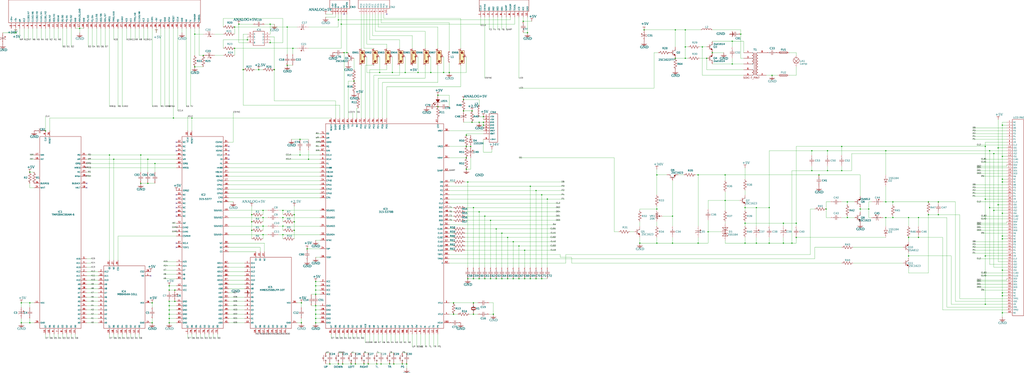
<source format=kicad_sch>
(kicad_sch (version 20231120) (generator "eeschema") (generator_version "8.0")
  (paper "User" 914.654 333.248)
  (lib_symbols
    (symbol "+2.5V" (power) (pin_numbers hide) (pin_names hide)
      (property "Value" "+2.5V" (at 0 3.81 0))
      (symbol "+2.5V_0_0"
        (pin power_in line (at 0 0 270) (length 0) (name "+2.5V") (number "1"))
      )
    )
    (symbol "+34V" (power) (pin_numbers hide) (pin_names hide)
      (property "Value" "+34V" (at 0 3.81 0))
      (symbol "+34V_0_0"
        (pin power_in line (at 0 0 270) (length 0) (name "+34V") (number "1"))
      )
    )
    (symbol "+5V" (power) (pin_numbers hide) (pin_names hide)
      (property "Value" "+5V" (at 0 3.81 0))
      (symbol "+5V_0_0"
        (pin power_in line (at 0 0 270) (length 0) (name "+5V") (number "1"))
      )
    )
    (symbol "1N4448"
      (property "Reference" "D2" (at 2.3114 0.6731 0))
      (property "Value" "1SS184" (at 2.032 3.0099 0))
      (symbol "1N4448_0_0"
        (pin unspecified line (at 0 5.08 270) (length 3.81) (name "A") (number "1"))
        (pin unspecified line (at 0 -5.08 90) (length 3.81) (name "K") (number "3"))
      )
    )
    (symbol "1N4448_1"
      (property "Reference" "D3" (at 2.3114 0.6731 0))
      (property "Value" "1SS184" (at 2.032 3.0099 0))
      (symbol "1N4448_1_0_0"
        (pin unspecified line (at 0 5.08 270) (length 3.81) (name "A") (number "2"))
        (pin unspecified line (at 0 -5.08 90) (length 3.81) (name "K") (number "3"))
      )
    )
    (symbol "1N4448_2"
      (property "Reference" "D4" (at 2.3114 0.9525 0))
      (property "Value" "1SS184" (at 2.032 -1.4097 0))
      (symbol "1N4448_2_0_0"
        (pin unspecified line (at 0 -5.08 90) (length 3.81) (name "A") (number "1"))
        (pin unspecified line (at 0 5.08 270) (length 3.81) (name "K") (number "3"))
      )
    )
    (symbol "204-10SURD/S530-A3"
      (property "Reference" "LED1" (at 3.81 0.7493 0))
      (symbol "204-10SURD/S530-A3_0_0"
        (pin unspecified line (at 1.27 5.08 270) (length 3.81) (name "A") (number "1"))
        (pin unspecified line (at 1.27 -5.08 90) (length 3.81) (name "K") (number "2"))
      )
    )
    (symbol "2N3904"
      (property "Reference" "Q3" (at 3.4798 0.9017 0))
      (property "Value" "2sd1614" (at 3.048 3.4163 0))
      (symbol "2N3904_0_0"
        (pin unspecified line (at -2.54 0 0) (length 2.54) (name "B") (number "1"))
        (pin unspecified line (at 2.54 5.08 270) (length 2.54) (name "C") (number "2"))
        (pin unspecified line (at 2.54 -5.08 90) (length 2.54) (name "E") (number "3"))
      )
    )
    (symbol "2N3904_1"
      (property "Reference" "Q4" (at 3.4798 0.9017 0))
      (property "Value" "2sd1614" (at 3.048 -1.6383 0))
      (symbol "2N3904_1_0_0"
        (pin unspecified line (at -2.54 0 0) (length 2.54) (name "B") (number "1"))
        (pin unspecified line (at 2.54 -5.08 90) (length 2.54) (name "C") (number "2"))
        (pin unspecified line (at 2.54 5.08 270) (length 2.54) (name "E") (number "3"))
      )
    )
    (symbol "2N3904_10"
      (property "Reference" "Q2" (at 3.556 0.9017 0))
      (property "Value" "2SC1623???" (at -13.2588 -5.4991 0))
      (symbol "2N3904_10_0_0"
        (pin unspecified line (at 2.54 5.08 270) (length 2.54) (name "C") (number "1"))
        (pin unspecified line (at -2.54 0 0) (length 2.54) (name "B") (number "2"))
        (pin unspecified line (at 2.54 -5.08 90) (length 2.54) (name "E") (number "3"))
      )
    )
    (symbol "2N3904_2"
      (property "Reference" "Q5" (at 3.556 0.9017 0))
      (property "Value" "2SC1623" (at 3.556 -1.4097 0))
      (symbol "2N3904_2_0_0"
        (pin unspecified line (at 2.54 5.08 270) (length 2.54) (name "C") (number "1"))
        (pin unspecified line (at 2.54 -5.08 90) (length 2.54) (name "E") (number "2"))
        (pin unspecified line (at -2.54 0 0) (length 2.54) (name "B") (number "3"))
      )
    )
    (symbol "2N3904_3"
      (property "Reference" "Q6" (at -1.5748 7.6073 0))
      (property "Value" "2SC1623" (at -1.5748 5.3467 0))
      (symbol "2N3904_3_0_0"
        (pin unspecified line (at -5.08 2.54 0) (length 2.54) (name "C") (number "1"))
        (pin unspecified line (at 5.08 2.54 180) (length 2.54) (name "E") (number "2"))
        (pin unspecified line (at 0 -2.54 90) (length 2.54) (name "B") (number "3"))
      )
    )
    (symbol "2N3904_4"
      (property "Reference" "Q7" (at 6.604 0.6731 0))
      (property "Value" "2SC1623" (at 13.8176 -1.6891 0))
      (symbol "2N3904_4_0_0"
        (pin unspecified line (at 2.54 -5.08 90) (length 2.54) (name "E") (number "1"))
        (pin unspecified line (at -2.54 0 0) (length 2.54) (name "B") (number "2"))
        (pin unspecified line (at 2.54 5.08 270) (length 2.54) (name "C") (number "3"))
      )
    )
    (symbol "2N3904_5"
      (property "Reference" "Q8" (at 6.604 0.9525 0))
      (property "Value" "2SA812" (at 11.8364 3.3909 0))
      (symbol "2N3904_5_0_0"
        (pin unspecified line (at 2.54 5.08 270) (length 2.54) (name "E") (number "1"))
        (pin unspecified line (at -2.54 0 0) (length 2.54) (name "B") (number "2"))
        (pin unspecified line (at 2.54 -5.08 90) (length 2.54) (name "C") (number "3"))
      )
    )
    (symbol "2N3904_6"
      (property "Reference" "Q9" (at 6.604 0.6731 0))
      (property "Value" "2SC1623" (at 12.5476 -1.6637 0))
      (symbol "2N3904_6_0_0"
        (pin unspecified line (at 2.54 5.08 270) (length 2.54) (name "C") (number "1"))
        (pin unspecified line (at 2.54 -5.08 90) (length 2.54) (name "E") (number "2"))
        (pin unspecified line (at -2.54 0 0) (length 2.54) (name "B") (number "3"))
      )
    )
    (symbol "2N3904_7"
      (property "Reference" "Q11" (at 6.604 0.6731 0))
      (property "Value" "2SC1623" (at 13.8176 -1.6637 0))
      (symbol "2N3904_7_0_0"
        (pin unspecified line (at 2.54 -5.08 90) (length 2.54) (name "E") (number "1"))
        (pin unspecified line (at 2.54 5.08 270) (length 2.54) (name "C") (number "2"))
        (pin unspecified line (at -2.54 0 0) (length 2.54) (name "B") (number "3"))
      )
    )
    (symbol "2N3904_8"
      (property "Reference" "Q10" (at 6.604 0.9525 0))
      (property "Value" "2SA812" (at 11.8364 -1.6637 0))
      (symbol "2N3904_8_0_0"
        (pin unspecified line (at 2.54 5.08 270) (length 2.54) (name "E") (number "1"))
        (pin unspecified line (at 2.54 -5.08 90) (length 2.54) (name "C") (number "2"))
        (pin unspecified line (at -2.54 0 0) (length 2.54) (name "B") (number "3"))
      )
    )
    (symbol "2N3904_9"
      (property "Reference" "Q1" (at -2.2098 0.9017 0))
      (property "Value" "2SC1623" (at -2.667 -1.6383 0))
      (symbol "2N3904_9_0_0"
        (pin unspecified line (at -2.54 -5.08 90) (length 2.54) (name "C") (number "1"))
        (pin unspecified line (at 2.54 0 180) (length 2.54) (name "B") (number "2"))
        (pin unspecified line (at -2.54 5.08 270) (length 2.54) (name "E") (number "3"))
      )
    )
    (symbol "315-5377"
      (property "Reference" "IC2" (at 22.2758 -56.2737 0))
      (property "Value" "315-5377" (at 19.1008 -60.0837 0))
      (symbol "315-5377_0_0"
        (pin unspecified line (at 10.16 -181.61 90) (length 5.08) (name "D7") (number "1"))
        (pin unspecified line (at 10.16 0 270) (length 5.08) (name "VCLK") (number "10"))
        (pin unspecified line (at 0 -152.4 0) (length 5.08) (name "GND") (number "11"))
        (pin unspecified line (at 0 -138.43 0) (length 5.08) (name "VCC") (number "12"))
        (pin unspecified line (at 46.99 -71.12 180) (length 5.08) (name "SOUND1") (number "13"))
        (pin unspecified line (at 46.99 -77.47 180) (length 5.08) (name "SOUND2") (number "14"))
        (pin unspecified line (at 46.99 -85.09 180) (length 5.08) (name "SOUND3") (number "15"))
        (pin unspecified line (at 46.99 -92.71 180) (length 5.08) (name "SOUND4") (number "16"))
        (pin unspecified line (at 46.99 -44.45 180) (length 5.08) (name "CPA0") (number "17"))
        (pin unspecified line (at 46.99 -48.26 180) (length 5.08) (name "CPA1") (number "18"))
        (pin unspecified line (at 46.99 -52.07 180) (length 5.08) (name "CPA2") (number "19"))
        (pin unspecified line (at 0 -53.34 0) (length 5.08) (name "IORQ2") (number "2"))
        (pin unspecified line (at 46.99 -55.88 180) (length 5.08) (name "CPA3") (number "20"))
        (pin unspecified line (at 46.99 -59.69 180) (length 5.08) (name "CP9") (number "21"))
        (pin unspecified line (at 0 -10.16 0) (length 5.08) (name "NC") (number "22"))
        (pin unspecified line (at 0 -13.97 0) (length 5.08) (name "NC") (number "23"))
        (pin unspecified line (at 0 -17.78 0) (length 5.08) (name "NC") (number "24"))
        (pin unspecified line (at 46.99 -63.5 180) (length 5.08) (name "NTSC") (number "25"))
        (pin unspecified line (at 46.99 -33.02 180) (length 5.08) (name "H488") (number "26"))
        (pin unspecified line (at 46.99 -36.83 180) (length 5.08) (name "HBLNK") (number "27"))
        (pin unspecified line (at 46.99 -40.64 180) (length 5.08) (name "VBLNK") (number "28"))
        (pin unspecified line (at 46.99 -29.21 180) (length 5.08) (name "HL") (number "29"))
        (pin unspecified line (at 0 -120.65 0) (length 5.08) (name "A14") (number "3"))
        (pin unspecified line (at 46.99 -25.4 180) (length 5.08) (name "OI") (number "30"))
        (pin unspecified line (at 46.99 -17.78 180) (length 5.08) (name "VSYNC") (number "31"))
        (pin unspecified line (at 46.99 -13.97 180) (length 5.08) (name "HSYNK") (number "32"))
        (pin unspecified line (at 0 -57.15 0) (length 5.08) (name "NC") (number "33"))
        (pin unspecified line (at 46.99 -10.16 180) (length 5.08) (name "CSYNC") (number "34"))
        (pin unspecified line (at 0 -156.21 0) (length 5.08) (name "GND") (number "35"))
        (pin unspecified line (at 0 -104.14 0) (length 5.08) (name "TEST1") (number "36"))
        (pin unspecified line (at 0 -100.33 0) (length 5.08) (name "NCLK") (number "37"))
        (pin unspecified line (at 0 -160.02 0) (length 5.08) (name "GND") (number "38"))
        (pin unspecified line (at 46.99 -100.33 180) (length 5.08) (name "WE") (number "39"))
        (pin unspecified line (at 0 -116.84 0) (length 5.08) (name "A15") (number "4"))
        (pin unspecified line (at 46.99 -104.14 180) (length 5.08) (name "OE") (number "40"))
        (pin unspecified line (at 0 -142.24 0) (length 5.08) (name "VCC") (number "41"))
        (pin unspecified line (at 0 -60.96 0) (length 5.08) (name "NC") (number "42"))
        (pin unspecified line (at 0 -64.77 0) (length 5.08) (name "NC") (number "43"))
        (pin unspecified line (at 46.99 -107.95 180) (length 5.08) (name "CE") (number "44"))
        (pin unspecified line (at 46.99 -171.45 180) (length 5.08) (name "AD0") (number "45"))
        (pin unspecified line (at 46.99 -167.64 180) (length 5.08) (name "AD1") (number "46"))
        (pin unspecified line (at 0 -68.58 0) (length 5.08) (name "NC") (number "47"))
        (pin unspecified line (at 46.99 -163.83 180) (length 5.08) (name "AD2") (number "48"))
        (pin unspecified line (at 46.99 -160.02 180) (length 5.08) (name "AD3") (number "49"))
        (pin unspecified line (at 0 -33.02 0) (length 5.08) (name "MREQ") (number "5"))
        (pin unspecified line (at 46.99 -156.21 180) (length 5.08) (name "AD4") (number "50"))
        (pin unspecified line (at 46.99 -152.4 180) (length 5.08) (name "AD5") (number "51"))
        (pin unspecified line (at 0 -163.83 0) (length 5.08) (name "GND") (number "52"))
        (pin unspecified line (at 46.99 -148.59 180) (length 5.08) (name "AD6") (number "53"))
        (pin unspecified line (at 46.99 -144.78 180) (length 5.08) (name "AD7") (number "54"))
        (pin unspecified line (at 46.99 -140.97 180) (length 5.08) (name "AD8") (number "55"))
        (pin unspecified line (at 46.99 -137.16 180) (length 5.08) (name "AD9") (number "56"))
        (pin unspecified line (at 46.99 -133.35 180) (length 5.08) (name "AD10") (number "57"))
        (pin unspecified line (at 46.99 -129.54 180) (length 5.08) (name "AD11") (number "58"))
        (pin unspecified line (at 0 -167.64 0) (length 5.08) (name "GND") (number "59"))
        (pin unspecified line (at 0 -90.17 0) (length 5.08) (name "EXM1") (number "6"))
        (pin unspecified line (at 46.99 -125.73 180) (length 5.08) (name "AD12") (number "60"))
        (pin unspecified line (at 46.99 -121.92 180) (length 5.08) (name "AD13") (number "61"))
        (pin unspecified line (at 46.99 -118.11 180) (length 5.08) (name "AD14") (number "62"))
        (pin unspecified line (at 0 -171.45 0) (length 5.08) (name "GND") (number "63"))
        (pin unspecified line (at 13.97 0 270) (length 5.08) (name "RESET") (number "64"))
        (pin unspecified line (at 0 -72.39 0) (length 5.08) (name "NC") (number "65"))
        (pin unspecified line (at 0 -21.59 0) (length 5.08) (name "RD") (number "66"))
        (pin unspecified line (at 0 -25.4 0) (length 5.08) (name "WR") (number "67"))
        (pin unspecified line (at 0 -29.21 0) (length 5.08) (name "IORQ") (number "68"))
        (pin unspecified line (at 0 -132.08 0) (length 5.08) (name "A0") (number "69"))
        (pin unspecified line (at 0 -86.36 0) (length 5.08) (name "EXM2") (number "7"))
        (pin unspecified line (at 0 -128.27 0) (length 5.08) (name "A6") (number "70"))
        (pin unspecified line (at 0 -124.46 0) (length 5.08) (name "A7") (number "71"))
        (pin unspecified line (at 0 -82.55 0) (length 5.08) (name "INT") (number "72"))
        (pin unspecified line (at 36.83 -181.61 90) (length 5.08) (name "D0") (number "73"))
        (pin unspecified line (at 33.02 -181.61 90) (length 5.08) (name "D1") (number "74"))
        (pin unspecified line (at 29.21 -181.61 90) (length 5.08) (name "D2") (number "75"))
        (pin unspecified line (at 25.4 -181.61 90) (length 5.08) (name "D3") (number "76"))
        (pin unspecified line (at 21.59 -181.61 90) (length 5.08) (name "D4") (number "77"))
        (pin unspecified line (at 17.78 -181.61 90) (length 5.08) (name "D5") (number "78"))
        (pin unspecified line (at 13.97 -181.61 90) (length 5.08) (name "D6") (number "79"))
        (pin unspecified line (at 0 -93.98 0) (length 5.08) (name "CSIRAM") (number "8"))
        (pin unspecified line (at 0 -76.2 0) (length 5.08) (name "NC") (number "80"))
        (pin unspecified line (at 46.99 -21.59 180) (length 5.08) (name "CCLK") (number "9"))
      )
    )
    (symbol "315-5378B"
      (property "Reference" "IC3" (at 0.7112 14.8209 0))
      (property "Value" "315-5378B" (at -4.445 12.2809 0))
      (symbol "315-5378B_0_0"
        (pin unspecified line (at -55.88 -72.39 0) (length 5.08) (name "GND") (number "1"))
        (pin unspecified line (at 38.1 -97.79 90) (length 5.08) (name "RI") (number "10"))
        (pin unspecified line (at 59.69 -87.63 180) (length 5.08) (name "XCLK") (number "100"))
        (pin unspecified line (at 41.91 -97.79 90) (length 5.08) (name "TL") (number "11"))
        (pin unspecified line (at 45.72 -97.79 90) (length 5.08) (name "TR") (number "12"))
        (pin unspecified line (at 49.53 -97.79 90) (length 5.08) (name "PS") (number "13"))
        (pin unspecified line (at -55.88 39.37 0) (length 5.08) (name "CPA0") (number "14"))
        (pin unspecified line (at -55.88 35.56 0) (length 5.08) (name "CPA1") (number "15"))
        (pin unspecified line (at -55.88 31.75 0) (length 5.08) (name "CPA2") (number "16"))
        (pin unspecified line (at -55.88 27.94 0) (length 5.08) (name "CPA3") (number "17"))
        (pin unspecified line (at -55.88 24.13 0) (length 5.08) (name "CPA") (number "18"))
        (pin unspecified line (at -55.88 -13.97 0) (length 5.08) (name "NTSC") (number "19"))
        (pin unspecified line (at -55.88 -50.8 0) (length 5.08) (name "VCC") (number "2"))
        (pin unspecified line (at -55.88 50.8 0) (length 5.08) (name "H488") (number "20"))
        (pin unspecified line (at -55.88 46.99 0) (length 5.08) (name "HBLNK") (number "21"))
        (pin unspecified line (at -55.88 43.18 0) (length 5.08) (name "VBLNK") (number "22"))
        (pin unspecified line (at -55.88 54.61 0) (length 5.08) (name "HL") (number "23"))
        (pin unspecified line (at -55.88 -21.59 0) (length 5.08) (name "TAP") (number "24"))
        (pin unspecified line (at -34.29 95.25 270) (length 5.08) (name "SPON") (number "25"))
        (pin unspecified line (at -45.72 95.25 270) (length 5.08) (name "RESET") (number "26"))
        (pin unspecified line (at 49.53 95.25 270) (length 5.08) (name "LED") (number "27"))
        (pin unspecified line (at -55.88 -76.2 0) (length 5.08) (name "GND") (number "28"))
        (pin unspecified line (at -55.88 -54.61 0) (length 5.08) (name "VCC") (number "29"))
        (pin unspecified line (at 59.69 -69.85 180) (length 5.08) (name "XTL1") (number "3"))
        (pin unspecified line (at 59.69 83.82 180) (length 5.08) (name "VREF") (number "30"))
        (pin unspecified line (at 59.69 59.69 180) (length 5.08) (name "VONF") (number "31"))
        (pin unspecified line (at 59.69 69.85 180) (length 5.08) (name "VRES") (number "32"))
        (pin unspecified line (at -55.88 -8.89 0) (length 5.08) (name "SOUND4") (number "33"))
        (pin unspecified line (at -55.88 -1.27 0) (length 5.08) (name "SOUND3") (number "34"))
        (pin unspecified line (at -55.88 6.35 0) (length 5.08) (name "SOUND2") (number "35"))
        (pin unspecified line (at -55.88 12.7 0) (length 5.08) (name "SOUND1") (number "36"))
        (pin unspecified line (at -38.1 95.25 270) (length 5.08) (name "SNDL") (number "37"))
        (pin unspecified line (at -41.91 95.25 270) (length 5.08) (name "SNDR") (number "38"))
        (pin unspecified line (at -55.88 -29.21 0) (length 5.08) (name "TEST") (number "39"))
        (pin unspecified line (at 59.69 -80.01 180) (length 5.08) (name "XTL2") (number "4"))
        (pin unspecified line (at -55.88 -80.01 0) (length 5.08) (name "GND") (number "40"))
        (pin unspecified line (at 59.69 38.1 180) (length 5.08) (name "DB") (number "41"))
        (pin unspecified line (at 59.69 34.29 180) (length 5.08) (name "P3") (number "42"))
        (pin unspecified line (at 59.69 30.48 180) (length 5.08) (name "P2") (number "43"))
        (pin unspecified line (at 59.69 26.67 180) (length 5.08) (name "P4") (number "44"))
        (pin unspecified line (at 59.69 22.86 180) (length 5.08) (name "P1") (number "45"))
        (pin unspecified line (at 59.69 19.05 180) (length 5.08) (name "CL2") (number "46"))
        (pin unspecified line (at 59.69 15.24 180) (length 5.08) (name "D02") (number "47"))
        (pin unspecified line (at 59.69 11.43 180) (length 5.08) (name "D04") (number "48"))
        (pin unspecified line (at 59.69 7.62 180) (length 5.08) (name "D01") (number "49"))
        (pin unspecified line (at -55.88 62.23 0) (length 5.08) (name "CCLK") (number "5"))
        (pin unspecified line (at 59.69 3.81 180) (length 5.08) (name "D03") (number "50"))
        (pin unspecified line (at 59.69 0 180) (length 5.08) (name "DW") (number "51"))
        (pin unspecified line (at -55.88 -58.42 0) (length 5.08) (name "VCC") (number "52"))
        (pin unspecified line (at -55.88 -83.82 0) (length 5.08) (name "GND") (number "53"))
        (pin unspecified line (at 59.69 -3.81 180) (length 5.08) (name "CLB1") (number "54"))
        (pin unspecified line (at 59.69 -7.62 180) (length 5.08) (name "CLA1") (number "55"))
        (pin unspecified line (at 59.69 -11.43 180) (length 5.08) (name "CLB2") (number "56"))
        (pin unspecified line (at 59.69 -15.24 180) (length 5.08) (name "CLA2") (number "57"))
        (pin unspecified line (at 59.69 -19.05 180) (length 5.08) (name "CLB3") (number "58"))
        (pin unspecified line (at 59.69 -22.86 180) (length 5.08) (name "CLA3") (number "59"))
        (pin unspecified line (at -55.88 58.42 0) (length 5.08) (name "VCLK") (number "6"))
        (pin unspecified line (at 59.69 -26.67 180) (length 5.08) (name "TRP1") (number "60"))
        (pin unspecified line (at 59.69 -30.48 180) (length 5.08) (name "TPR2") (number "61"))
        (pin unspecified line (at 59.69 -34.29 180) (length 5.08) (name "A") (number "62"))
        (pin unspecified line (at 59.69 48.26 180) (length 5.08) (name "SAMP") (number "63"))
        (pin unspecified line (at -30.48 95.25 270) (length 5.08) (name "LCD") (number "64"))
        (pin unspecified line (at -26.67 95.25 270) (length 5.08) (name "TV") (number "65"))
        (pin unspecified line (at -22.86 95.25 270) (length 5.08) (name "GG") (number "66"))
        (pin unspecified line (at -55.88 66.04 0) (length 5.08) (name "NMI") (number "67"))
        (pin unspecified line (at -55.88 69.85 0) (length 5.08) (name "M1") (number "68"))
        (pin unspecified line (at -55.88 73.66 0) (length 5.08) (name "IORO") (number "69"))
        (pin unspecified line (at 26.67 -97.79 90) (length 5.08) (name "UP") (number "7"))
        (pin unspecified line (at -55.88 77.47 0) (length 5.08) (name "WR") (number "70"))
        (pin unspecified line (at -55.88 81.28 0) (length 5.08) (name "RD") (number "71"))
        (pin unspecified line (at -19.05 95.25 270) (length 5.08) (name "PC0") (number "72"))
        (pin unspecified line (at -15.24 95.25 270) (length 5.08) (name "PC1") (number "73"))
        (pin unspecified line (at -11.43 95.25 270) (length 5.08) (name "PC2") (number "74"))
        (pin unspecified line (at -7.62 95.25 270) (length 5.08) (name "PC3") (number "75"))
        (pin unspecified line (at -3.81 95.25 270) (length 5.08) (name "PC4") (number "76"))
        (pin unspecified line (at 3.81 95.25 270) (length 5.08) (name "PC5") (number "77"))
        (pin unspecified line (at 0 95.25 270) (length 5.08) (name "PC6") (number "78"))
        (pin unspecified line (at -55.88 -62.23 0) (length 5.08) (name "VCC") (number "79"))
        (pin unspecified line (at 30.48 -97.79 90) (length 5.08) (name "DW") (number "8"))
        (pin unspecified line (at -55.88 -87.63 0) (length 5.08) (name "GND") (number "80"))
        (pin unspecified line (at -45.72 -97.79 90) (length 5.08) (name "D7") (number "81"))
        (pin unspecified line (at -41.91 -97.79 90) (length 5.08) (name "D6") (number "82"))
        (pin unspecified line (at -38.1 -97.79 90) (length 5.08) (name "D5") (number "83"))
        (pin unspecified line (at -34.29 -97.79 90) (length 5.08) (name "D4") (number "84"))
        (pin unspecified line (at -30.48 -97.79 90) (length 5.08) (name "D3") (number "85"))
        (pin unspecified line (at -26.67 -97.79 90) (length 5.08) (name "D2") (number "86"))
        (pin unspecified line (at -22.86 -97.79 90) (length 5.08) (name "D1") (number "87"))
        (pin unspecified line (at -19.05 -97.79 90) (length 5.08) (name "D0") (number "88"))
        (pin unspecified line (at -15.24 -97.79 90) (length 5.08) (name "A10") (number "89"))
        (pin unspecified line (at 34.29 -97.79 90) (length 5.08) (name "LE") (number "9"))
        (pin unspecified line (at -11.43 -97.79 90) (length 5.08) (name "A9") (number "90"))
        (pin unspecified line (at -7.62 -97.79 90) (length 5.08) (name "A8") (number "91"))
        (pin unspecified line (at -3.81 -97.79 90) (length 5.08) (name "A7") (number "92"))
        (pin unspecified line (at 0 -97.79 90) (length 5.08) (name "A6") (number "93"))
        (pin unspecified line (at 3.81 -97.79 90) (length 5.08) (name "A5") (number "94"))
        (pin unspecified line (at 7.62 -97.79 90) (length 5.08) (name "A4") (number "95"))
        (pin unspecified line (at 11.43 -97.79 90) (length 5.08) (name "A3") (number "96"))
        (pin unspecified line (at 15.24 -97.79 90) (length 5.08) (name "A2") (number "97"))
        (pin unspecified line (at 19.05 -97.79 90) (length 5.08) (name "A1") (number "98"))
        (pin unspecified line (at 22.86 -97.79 90) (length 5.08) (name "A0") (number "99"))
      )
    )
    (symbol "ANALOG+5V" (power) (pin_numbers hide) (pin_names hide)
      (property "Value" "ANALOG+5V" (at 0 3.81 0))
      (symbol "ANALOG+5V_0_0"
        (pin power_in line (at 0 0 270) (length 0) (name "ANALOG+5V") (number "1"))
      )
    )
    (symbol "CONN 10P FOR GG"
      (property "Reference" "CN2" (at 32.8422 -5.4991 0))
      (symbol "CONN 10P FOR GG_0_0"
        (pin unspecified line (at 2.54 -12.7 90) (length 5.08) (name "PC0") (number "1"))
        (pin unspecified line (at 25.4 -12.7 90) (length 5.08) (name "NC") (number "10"))
        (pin unspecified line (at 5.08 -12.7 90) (length 5.08) (name "PC1") (number "2"))
        (pin unspecified line (at 7.62 -12.7 90) (length 5.08) (name "PC2") (number "3"))
        (pin unspecified line (at 10.16 -12.7 90) (length 5.08) (name "PC3") (number "4"))
        (pin unspecified line (at 12.7 -12.7 90) (length 5.08) (name "VCC") (number "5"))
        (pin unspecified line (at 15.24 -12.7 90) (length 5.08) (name "PC4") (number "6"))
        (pin unspecified line (at 17.78 -12.7 90) (length 5.08) (name "PC5") (number "7"))
        (pin unspecified line (at 20.32 -12.7 90) (length 5.08) (name "GND") (number "8"))
        (pin unspecified line (at 22.86 -12.7 90) (length 5.08) (name "PC5") (number "9"))
      )
    )
    (symbol "CONN 45P FOR GG 01"
      (property "Reference" "CN1" (at 83.185 4.7371 0))
      (property "Value" "CONN 45P FOR GG 01" (at 82.931 2.4511 0))
      (symbol "CONN 45P FOR GG 01_0_0"
        (pin unspecified line (at 2.54 -25.4 90) (length 5.08) (name "+34v") (number "1"))
        (pin unspecified line (at 36.83 -25.4 90) (length 5.08) (name "DW/A2") (number "10"))
        (pin unspecified line (at 40.64 -25.4 90) (length 5.08) (name "DO3/A1") (number "11"))
        (pin unspecified line (at 44.45 -25.4 90) (length 5.08) (name "DO1A0") (number "12"))
        (pin unspecified line (at 48.26 -25.4 90) (length 5.08) (name "D5/D0") (number "13"))
        (pin unspecified line (at 52.07 -25.4 90) (length 5.08) (name "P3/D1") (number "14"))
        (pin unspecified line (at 55.88 -25.4 90) (length 5.08) (name "P2/D2") (number "15"))
        (pin unspecified line (at 59.69 -25.4 90) (length 5.08) (name "GND") (number "16"))
        (pin unspecified line (at 63.5 -25.4 90) (length 5.08) (name "ANALOG_GND") (number "17"))
        (pin unspecified line (at 67.31 -25.4 90) (length 5.08) (name "GND") (number "18"))
        (pin unspecified line (at 71.12 -25.4 90) (length 5.08) (name "P4/D3") (number "19"))
        (pin unspecified line (at 6.35 -25.4 90) (length 5.08) (name "+5v") (number "2"))
        (pin unspecified line (at 74.93 -25.4 90) (length 5.08) (name "P1/D4") (number "20"))
        (pin unspecified line (at 78.74 -25.4 90) (length 5.08) (name "CL2/D5") (number "21"))
        (pin unspecified line (at 82.55 -25.4 90) (length 5.08) (name "DO2/D6") (number "22"))
        (pin unspecified line (at 86.36 -25.4 90) (length 5.08) (name "DO4/D7") (number "23"))
        (pin unspecified line (at 90.17 -25.4 90) (length 5.08) (name "MREG") (number "24"))
        (pin unspecified line (at 93.98 -25.4 90) (length 5.08) (name "TPR2/A10") (number "25"))
        (pin unspecified line (at 97.79 -25.4 90) (length 5.08) (name "RO") (number "26"))
        (pin unspecified line (at 101.6 -25.4 90) (length 5.08) (name "EXM2") (number "27"))
        (pin unspecified line (at 105.41 -25.4 90) (length 5.08) (name "A15") (number "28"))
        (pin unspecified line (at 109.22 -25.4 90) (length 5.08) (name "A11") (number "29"))
        (pin unspecified line (at 10.16 -25.4 90) (length 5.08) (name "WR") (number "3"))
        (pin unspecified line (at 113.03 -25.4 90) (length 5.08) (name "TPR1/A9") (number "30"))
        (pin unspecified line (at 116.84 -25.4 90) (length 5.08) (name "CL1A3/A8") (number "31"))
        (pin unspecified line (at 120.65 -25.4 90) (length 5.08) (name "A13") (number "32"))
        (pin unspecified line (at 124.46 -25.4 90) (length 5.08) (name "A14") (number "33"))
        (pin unspecified line (at 128.27 -25.4 90) (length 5.08) (name "EXM1") (number "34"))
        (pin unspecified line (at 132.08 -25.4 90) (length 5.08) (name "+5V") (number "35"))
        (pin unspecified line (at 135.89 -25.4 90) (length 5.08) (name "M1") (number "36"))
        (pin unspecified line (at 139.7 -25.4 90) (length 5.08) (name "IOAO") (number "37"))
        (pin unspecified line (at 143.51 -25.4 90) (length 5.08) (name "AFSH") (number "38"))
        (pin unspecified line (at 147.32 -25.4 90) (length 5.08) (name "RESET") (number "39"))
        (pin unspecified line (at 13.97 -25.4 90) (length 5.08) (name "A12") (number "4"))
        (pin unspecified line (at 151.13 -25.4 90) (length 5.08) (name "CCLK") (number "40"))
        (pin unspecified line (at 154.94 -25.4 90) (length 5.08) (name "GND") (number "41"))
        (pin unspecified line (at 158.75 -25.4 90) (length 5.08) (name "GG") (number "42"))
        (pin unspecified line (at 162.56 -25.4 90) (length 5.08) (name "TV") (number "43"))
        (pin unspecified line (at 166.37 -25.4 90) (length 5.08) (name "TVSNOR") (number "44"))
        (pin unspecified line (at 170.18 -25.4 90) (length 5.08) (name "TVBNOL") (number "45"))
        (pin unspecified line (at 17.78 -25.4 90) (length 5.08) (name "CL1B3/A7") (number "5"))
        (pin unspecified line (at 21.59 -25.4 90) (length 5.08) (name "CL1A2/A6") (number "6"))
        (pin unspecified line (at 25.4 -25.4 90) (length 5.08) (name "CL1B2/A5") (number "7"))
        (pin unspecified line (at 29.21 -25.4 90) (length 5.08) (name "CL1A1/A4") (number "8"))
        (pin unspecified line (at 33.02 -25.4 90) (length 5.08) (name "CL1B1/A3") (number "9"))
      )
    )
    (symbol "Cap_Electrolytic(TH)_D3.0XF1.5_US"
      (property "Reference" "C31" (at 3.048 0.8509 0))
      (symbol "Cap_Electrolytic(TH)_D3.0XF1.5_US_0_0"
        (pin unspecified line (at 0 5.08 270) (length 4.318) (name "1") (number "1"))
        (pin unspecified line (at 0 -5.08 90) (length 4.826) (name "2") (number "2"))
      )
    )
    (symbol "Cap_Electrolytic(TH)_D3.0XF1.5_US_1"
      (property "Reference" "C17" (at -0.889 4.6609 0))
      (symbol "Cap_Electrolytic(TH)_D3.0XF1.5_US_1_0_0"
        (pin unspecified line (at -5.08 0 0) (length 4.318) (name "1") (number "1"))
        (pin unspecified line (at 5.08 0 180) (length 4.826) (name "2") (number "2"))
      )
    )
    (symbol "Cap_Electrolytic(TH)_D3.0XF1.5_US_10"
      (property "Reference" "C49" (at 7.239 0.8763 0))
      (symbol "Cap_Electrolytic(TH)_D3.0XF1.5_US_10_0_0"
        (pin unspecified line (at 0 5.08 270) (length 4.318) (name "1") (number "1"))
        (pin unspecified line (at 0 -5.08 90) (length 4.826) (name "2") (number "2"))
      )
    )
    (symbol "Cap_Electrolytic(TH)_D3.0XF1.5_US_11"
      (property "Reference" "C3" (at -3.556 0.8763 0))
      (symbol "Cap_Electrolytic(TH)_D3.0XF1.5_US_11_0_0"
        (pin unspecified line (at 0 5.08 270) (length 4.318) (name "1") (number "1"))
        (pin unspecified line (at 0 -5.08 90) (length 4.826) (name "2") (number "2"))
      )
    )
    (symbol "Cap_Electrolytic(TH)_D3.0XF1.5_US_12"
      (property "Reference" "C6" (at 5.3086 0.8509 0))
      (symbol "Cap_Electrolytic(TH)_D3.0XF1.5_US_12_0_0"
        (pin unspecified line (at 0 5.08 270) (length 4.318) (name "1") (number "1"))
        (pin unspecified line (at 0 -5.08 90) (length 4.826) (name "2") (number "2"))
      )
    )
    (symbol "Cap_Electrolytic(TH)_D3.0XF1.5_US_13"
      (property "Reference" "C48" (at -2.8956 0.8763 0))
      (symbol "Cap_Electrolytic(TH)_D3.0XF1.5_US_13_0_0"
        (pin unspecified line (at 0 5.08 270) (length 4.318) (name "1") (number "1"))
        (pin unspecified line (at 0 -5.08 90) (length 4.826) (name "2") (number "2"))
      )
    )
    (symbol "Cap_Electrolytic(TH)_D3.0XF1.5_US_14"
      (property "Reference" "C1" (at -3.556 0.9017 0))
      (symbol "Cap_Electrolytic(TH)_D3.0XF1.5_US_14_0_0"
        (pin unspecified line (at 0 5.08 270) (length 4.318) (name "1") (number "1"))
        (pin unspecified line (at 0 -5.08 90) (length 4.826) (name "2") (number "2"))
      )
    )
    (symbol "Cap_Electrolytic(TH)_D3.0XF1.5_US_2"
      (property "Reference" "C21" (at -1.4986 4.6609 0))
      (symbol "Cap_Electrolytic(TH)_D3.0XF1.5_US_2_0_0"
        (pin unspecified line (at -5.08 0 0) (length 4.318) (name "1") (number "1"))
        (pin unspecified line (at 5.08 0 180) (length 4.826) (name "2") (number "2"))
      )
    )
    (symbol "Cap_Electrolytic(TH)_D3.0XF1.5_US_3"
      (property "Reference" "C23" (at 1.4986 4.6609 0))
      (symbol "Cap_Electrolytic(TH)_D3.0XF1.5_US_3_0_0"
        (pin unspecified line (at 5.08 0 180) (length 4.318) (name "1") (number "1"))
        (pin unspecified line (at -5.08 0 0) (length 4.826) (name "2") (number "2"))
      )
    )
    (symbol "Cap_Electrolytic(TH)_D3.0XF1.5_US_4"
      (property "Reference" "C20" (at 1.4986 4.6609 0))
      (symbol "Cap_Electrolytic(TH)_D3.0XF1.5_US_4_0_0"
        (pin unspecified line (at 5.08 0 180) (length 4.318) (name "1") (number "1"))
        (pin unspecified line (at -5.08 0 0) (length 4.826) (name "2") (number "2"))
      )
    )
    (symbol "Cap_Electrolytic(TH)_D3.0XF1.5_US_5"
      (property "Reference" "C35" (at 6.1214 0.8763 0))
      (symbol "Cap_Electrolytic(TH)_D3.0XF1.5_US_5_0_0"
        (pin unspecified line (at 0 5.08 270) (length 4.318) (name "1") (number "1"))
        (pin unspecified line (at 0 -5.08 90) (length 4.826) (name "2") (number "2"))
      )
    )
    (symbol "Cap_Electrolytic(TH)_D3.0XF1.5_US_6"
      (property "Reference" "C37" (at 7.239 0.8763 0))
      (symbol "Cap_Electrolytic(TH)_D3.0XF1.5_US_6_0_0"
        (pin unspecified line (at 0 5.08 270) (length 4.318) (name "1") (number "1"))
        (pin unspecified line (at 0 -5.08 90) (length 4.826) (name "2") (number "2"))
      )
    )
    (symbol "Cap_Electrolytic(TH)_D3.0XF1.5_US_7"
      (property "Reference" "C39" (at 7.239 0.8763 0))
      (symbol "Cap_Electrolytic(TH)_D3.0XF1.5_US_7_0_0"
        (pin unspecified line (at 0 5.08 270) (length 4.318) (name "1") (number "1"))
        (pin unspecified line (at 0 -5.08 90) (length 4.826) (name "2") (number "2"))
      )
    )
    (symbol "Cap_Electrolytic(TH)_D3.0XF1.5_US_8"
      (property "Reference" "C44" (at -2.159 4.6355 0))
      (symbol "Cap_Electrolytic(TH)_D3.0XF1.5_US_8_0_0"
        (pin unspecified line (at 5.08 0 180) (length 4.318) (name "1") (number "1"))
        (pin unspecified line (at -5.08 0 0) (length 4.826) (name "2") (number "2"))
      )
    )
    (symbol "Cap_Electrolytic(TH)_D3.0XF1.5_US_9"
      (property "Reference" "C45" (at 2.159 4.6355 0))
      (symbol "Cap_Electrolytic(TH)_D3.0XF1.5_US_9_0_0"
        (pin unspecified line (at -5.08 0 0) (length 4.318) (name "1") (number "1"))
        (pin unspecified line (at 5.08 0 180) (length 4.826) (name "2") (number "2"))
      )
    )
    (symbol "Cap_RAD-0.1_US"
      (property "Reference" "C32" (at 2.54 0.8763 0))
      (symbol "Cap_RAD-0.1_US_0_0"
        (pin unspecified line (at 0 -5.08 90) (length 2.54) (name "1") (number "1"))
        (pin unspecified line (at 0 5.08 270) (length 2.54) (name "2") (number "2"))
      )
    )
    (symbol "Cap_RAD-0.1_US_1"
      (property "Reference" "C33" (at -2.159 4.6355 0))
      (symbol "Cap_RAD-0.1_US_1_0_0"
        (pin unspecified line (at -5.08 0 0) (length 2.54) (name "2") (number "1"))
        (pin unspecified line (at 5.08 0 180) (length 2.54) (name "1") (number "2"))
      )
    )
    (symbol "Cap_RAD-0.1_US_10"
      (property "Reference" "C53" (at 2.7178 0.8763 0))
      (symbol "Cap_RAD-0.1_US_10_0_0"
        (pin unspecified line (at 0 -5.08 90) (length 2.54) (name "1") (number "1"))
        (pin unspecified line (at 0 5.08 270) (length 2.54) (name "2") (number "2"))
      )
    )
    (symbol "Cap_RAD-0.1_US_11"
      (property "Reference" "C50" (at 2.7178 0.8763 0))
      (symbol "Cap_RAD-0.1_US_11_0_0"
        (pin unspecified line (at 0 -5.08 90) (length 2.54) (name "1") (number "1"))
        (pin unspecified line (at 0 5.08 270) (length 2.54) (name "2") (number "2"))
      )
    )
    (symbol "Cap_RAD-0.1_US_12"
      (property "Reference" "C52" (at 2.7178 0.8763 0))
      (symbol "Cap_RAD-0.1_US_12_0_0"
        (pin unspecified line (at 0 -5.08 90) (length 2.54) (name "1") (number "1"))
        (pin unspecified line (at 0 5.08 270) (length 2.54) (name "2") (number "2"))
      )
    )
    (symbol "Cap_RAD-0.1_US_13"
      (property "Reference" "C42" (at -2.159 4.6355 0))
      (symbol "Cap_RAD-0.1_US_13_0_0"
        (pin unspecified line (at 5.08 0 180) (length 2.54) (name "1") (number "1"))
        (pin unspecified line (at -5.08 0 0) (length 2.54) (name "2") (number "2"))
      )
    )
    (symbol "Cap_RAD-0.1_US_14"
      (property "Reference" "C43" (at -2.159 4.6355 0))
      (symbol "Cap_RAD-0.1_US_14_0_0"
        (pin unspecified line (at 5.08 0 180) (length 2.54) (name "1") (number "1"))
        (pin unspecified line (at -5.08 0 0) (length 2.54) (name "2") (number "2"))
      )
    )
    (symbol "Cap_RAD-0.1_US_15"
      (property "Reference" "C47" (at 2.7178 0.8763 0))
      (symbol "Cap_RAD-0.1_US_15_0_0"
        (pin unspecified line (at 0 -5.08 90) (length 2.54) (name "1") (number "1"))
        (pin unspecified line (at 0 5.08 270) (length 2.54) (name "2") (number "2"))
      )
    )
    (symbol "Cap_RAD-0.1_US_16"
      (property "Reference" "C46" (at 2.7178 0.8763 0))
      (symbol "Cap_RAD-0.1_US_16_0_0"
        (pin unspecified line (at 0 -5.08 90) (length 2.54) (name "1") (number "1"))
        (pin unspecified line (at 0 5.08 270) (length 2.54) (name "2") (number "2"))
      )
    )
    (symbol "Cap_RAD-0.1_US_17"
      (property "Reference" "C8" (at 1.016 3.4163 0))
      (symbol "Cap_RAD-0.1_US_17_0_0"
        (pin unspecified line (at 5.08 0 180) (length 2.54) (name "1") (number "1"))
        (pin unspecified line (at -5.08 0 0) (length 2.54) (name "2") (number "2"))
      )
    )
    (symbol "Cap_RAD-0.1_US_18"
      (property "Reference" "C9" (at 1.016 3.4163 0))
      (symbol "Cap_RAD-0.1_US_18_0_0"
        (pin unspecified line (at 5.08 0 180) (length 2.54) (name "1") (number "1"))
        (pin unspecified line (at -5.08 0 0) (length 2.54) (name "2") (number "2"))
      )
    )
    (symbol "Cap_RAD-0.1_US_19"
      (property "Reference" "C10" (at 1.016 3.4163 0))
      (symbol "Cap_RAD-0.1_US_19_0_0"
        (pin unspecified line (at 5.08 0 180) (length 2.54) (name "1") (number "1"))
        (pin unspecified line (at -5.08 0 0) (length 2.54) (name "2") (number "2"))
      )
    )
    (symbol "Cap_RAD-0.1_US_2"
      (property "Reference" "C81" (at 0.3556 -2.9591 0))
      (symbol "Cap_RAD-0.1_US_2_0_0"
        (pin unspecified line (at -5.08 0 0) (length 2.54) (name "1") (number "1"))
        (pin unspecified line (at 5.08 0 180) (length 2.54) (name "2") (number "2"))
      )
    )
    (symbol "Cap_RAD-0.1_US_20"
      (property "Reference" "C11" (at 1.016 3.4163 0))
      (symbol "Cap_RAD-0.1_US_20_0_0"
        (pin unspecified line (at 5.08 0 180) (length 2.54) (name "1") (number "1"))
        (pin unspecified line (at -5.08 0 0) (length 2.54) (name "2") (number "2"))
      )
    )
    (symbol "Cap_RAD-0.1_US_21"
      (property "Reference" "C80" (at -2.54 0.8509 0))
      (symbol "Cap_RAD-0.1_US_21_0_0"
        (pin unspecified line (at 0 5.08 270) (length 2.54) (name "1") (number "1"))
        (pin unspecified line (at 0 -5.08 90) (length 2.54) (name "2") (number "2"))
      )
    )
    (symbol "Cap_RAD-0.1_US_22"
      (property "Reference" "C51" (at 2.54 0.8509 0))
      (symbol "Cap_RAD-0.1_US_22_0_0"
        (pin unspecified line (at 0 5.08 270) (length 2.54) (name "1") (number "1"))
        (pin unspecified line (at 0 -5.08 90) (length 2.54) (name "2") (number "2"))
      )
    )
    (symbol "Cap_RAD-0.1_US_23"
      (property "Reference" "C14" (at -2.54 0.8509 0))
      (symbol "Cap_RAD-0.1_US_23_0_0"
        (pin unspecified line (at 0 5.08 270) (length 2.54) (name "1") (number "1"))
        (pin unspecified line (at 0 -5.08 90) (length 2.54) (name "2") (number "2"))
      )
    )
    (symbol "Cap_RAD-0.1_US_24"
      (property "Reference" "C12" (at -2.54 0.8509 0))
      (symbol "Cap_RAD-0.1_US_24_0_0"
        (pin unspecified line (at 0 5.08 270) (length 2.54) (name "1") (number "1"))
        (pin unspecified line (at 0 -5.08 90) (length 2.54) (name "2") (number "2"))
      )
    )
    (symbol "Cap_RAD-0.1_US_25"
      (property "Reference" "C73" (at 2.159 -2.9337 0))
      (symbol "Cap_RAD-0.1_US_25_0_0"
        (pin unspecified line (at -5.08 0 0) (length 2.54) (name "1") (number "1"))
        (pin unspecified line (at 5.08 0 180) (length 2.54) (name "2") (number "2"))
      )
    )
    (symbol "Cap_RAD-0.1_US_26"
      (property "Reference" "C16" (at 2.159 -2.9337 0))
      (symbol "Cap_RAD-0.1_US_26_0_0"
        (pin unspecified line (at -5.08 0 0) (length 2.54) (name "1") (number "1"))
        (pin unspecified line (at 5.08 0 180) (length 2.54) (name "2") (number "2"))
      )
    )
    (symbol "Cap_RAD-0.1_US_27"
      (property "Reference" "C15" (at 2.159 -2.9337 0))
      (symbol "Cap_RAD-0.1_US_27_0_0"
        (pin unspecified line (at -5.08 0 0) (length 2.54) (name "1") (number "1"))
        (pin unspecified line (at 5.08 0 180) (length 2.54) (name "2") (number "2"))
      )
    )
    (symbol "Cap_RAD-0.1_US_28"
      (property "Reference" "C30" (at 4.699 4.6609 0))
      (symbol "Cap_RAD-0.1_US_28_0_0"
        (pin unspecified line (at 0 -5.08 90) (length 2.54) (name "1") (number "1"))
        (pin unspecified line (at 0 5.08 270) (length 2.54) (name "2") (number "2"))
      )
    )
    (symbol "Cap_RAD-0.1_US_29"
      (property "Reference" "C29" (at 4.699 4.6609 0))
      (symbol "Cap_RAD-0.1_US_29_0_0"
        (pin unspecified line (at 0 -5.08 90) (length 2.54) (name "1") (number "1"))
        (pin unspecified line (at 0 5.08 270) (length 2.54) (name "2") (number "2"))
      )
    )
    (symbol "Cap_RAD-0.1_US_3"
      (property "Reference" "C18" (at -7.239 0.8509 0))
      (symbol "Cap_RAD-0.1_US_3_0_0"
        (pin unspecified line (at 0 5.08 270) (length 2.54) (name "1") (number "1"))
        (pin unspecified line (at 0 -5.08 90) (length 2.54) (name "2") (number "2"))
      )
    )
    (symbol "Cap_RAD-0.1_US_30"
      (property "Reference" "C28" (at 4.699 4.6609 0))
      (symbol "Cap_RAD-0.1_US_30_0_0"
        (pin unspecified line (at 0 -5.08 90) (length 2.54) (name "1") (number "1"))
        (pin unspecified line (at 0 5.08 270) (length 2.54) (name "2") (number "2"))
      )
    )
    (symbol "Cap_RAD-0.1_US_31"
      (property "Reference" "C27" (at 4.699 4.6609 0))
      (symbol "Cap_RAD-0.1_US_31_0_0"
        (pin unspecified line (at 0 -5.08 90) (length 2.54) (name "1") (number "1"))
        (pin unspecified line (at 0 5.08 270) (length 2.54) (name "2") (number "2"))
      )
    )
    (symbol "Cap_RAD-0.1_US_32"
      (property "Reference" "C26" (at 4.699 4.6609 0))
      (symbol "Cap_RAD-0.1_US_32_0_0"
        (pin unspecified line (at 0 -5.08 90) (length 2.54) (name "1") (number "1"))
        (pin unspecified line (at 0 5.08 270) (length 2.54) (name "2") (number "2"))
      )
    )
    (symbol "Cap_RAD-0.1_US_33"
      (property "Reference" "C25" (at 4.699 4.6609 0))
      (symbol "Cap_RAD-0.1_US_33_0_0"
        (pin unspecified line (at 0 -5.08 90) (length 2.54) (name "1") (number "1"))
        (pin unspecified line (at 0 5.08 270) (length 2.54) (name "2") (number "2"))
      )
    )
    (symbol "Cap_RAD-0.1_US_34"
      (property "Reference" "C24" (at 4.699 4.6609 0))
      (symbol "Cap_RAD-0.1_US_34_0_0"
        (pin unspecified line (at 0 -5.08 90) (length 2.54) (name "1") (number "1"))
        (pin unspecified line (at 0 5.08 270) (length 2.54) (name "2") (number "2"))
      )
    )
    (symbol "Cap_RAD-0.1_US_35"
      (property "Reference" "C59" (at 4.0386 -1.6637 0))
      (symbol "Cap_RAD-0.1_US_35_0_0"
        (pin unspecified line (at 0 -5.08 90) (length 2.54) (name "1") (number "1"))
        (pin unspecified line (at 0 5.08 270) (length 2.54) (name "2") (number "2"))
      )
    )
    (symbol "Cap_RAD-0.1_US_36"
      (property "Reference" "C60" (at 4.0386 -1.6637 0))
      (symbol "Cap_RAD-0.1_US_36_0_0"
        (pin unspecified line (at 0 -5.08 90) (length 2.54) (name "1") (number "1"))
        (pin unspecified line (at 0 5.08 270) (length 2.54) (name "2") (number "2"))
      )
    )
    (symbol "Cap_RAD-0.1_US_37"
      (property "Reference" "C61" (at 4.0386 -1.6637 0))
      (symbol "Cap_RAD-0.1_US_37_0_0"
        (pin unspecified line (at 0 -5.08 90) (length 2.54) (name "1") (number "1"))
        (pin unspecified line (at 0 5.08 270) (length 2.54) (name "2") (number "2"))
      )
    )
    (symbol "Cap_RAD-0.1_US_38"
      (property "Reference" "C62" (at 4.0386 -1.6637 0))
      (symbol "Cap_RAD-0.1_US_38_0_0"
        (pin unspecified line (at 0 -5.08 90) (length 2.54) (name "1") (number "1"))
        (pin unspecified line (at 0 5.08 270) (length 2.54) (name "2") (number "2"))
      )
    )
    (symbol "Cap_RAD-0.1_US_39"
      (property "Reference" "C63" (at 4.0386 -1.6637 0))
      (symbol "Cap_RAD-0.1_US_39_0_0"
        (pin unspecified line (at 0 -5.08 90) (length 2.54) (name "1") (number "1"))
        (pin unspecified line (at 0 5.08 270) (length 2.54) (name "2") (number "2"))
      )
    )
    (symbol "Cap_RAD-0.1_US_4"
      (property "Reference" "C22" (at 2.54 0.8763 0))
      (symbol "Cap_RAD-0.1_US_4_0_0"
        (pin unspecified line (at 0 -5.08 90) (length 2.54) (name "1") (number "1"))
        (pin unspecified line (at 0 5.08 270) (length 2.54) (name "2") (number "2"))
      )
    )
    (symbol "Cap_RAD-0.1_US_40"
      (property "Reference" "C64" (at 4.0386 -1.6637 0))
      (symbol "Cap_RAD-0.1_US_40_0_0"
        (pin unspecified line (at 0 -5.08 90) (length 2.54) (name "1") (number "1"))
        (pin unspecified line (at 0 5.08 270) (length 2.54) (name "2") (number "2"))
      )
    )
    (symbol "Cap_RAD-0.1_US_41"
      (property "Reference" "C65" (at 4.0386 -1.6637 0))
      (symbol "Cap_RAD-0.1_US_41_0_0"
        (pin unspecified line (at 0 -5.08 90) (length 2.54) (name "1") (number "1"))
        (pin unspecified line (at 0 5.08 270) (length 2.54) (name "2") (number "2"))
      )
    )
    (symbol "Cap_RAD-0.1_US_42"
      (property "Reference" "C66" (at 4.0386 -1.6637 0))
      (symbol "Cap_RAD-0.1_US_42_0_0"
        (pin unspecified line (at 0 -5.08 90) (length 2.54) (name "1") (number "1"))
        (pin unspecified line (at 0 5.08 270) (length 2.54) (name "2") (number "2"))
      )
    )
    (symbol "Cap_RAD-0.1_US_43"
      (property "Reference" "C67" (at 4.0386 -1.6637 0))
      (symbol "Cap_RAD-0.1_US_43_0_0"
        (pin unspecified line (at 0 -5.08 90) (length 2.54) (name "1") (number "1"))
        (pin unspecified line (at 0 5.08 270) (length 2.54) (name "2") (number "2"))
      )
    )
    (symbol "Cap_RAD-0.1_US_44"
      (property "Reference" "C68" (at 4.0386 -1.6637 0))
      (symbol "Cap_RAD-0.1_US_44_0_0"
        (pin unspecified line (at 0 -5.08 90) (length 2.54) (name "1") (number "1"))
        (pin unspecified line (at 0 5.08 270) (length 2.54) (name "2") (number "2"))
      )
    )
    (symbol "Cap_RAD-0.1_US_45"
      (property "Reference" "C69" (at 4.0386 -1.6637 0))
      (symbol "Cap_RAD-0.1_US_45_0_0"
        (pin unspecified line (at 0 -5.08 90) (length 2.54) (name "1") (number "1"))
        (pin unspecified line (at 0 5.08 270) (length 2.54) (name "2") (number "2"))
      )
    )
    (symbol "Cap_RAD-0.1_US_46"
      (property "Reference" "C70" (at 4.0386 -1.6637 0))
      (symbol "Cap_RAD-0.1_US_46_0_0"
        (pin unspecified line (at 0 -5.08 90) (length 2.54) (name "1") (number "1"))
        (pin unspecified line (at 0 5.08 270) (length 2.54) (name "2") (number "2"))
      )
    )
    (symbol "Cap_RAD-0.1_US_47"
      (property "Reference" "C71" (at 4.0386 -1.6637 0))
      (symbol "Cap_RAD-0.1_US_47_0_0"
        (pin unspecified line (at 0 -5.08 90) (length 2.54) (name "1") (number "1"))
        (pin unspecified line (at 0 5.08 270) (length 2.54) (name "2") (number "2"))
      )
    )
    (symbol "Cap_RAD-0.1_US_48"
      (property "Reference" "C72" (at 4.0386 -1.6637 0))
      (symbol "Cap_RAD-0.1_US_48_0_0"
        (pin unspecified line (at 0 -5.08 90) (length 2.54) (name "1") (number "1"))
        (pin unspecified line (at 0 5.08 270) (length 2.54) (name "2") (number "2"))
      )
    )
    (symbol "Cap_RAD-0.1_US_49"
      (property "Reference" "C58" (at 4.0386 -1.6637 0))
      (symbol "Cap_RAD-0.1_US_49_0_0"
        (pin unspecified line (at 0 -5.08 90) (length 2.54) (name "1") (number "1"))
        (pin unspecified line (at 0 5.08 270) (length 2.54) (name "2") (number "2"))
      )
    )
    (symbol "Cap_RAD-0.1_US_5"
      (property "Reference" "C19" (at -2.159 4.6609 0))
      (symbol "Cap_RAD-0.1_US_5_0_0"
        (pin unspecified line (at -5.08 0 0) (length 2.54) (name "1") (number "1"))
        (pin unspecified line (at 5.08 0 180) (length 2.54) (name "2") (number "2"))
      )
    )
    (symbol "Cap_RAD-0.1_US_50"
      (property "Reference" "C78" (at 5.969 -0.4191 0))
      (symbol "Cap_RAD-0.1_US_50_0_0"
        (pin unspecified line (at -5.08 0 0) (length 2.54) (name "1") (number "1"))
        (pin unspecified line (at 5.08 0 180) (length 2.54) (name "2") (number "2"))
      )
    )
    (symbol "Cap_RAD-0.1_US_51"
      (property "Reference" "C79" (at -1.6256 2.0955 0))
      (symbol "Cap_RAD-0.1_US_51_0_0"
        (pin unspecified line (at -5.08 0 0) (length 2.54) (name "1") (number "1"))
        (pin unspecified line (at 5.08 0 180) (length 2.54) (name "2") (number "2"))
      )
    )
    (symbol "Cap_RAD-0.1_US_52"
      (property "Reference" "C4" (at -2.286 0.8763 0))
      (symbol "Cap_RAD-0.1_US_52_0_0"
        (pin unspecified line (at 0 5.08 270) (length 2.54) (name "1") (number "1"))
        (pin unspecified line (at 0 -5.08 90) (length 2.54) (name "2") (number "2"))
      )
    )
    (symbol "Cap_RAD-0.1_US_53"
      (property "Reference" "C5" (at -2.54 0.8509 0))
      (symbol "Cap_RAD-0.1_US_53_0_0"
        (pin unspecified line (at 0 5.08 270) (length 2.54) (name "1") (number "1"))
        (pin unspecified line (at 0 -5.08 90) (length 2.54) (name "2") (number "2"))
      )
    )
    (symbol "Cap_RAD-0.1_US_54"
      (property "Reference" "C7" (at -2.54 0.8509 0))
      (symbol "Cap_RAD-0.1_US_54_0_0"
        (pin unspecified line (at 0 5.08 270) (length 2.54) (name "1") (number "1"))
        (pin unspecified line (at 0 -5.08 90) (length 2.54) (name "2") (number "2"))
      )
    )
    (symbol "Cap_RAD-0.1_US_55"
      (property "Reference" "C82" (at 4.699 2.0955 0))
      (symbol "Cap_RAD-0.1_US_55_0_0"
        (pin unspecified line (at -5.08 0 0) (length 2.54) (name "1") (number "1"))
        (pin unspecified line (at 5.08 0 180) (length 2.54) (name "2") (number "2"))
      )
    )
    (symbol "Cap_RAD-0.1_US_56"
      (property "Reference" "C83" (at -1.016 3.3909 0))
      (symbol "Cap_RAD-0.1_US_56_0_0"
        (pin unspecified line (at 0 5.08 270) (length 2.54) (name "1") (number "1"))
        (pin unspecified line (at 0 -5.08 90) (length 2.54) (name "2") (number "2"))
      )
    )
    (symbol "Cap_RAD-0.1_US_57"
      (property "Reference" "C84" (at -0.3556 3.3909 0))
      (symbol "Cap_RAD-0.1_US_57_0_0"
        (pin unspecified line (at 0 5.08 270) (length 2.54) (name "1") (number "1"))
        (pin unspecified line (at 0 -5.08 90) (length 2.54) (name "2") (number "2"))
      )
    )
    (symbol "Cap_RAD-0.1_US_58"
      (property "Reference" "C85" (at -0.3556 3.3909 0))
      (symbol "Cap_RAD-0.1_US_58_0_0"
        (pin unspecified line (at 0 5.08 270) (length 2.54) (name "1") (number "1"))
        (pin unspecified line (at 0 -5.08 90) (length 2.54) (name "2") (number "2"))
      )
    )
    (symbol "Cap_RAD-0.1_US_59"
      (property "Reference" "C75" (at -4.699 3.4163 0))
      (symbol "Cap_RAD-0.1_US_59_0_0"
        (pin unspecified line (at 0 5.08 270) (length 2.54) (name "1") (number "1"))
        (pin unspecified line (at 0 -5.08 90) (length 2.54) (name "2") (number "2"))
      )
    )
    (symbol "Cap_RAD-0.1_US_6"
      (property "Reference" "C34" (at 2.7178 0.8763 0))
      (symbol "Cap_RAD-0.1_US_6_0_0"
        (pin unspecified line (at 0 -5.08 90) (length 2.54) (name "1") (number "1"))
        (pin unspecified line (at 0 5.08 270) (length 2.54) (name "2") (number "2"))
      )
    )
    (symbol "Cap_RAD-0.1_US_60"
      (property "Reference" "C74" (at -4.699 3.4163 0))
      (symbol "Cap_RAD-0.1_US_60_0_0"
        (pin unspecified line (at 0 5.08 270) (length 2.54) (name "1") (number "1"))
        (pin unspecified line (at 0 -5.08 90) (length 2.54) (name "2") (number "2"))
      )
    )
    (symbol "Cap_RAD-0.1_US_61"
      (property "Reference" "C77" (at 3.81 -1.2129 0))
      (symbol "Cap_RAD-0.1_US_61_0_0"
        (pin unspecified line (at 0 -5.08 90) (length 2.54) (name "1") (number "1"))
        (pin unspecified line (at 0 5.08 270) (length 2.54) (name "2") (number "2"))
      )
    )
    (symbol "Cap_RAD-0.1_US_62"
      (property "Reference" "C76" (at -2.159 -2.9337 0))
      (symbol "Cap_RAD-0.1_US_62_0_0"
        (pin unspecified line (at 5.08 0 180) (length 2.54) (name "1") (number "1"))
        (pin unspecified line (at -5.08 0 0) (length 2.54) (name "2") (number "2"))
      )
    )
    (symbol "Cap_RAD-0.1_US_63"
      (property "Reference" "C41" (at 2.7178 0.8763 0))
      (symbol "Cap_RAD-0.1_US_63_0_0"
        (pin unspecified line (at 0 -5.08 90) (length 2.54) (name "1") (number "1"))
        (pin unspecified line (at 0 5.08 270) (length 2.54) (name "2") (number "2"))
      )
    )
    (symbol "Cap_RAD-0.1_US_7"
      (property "Reference" "C36" (at 2.7178 0.8763 0))
      (symbol "Cap_RAD-0.1_US_7_0_0"
        (pin unspecified line (at 0 -5.08 90) (length 2.54) (name "1") (number "1"))
        (pin unspecified line (at 0 5.08 270) (length 2.54) (name "2") (number "2"))
      )
    )
    (symbol "Cap_RAD-0.1_US_8"
      (property "Reference" "C38" (at 2.7178 0.8763 0))
      (symbol "Cap_RAD-0.1_US_8_0_0"
        (pin unspecified line (at 0 -5.08 90) (length 2.54) (name "1") (number "1"))
        (pin unspecified line (at 0 5.08 270) (length 2.54) (name "2") (number "2"))
      )
    )
    (symbol "Cap_RAD-0.1_US_9"
      (property "Reference" "C40" (at 2.7178 0.8763 0))
      (symbol "Cap_RAD-0.1_US_9_0_0"
        (pin unspecified line (at 0 -5.08 90) (length 2.54) (name "1") (number "1"))
        (pin unspecified line (at 0 5.08 270) (length 2.54) (name "2") (number "2"))
      )
    )
    (symbol "DIODE-STANDARD-2xArray_CommonCathode_DerivedEN60617-05-03-01_Date20100615"
      (property "Reference" "D1" (at 7.8486 0.8763 0))
      (property "Value" "1SS184" (at 13.081 -1.6891 0))
      (symbol "DIODE-STANDARD-2xArray_CommonCathode_DerivedEN60617-05-03-01_Date20100615_0_0"
        (pin unspecified line (at 1.27 7.62 270) (length 3.81) (name "A2") (number "1"))
        (pin unspecified line (at 1.27 -7.62 90) (length 3.81) (name "A1") (number "2"))
        (pin unspecified line (at -2.54 0 0) (length 3.81) (name "K") (number "3"))
      )
    )
    (symbol "EMI_Filter_CLC"
      (property "Reference" "EMI1" (at -10.3632 4.6355 0))
      (symbol "EMI_Filter_CLC_0_0"
        (pin unspecified line (at -2.54 -7.62 90) (length 2.54) (name "1") (number "1"))
        (pin unspecified line (at 2.54 0 180) (length 2.54) (name "2") (number "2"))
        (pin unspecified line (at -2.54 7.62 270) (length 2.54) (name "3") (number "3"))
      )
    )
    (symbol "EMI_Filter_CLC_1"
      (property "Reference" "EMI2" (at -10.3632 4.6355 0))
      (symbol "EMI_Filter_CLC_1_0_0"
        (pin unspecified line (at -2.54 -7.62 90) (length 2.54) (name "1") (number "1"))
        (pin unspecified line (at 2.54 0 180) (length 2.54) (name "2") (number "2"))
        (pin unspecified line (at -2.54 7.62 270) (length 2.54) (name "3") (number "3"))
      )
    )
    (symbol "EMI_Filter_CLC_2"
      (property "Reference" "EMI3" (at -10.3632 4.6355 0))
      (symbol "EMI_Filter_CLC_2_0_0"
        (pin unspecified line (at -2.54 -7.62 90) (length 2.54) (name "1") (number "1"))
        (pin unspecified line (at 2.54 0 180) (length 2.54) (name "2") (number "2"))
        (pin unspecified line (at -2.54 7.62 270) (length 2.54) (name "3") (number "3"))
      )
    )
    (symbol "EMI_Filter_CLC_3"
      (property "Reference" "EMI4" (at -10.3632 4.6355 0))
      (symbol "EMI_Filter_CLC_3_0_0"
        (pin unspecified line (at -2.54 -7.62 90) (length 2.54) (name "1") (number "1"))
        (pin unspecified line (at 2.54 0 180) (length 2.54) (name "2") (number "2"))
        (pin unspecified line (at -2.54 7.62 270) (length 2.54) (name "3") (number "3"))
      )
    )
    (symbol "EMI_Filter_CLC_4"
      (property "Reference" "EMI5" (at -10.3632 4.6355 0))
      (symbol "EMI_Filter_CLC_4_0_0"
        (pin unspecified line (at -2.54 -7.62 90) (length 2.54) (name "1") (number "1"))
        (pin unspecified line (at 2.54 0 180) (length 2.54) (name "2") (number "2"))
        (pin unspecified line (at -2.54 7.62 270) (length 2.54) (name "3") (number "3"))
      )
    )
    (symbol "EMI_Filter_CLC_5"
      (property "Reference" "EMI6" (at -10.3632 4.6355 0))
      (symbol "EMI_Filter_CLC_5_0_0"
        (pin unspecified line (at -2.54 -7.62 90) (length 2.54) (name "1") (number "1"))
        (pin unspecified line (at 2.54 0 180) (length 2.54) (name "2") (number "2"))
        (pin unspecified line (at -2.54 7.62 270) (length 2.54) (name "3") (number "3"))
      )
    )
    (symbol "EMI_Filter_CLC_6"
      (property "Reference" "EMI7" (at -10.3632 4.6355 0))
      (symbol "EMI_Filter_CLC_6_0_0"
        (pin unspecified line (at -2.54 -7.62 90) (length 2.54) (name "1") (number "1"))
        (pin unspecified line (at 2.54 0 180) (length 2.54) (name "2") (number "2"))
        (pin unspecified line (at -2.54 7.62 270) (length 2.54) (name "3") (number "3"))
      )
    )
    (symbol "EMI_Filter_CLC_7"
      (property "Reference" "EMI8" (at -10.3632 4.6355 0))
      (symbol "EMI_Filter_CLC_7_0_0"
        (pin unspecified line (at -2.54 -7.62 90) (length 2.54) (name "1") (number "1"))
        (pin unspecified line (at 2.54 0 180) (length 2.54) (name "2") (number "2"))
        (pin unspecified line (at -2.54 7.62 270) (length 2.54) (name "3") (number "3"))
      )
    )
    (symbol "GND" (power) (pin_numbers hide) (pin_names hide)
      (property "Value" "GND" (at 0 6.35 0))
      (symbol "GND_0_0"
        (pin power_in line (at 0 0 270) (length 0) (name "GND") (number "1"))
      )
    )
    (symbol "Glass tube fuse2A 3F 250VAC"
      (property "Reference" "FU1" (at -2.2352 3.4163 0))
      (symbol "Glass tube fuse2A 3F 250VAC_0_0"
        (pin unspecified line (at -5.08 0 0) (length 2.54) (name "1") (number "1"))
        (pin unspecified line (at 5.08 0 180) (length 2.54) (name "2") (number "2"))
      )
    )
    (symbol "Glass tube fuse2A 3F 250VAC_1"
      (property "Reference" "FU2" (at -2.2352 3.4163 0))
      (symbol "Glass tube fuse2A 3F 250VAC_1_0_0"
        (pin unspecified line (at -5.08 0 0) (length 2.54) (name "1") (number "1"))
        (pin unspecified line (at 5.08 0 180) (length 2.54) (name "2") (number "2"))
      )
    )
    (symbol "HM65256BLFP-10T"
      (property "Reference" "IC5" (at 21.0058 -30.8483 0))
      (property "Value" "HM65256BLFP-10T" (at 12.319 -33.3883 0))
      (symbol "HM65256BLFP-10T_0_0"
        (pin unspecified line (at 0 -10.16 0) (length 5.08) (name "A14") (number "1"))
        (pin unspecified line (at 0 -63.5 0) (length 5.08) (name "A0") (number "10"))
        (pin unspecified line (at 36.83 -73.66 90) (length 5.08) (name "D0") (number "11"))
        (pin unspecified line (at 33.02 -73.66 90) (length 5.08) (name "D1") (number "12"))
        (pin unspecified line (at 29.21 -73.66 90) (length 5.08) (name "D2") (number "13"))
        (pin unspecified line (at 46.99 -63.5 180) (length 5.08) (name "GND") (number "14"))
        (pin unspecified line (at 25.4 -73.66 90) (length 5.08) (name "D3") (number "15"))
        (pin unspecified line (at 21.59 -73.66 90) (length 5.08) (name "D4") (number "16"))
        (pin unspecified line (at 17.78 -73.66 90) (length 5.08) (name "D5") (number "17"))
        (pin unspecified line (at 13.97 -73.66 90) (length 5.08) (name "D6") (number "18"))
        (pin unspecified line (at 10.16 -73.66 90) (length 5.08) (name "D7") (number "19"))
        (pin unspecified line (at 0 -17.78 0) (length 5.08) (name "A12") (number "2"))
        (pin unspecified line (at 10.16 0 270) (length 5.08) (name "CE") (number "20"))
        (pin unspecified line (at 0 -25.4 0) (length 5.08) (name "A10") (number "21"))
        (pin unspecified line (at 13.97 0 270) (length 5.08) (name "OE") (number "22"))
        (pin unspecified line (at 0 -21.59 0) (length 5.08) (name "A11") (number "23"))
        (pin unspecified line (at 0 -29.21 0) (length 5.08) (name "A9") (number "24"))
        (pin unspecified line (at 0 -33.02 0) (length 5.08) (name "A8") (number "25"))
        (pin unspecified line (at 0 -13.97 0) (length 5.08) (name "A13") (number "26"))
        (pin unspecified line (at 17.78 0 270) (length 5.08) (name "WE") (number "27"))
        (pin unspecified line (at 46.99 -45.72 180) (length 5.08) (name "VCC") (number "28"))
        (pin unspecified line (at 0 -36.83 0) (length 5.08) (name "A7") (number "3"))
        (pin unspecified line (at 0 -40.64 0) (length 5.08) (name "A6") (number "4"))
        (pin unspecified line (at 0 -44.45 0) (length 5.08) (name "A5") (number "5"))
        (pin unspecified line (at 0 -48.26 0) (length 5.08) (name "A4") (number "6"))
        (pin unspecified line (at 0 -52.07 0) (length 5.08) (name "A3") (number "7"))
        (pin unspecified line (at 0 -55.88 0) (length 5.08) (name "A2") (number "8"))
        (pin unspecified line (at 0 -59.69 0) (length 5.08) (name "A1") (number "9"))
      )
    )
    (symbol "IC6"
      (property "Reference" "IC6" (at 8.3058 2.1463 0))
      (symbol "IC6_0_0"
        (pin unspecified line (at 20.32 -10.16 180) (length 5.08) (name "1") (number "1"))
        (pin unspecified line (at 20.32 -7.62 180) (length 5.08) (name "2") (number "2"))
        (pin unspecified line (at 20.32 -5.08 180) (length 5.08) (name "3") (number "3"))
        (pin unspecified line (at 20.32 -2.54 180) (length 5.08) (name "4") (number "4"))
        (pin unspecified line (at 0 -2.54 0) (length 5.08) (name "5") (number "5"))
        (pin unspecified line (at 0 -5.08 0) (length 5.08) (name "6") (number "6"))
        (pin unspecified line (at 0 -7.62 0) (length 5.08) (name "7") (number "7"))
        (pin unspecified line (at 0 -10.16 0) (length 5.08) (name "8") (number "8"))
      )
    )
    (symbol "Inductor_AXIAL-0.4_US"
      (property "Reference" "L2" (at -1.2954 3.3909 0))
      (symbol "Inductor_AXIAL-0.4_US_0_0"
        (pin unspecified line (at -5.08 0 0) (length 0.762) (name "1") (number "1"))
        (pin unspecified line (at 5.08 0 180) (length 0.762) (name "2") (number "2"))
      )
    )
    (symbol "Inductor_AXIAL-0.4_US_1"
      (property "Reference" "L3" (at -3.8354 7.2009 0))
      (symbol "Inductor_AXIAL-0.4_US_1_0_0"
        (pin unspecified line (at 0 -5.08 90) (length 0.762) (name "1") (number "1"))
        (pin unspecified line (at 0 5.08 270) (length 0.762) (name "2") (number "2"))
      )
    )
    (symbol "Inductor_AXIAL-0.4_US_2"
      (property "Reference" "L1" (at 1.2192 0.8509 0))
      (symbol "Inductor_AXIAL-0.4_US_2_0_0"
        (pin unspecified line (at 0 -5.08 90) (length 0.762) (name "1") (number "1"))
        (pin unspecified line (at 0 5.08 270) (length 0.762) (name "2") (number "2"))
      )
    )
    (symbol "LCD PAD"
      (property "Value" "LCD PAD" (at 0.3556 2.5273 0))
      (symbol "LCD PAD_0_0"
        (pin unspecified line (at -5.08 -2.54 0) (length 5.08) (name "NC") (number "1"))
        (pin unspecified line (at -5.08 -25.4 0) (length 5.08) (name "VD1") (number "10"))
        (pin unspecified line (at -5.08 -27.94 0) (length 5.08) (name "VD2") (number "11"))
        (pin unspecified line (at -5.08 -30.48 0) (length 5.08) (name "VS2") (number "12"))
        (pin unspecified line (at -5.08 -33.02 0) (length 5.08) (name "VS1") (number "13"))
        (pin unspecified line (at -5.08 -35.56 0) (length 5.08) (name "CLB1") (number "14"))
        (pin unspecified line (at -5.08 -38.1 0) (length 5.08) (name "CLA1") (number "15"))
        (pin unspecified line (at -5.08 -40.64 0) (length 5.08) (name "DO2") (number "16"))
        (pin unspecified line (at -5.08 -43.18 0) (length 5.08) (name "DO4") (number "17"))
        (pin unspecified line (at -5.08 -45.72 0) (length 5.08) (name "DO1") (number "18"))
        (pin unspecified line (at -5.08 -48.26 0) (length 5.08) (name "DO3") (number "19"))
        (pin unspecified line (at -5.08 -5.08 0) (length 5.08) (name "NC") (number "2"))
        (pin unspecified line (at -5.08 -50.8 0) (length 5.08) (name "DW") (number "20"))
        (pin unspecified line (at -5.08 -53.34 0) (length 5.08) (name "NC") (number "21"))
        (pin unspecified line (at -5.08 -55.88 0) (length 5.08) (name "NC") (number "22"))
        (pin unspecified line (at -5.08 -58.42 0) (length 5.08) (name "DB") (number "23"))
        (pin unspecified line (at -5.08 -60.96 0) (length 5.08) (name "P3") (number "24"))
        (pin unspecified line (at -5.08 -63.5 0) (length 5.08) (name "P2") (number "25"))
        (pin unspecified line (at -5.08 -66.04 0) (length 5.08) (name "P4") (number "26"))
        (pin unspecified line (at -5.08 -68.58 0) (length 5.08) (name "P1") (number "27"))
        (pin unspecified line (at -5.08 -71.12 0) (length 5.08) (name "VM") (number "28"))
        (pin unspecified line (at -5.08 -73.66 0) (length 5.08) (name "CL2") (number "29"))
        (pin unspecified line (at -5.08 -7.62 0) (length 5.08) (name "DB") (number "3"))
        (pin unspecified line (at -5.08 -76.2 0) (length 5.08) (name "VD1") (number "30"))
        (pin unspecified line (at -5.08 -78.74 0) (length 5.08) (name "VD2") (number "31"))
        (pin unspecified line (at -5.08 -81.28 0) (length 5.08) (name "VS2") (number "32"))
        (pin unspecified line (at -5.08 -83.82 0) (length 5.08) (name "VS1") (number "33"))
        (pin unspecified line (at -5.08 -86.36 0) (length 5.08) (name "CLB2") (number "34"))
        (pin unspecified line (at -5.08 -88.9 0) (length 5.08) (name "CLA2") (number "35"))
        (pin unspecified line (at -5.08 -91.44 0) (length 5.08) (name "DO2") (number "36"))
        (pin unspecified line (at -5.08 -99.06 0) (length 5.08) (name "DO3") (number "39"))
        (pin unspecified line (at -5.08 -10.16 0) (length 5.08) (name "P3") (number "4"))
        (pin unspecified line (at -5.08 -101.6 0) (length 5.08) (name "DW") (number "40"))
        (pin unspecified line (at -5.08 -104.14 0) (length 5.08) (name "NC") (number "41"))
        (pin unspecified line (at -5.08 -106.68 0) (length 5.08) (name "NC") (number "42"))
        (pin unspecified line (at -5.08 -109.22 0) (length 5.08) (name "DB") (number "43"))
        (pin unspecified line (at -5.08 -111.76 0) (length 5.08) (name "P3") (number "44"))
        (pin unspecified line (at -5.08 -114.3 0) (length 5.08) (name "P2") (number "45"))
        (pin unspecified line (at -5.08 -116.84 0) (length 5.08) (name "P4") (number "46"))
        (pin unspecified line (at -5.08 -119.38 0) (length 5.08) (name "P1") (number "47"))
        (pin unspecified line (at -5.08 -121.92 0) (length 5.08) (name "VM") (number "48"))
        (pin unspecified line (at -5.08 -124.46 0) (length 5.08) (name "CL2") (number "49"))
        (pin unspecified line (at -5.08 -12.7 0) (length 5.08) (name "P2") (number "5"))
        (pin unspecified line (at -5.08 -127 0) (length 5.08) (name "VD1") (number "50"))
        (pin unspecified line (at -5.08 -129.54 0) (length 5.08) (name "VD2") (number "51"))
        (pin unspecified line (at -5.08 -132.08 0) (length 5.08) (name "VS2") (number "52"))
        (pin unspecified line (at -5.08 -134.62 0) (length 5.08) (name "VS1") (number "53"))
        (pin unspecified line (at -5.08 -137.16 0) (length 5.08) (name "CLB3") (number "54"))
        (pin unspecified line (at -5.08 -139.7 0) (length 5.08) (name "CLA3") (number "55"))
        (pin unspecified line (at -5.08 -142.24 0) (length 5.08) (name "DO2") (number "56"))
        (pin unspecified line (at -5.08 -144.78 0) (length 5.08) (name "DO4") (number "57"))
        (pin unspecified line (at -5.08 -147.32 0) (length 5.08) (name "DO1") (number "58"))
        (pin unspecified line (at -5.08 -149.86 0) (length 5.08) (name "DO3") (number "59"))
        (pin unspecified line (at -5.08 -15.24 0) (length 5.08) (name "P4") (number "6"))
        (pin unspecified line (at -5.08 -152.4 0) (length 5.08) (name "DM") (number "60"))
        (pin unspecified line (at -5.08 -154.94 0) (length 5.08) (name "NC") (number "61"))
        (pin unspecified line (at -5.08 -157.48 0) (length 5.08) (name "NC") (number "62"))
        (pin unspecified line (at -5.08 -160.02 0) (length 5.08) (name "TPR1") (number "63"))
        (pin unspecified line (at -5.08 -162.56 0) (length 5.08) (name "VDD") (number "64"))
        (pin unspecified line (at -5.08 -165.1 0) (length 5.08) (name "VM") (number "65"))
        (pin unspecified line (at -5.08 -167.64 0) (length 5.08) (name "VSS") (number "66"))
        (pin unspecified line (at -5.08 -170.18 0) (length 5.08) (name "TPR2") (number "67"))
        (pin unspecified line (at -5.08 -172.72 0) (length 5.08) (name "NC") (number "68"))
        (pin unspecified line (at -5.08 -93.98 0) (length 5.08) (name "DO4") (number "69"))
        (pin unspecified line (at -5.08 -17.78 0) (length 5.08) (name "P1") (number "7"))
        (pin unspecified line (at -5.08 -96.52 0) (length 5.08) (name "DO1") (number "70"))
        (pin unspecified line (at -5.08 -20.32 0) (length 5.08) (name "VM") (number "8"))
        (pin unspecified line (at -5.08 -22.86 0) (length 5.08) (name "CL2") (number "9"))
      )
    )
    (symbol "Lamp"
      (property "Reference" "LA1" (at 3.2258 0.8763 0))
      (property "Value" "Lamp" (at 3.048 -1.4351 0))
      (symbol "Lamp_0_0"
        (pin unspecified line (at 0 -5.08 90) (length 2.54) (name "-") (number "1"))
        (pin unspecified line (at 0 5.08 270) (length 2.54) (name "+") (number "2"))
      )
    )
    (symbol "MB8464A-10LL"
      (property "Reference" "IC4" (at 21.0058 -27.0637 0))
      (property "Value" "MB8464A-10LL" (at 16.129 -29.5529 0))
      (symbol "MB8464A-10LL_0_0"
        (pin unspecified line (at 46.99 -13.97 180) (length 5.08) (name "NC") (number "1"))
        (pin unspecified line (at 0 -55.88 0) (length 5.08) (name "A0") (number "10"))
        (pin unspecified line (at 36.83 -66.04 90) (length 5.08) (name "D0") (number "11"))
        (pin unspecified line (at 33.02 -66.04 90) (length 5.08) (name "D1") (number "12"))
        (pin unspecified line (at 29.21 -66.04 90) (length 5.08) (name "D2") (number "13"))
        (pin unspecified line (at 46.99 -55.88 180) (length 5.08) (name "GND") (number "14"))
        (pin unspecified line (at 25.4 -66.04 90) (length 5.08) (name "D3") (number "15"))
        (pin unspecified line (at 21.59 -66.04 90) (length 5.08) (name "D4") (number "16"))
        (pin unspecified line (at 17.78 -66.04 90) (length 5.08) (name "D5") (number "17"))
        (pin unspecified line (at 13.97 -66.04 90) (length 5.08) (name "D6") (number "18"))
        (pin unspecified line (at 10.16 -66.04 90) (length 5.08) (name "D7") (number "19"))
        (pin unspecified line (at 0 -10.16 0) (length 5.08) (name "A12") (number "2"))
        (pin unspecified line (at 17.78 0 270) (length 5.08) (name "CS1") (number "20"))
        (pin unspecified line (at 0 -17.78 0) (length 5.08) (name "A10") (number "21"))
        (pin unspecified line (at 10.16 0 270) (length 5.08) (name "OE") (number "22"))
        (pin unspecified line (at 0 -13.97 0) (length 5.08) (name "A11") (number "23"))
        (pin unspecified line (at 0 -21.59 0) (length 5.08) (name "A9") (number "24"))
        (pin unspecified line (at 0 -25.4 0) (length 5.08) (name "A8") (number "25"))
        (pin unspecified line (at 46.99 -10.16 180) (length 5.08) (name "CS2") (number "26"))
        (pin unspecified line (at 13.97 0 270) (length 5.08) (name "WE") (number "27"))
        (pin unspecified line (at 46.99 -38.1 180) (length 5.08) (name "VCC") (number "28"))
        (pin unspecified line (at 0 -29.21 0) (length 5.08) (name "A7") (number "3"))
        (pin unspecified line (at 0 -33.02 0) (length 5.08) (name "A6") (number "4"))
        (pin unspecified line (at 0 -36.83 0) (length 5.08) (name "A5") (number "5"))
        (pin unspecified line (at 0 -40.64 0) (length 5.08) (name "A4") (number "6"))
        (pin unspecified line (at 0 -44.45 0) (length 5.08) (name "A3") (number "7"))
        (pin unspecified line (at 0 -48.26 0) (length 5.08) (name "A2") (number "8"))
        (pin unspecified line (at 0 -52.07 0) (length 5.08) (name "A1") (number "9"))
      )
    )
    (symbol "POWER CONECTOR"
      (property "Reference" "CN4" (at 11.2522 2.1463 0))
      (symbol "POWER CONECTOR_0_0"
        (pin unspecified line (at 0 -2.54 0) (length 5.08) (name "+5V") (number "1"))
        (pin unspecified line (at 0 -5.08 0) (length 5.08) (name "+5V") (number "2"))
        (pin unspecified line (at 0 -7.62 0) (length 5.08) (name "GND") (number "3"))
        (pin unspecified line (at 0 -10.16 0) (length 5.08) (name "GND") (number "4"))
        (pin unspecified line (at 0 -12.7 0) (length 5.08) (name "GND") (number "5"))
        (pin unspecified line (at 0 -15.24 0) (length 5.08) (name "VREF") (number "6"))
        (pin unspecified line (at 0 -17.78 0) (length 5.08) (name "VBAT") (number "7"))
        (pin unspecified line (at 0 -22.86 0) (length 5.08) (name "+34V") (number "9"))
      )
    )
    (symbol "Potentiometer"
      (property "Reference" "VR1" (at -4.2418 0.8763 0))
      (property "Value" "20K" (at -4.064 -1.4351 0))
      (symbol "Potentiometer_0_0"
        (pin unspecified line (at -2.54 -5.08 90) (length 2.54) (name "1") (number "1"))
        (pin unspecified line (at -2.54 5.08 270) (length 2.54) (name "2") (number "2"))
        (pin unspecified line (at 2.54 0 180) (length 2.54) (name "3") (number "3"))
      )
    )
    (symbol "Res_AXIAL-0.3(1/8W)_US"
      (property "Reference" "R29" (at -1.4986 4.6863 0))
      (symbol "Res_AXIAL-0.3(1/8W)_US_0_0"
        (pin unspecified line (at -5.08 0 0) (length 1.27) (name "1") (number "1"))
        (pin unspecified line (at 5.08 0 180) (length 1.27) (name "2") (number "2"))
      )
    )
    (symbol "Res_AXIAL-0.3(1/8W)_US_1"
      (property "Reference" "R30" (at -1.4986 4.6863 0))
      (symbol "Res_AXIAL-0.3(1/8W)_US_1_0_0"
        (pin unspecified line (at -5.08 0 0) (length 1.27) (name "1") (number "1"))
        (pin unspecified line (at 5.08 0 180) (length 1.27) (name "2") (number "2"))
      )
    )
    (symbol "Res_AXIAL-0.3(1/8W)_US_10"
      (property "Reference" "R31" (at -1.4986 4.6863 0))
      (symbol "Res_AXIAL-0.3(1/8W)_US_10_0_0"
        (pin unspecified line (at -5.08 0 0) (length 1.27) (name "1") (number "1"))
        (pin unspecified line (at 5.08 0 180) (length 1.27) (name "2") (number "2"))
      )
    )
    (symbol "Res_AXIAL-0.3(1/8W)_US_11"
      (property "Reference" "R32" (at 1.778 0.8509 0))
      (symbol "Res_AXIAL-0.3(1/8W)_US_11_0_0"
        (pin unspecified line (at 0 -5.08 90) (length 1.27) (name "1") (number "1"))
        (pin unspecified line (at 0 5.08 270) (length 1.27) (name "2") (number "2"))
      )
    )
    (symbol "Res_AXIAL-0.3(1/8W)_US_12"
      (property "Reference" "R33" (at 1.778 0.8509 0))
      (symbol "Res_AXIAL-0.3(1/8W)_US_12_0_0"
        (pin unspecified line (at 0 -5.08 90) (length 1.27) (name "1") (number "1"))
        (pin unspecified line (at 0 5.08 270) (length 1.27) (name "2") (number "2"))
      )
    )
    (symbol "Res_AXIAL-0.3(1/8W)_US_13"
      (property "Reference" "R34" (at 1.778 0.8509 0))
      (symbol "Res_AXIAL-0.3(1/8W)_US_13_0_0"
        (pin unspecified line (at 0 -5.08 90) (length 1.27) (name "1") (number "1"))
        (pin unspecified line (at 0 5.08 270) (length 1.27) (name "2") (number "2"))
      )
    )
    (symbol "Res_AXIAL-0.3(1/8W)_US_14"
      (property "Reference" "R35" (at -1.4986 4.6863 0))
      (symbol "Res_AXIAL-0.3(1/8W)_US_14_0_0"
        (pin unspecified line (at -5.08 0 0) (length 1.27) (name "1") (number "1"))
        (pin unspecified line (at 5.08 0 180) (length 1.27) (name "2") (number "2"))
      )
    )
    (symbol "Res_AXIAL-0.3(1/8W)_US_15"
      (property "Reference" "R36" (at 1.778 0.8509 0))
      (symbol "Res_AXIAL-0.3(1/8W)_US_15_0_0"
        (pin unspecified line (at 0 -5.08 90) (length 1.27) (name "1") (number "1"))
        (pin unspecified line (at 0 5.08 270) (length 1.27) (name "2") (number "2"))
      )
    )
    (symbol "Res_AXIAL-0.3(1/8W)_US_16"
      (property "Reference" "R37" (at 1.778 0.8509 0))
      (symbol "Res_AXIAL-0.3(1/8W)_US_16_0_0"
        (pin unspecified line (at 0 -5.08 90) (length 1.27) (name "1") (number "1"))
        (pin unspecified line (at 0 5.08 270) (length 1.27) (name "2") (number "2"))
      )
    )
    (symbol "Res_AXIAL-0.3(1/8W)_US_17"
      (property "Reference" "R40" (at 1.778 0.8509 0))
      (symbol "Res_AXIAL-0.3(1/8W)_US_17_0_0"
        (pin unspecified line (at 0 -5.08 90) (length 1.27) (name "1") (number "1"))
        (pin unspecified line (at 0 5.08 270) (length 1.27) (name "2") (number "2"))
      )
    )
    (symbol "Res_AXIAL-0.3(1/8W)_US_18"
      (property "Reference" "R39" (at 1.778 0.8509 0))
      (symbol "Res_AXIAL-0.3(1/8W)_US_18_0_0"
        (pin unspecified line (at 0 -5.08 90) (length 1.27) (name "1") (number "1"))
        (pin unspecified line (at 0 5.08 270) (length 1.27) (name "2") (number "2"))
      )
    )
    (symbol "Res_AXIAL-0.3(1/8W)_US_19"
      (property "Reference" "R38" (at 1.778 0.8509 0))
      (symbol "Res_AXIAL-0.3(1/8W)_US_19_0_0"
        (pin unspecified line (at 0 -5.08 90) (length 1.27) (name "1") (number "1"))
        (pin unspecified line (at 0 5.08 270) (length 1.27) (name "2") (number "2"))
      )
    )
    (symbol "Res_AXIAL-0.3(1/8W)_US_2"
      (property "Reference" "R21" (at -2.159 3.3909 0))
      (symbol "Res_AXIAL-0.3(1/8W)_US_2_0_0"
        (pin unspecified line (at -5.08 0 0) (length 1.27) (name "1") (number "1"))
        (pin unspecified line (at 5.08 0 180) (length 1.27) (name "2") (number "2"))
      )
    )
    (symbol "Res_AXIAL-0.3(1/8W)_US_20"
      (property "Reference" "R42" (at 1.778 0.8509 0))
      (symbol "Res_AXIAL-0.3(1/8W)_US_20_0_0"
        (pin unspecified line (at 0 -5.08 90) (length 1.27) (name "1") (number "1"))
        (pin unspecified line (at 0 5.08 270) (length 1.27) (name "2") (number "2"))
      )
    )
    (symbol "Res_AXIAL-0.3(1/8W)_US_21"
      (property "Reference" "R41" (at -2.159 3.3655 0))
      (symbol "Res_AXIAL-0.3(1/8W)_US_21_0_0"
        (pin unspecified line (at 5.08 0 180) (length 1.27) (name "1") (number "1"))
        (pin unspecified line (at -5.08 0 0) (length 1.27) (name "2") (number "2"))
      )
    )
    (symbol "Res_AXIAL-0.3(1/8W)_US_22"
      (property "Reference" "R45" (at 1.778 0.8509 0))
      (symbol "Res_AXIAL-0.3(1/8W)_US_22_0_0"
        (pin unspecified line (at 0 -5.08 90) (length 1.27) (name "1") (number "1"))
        (pin unspecified line (at 0 5.08 270) (length 1.27) (name "2") (number "2"))
      )
    )
    (symbol "Res_AXIAL-0.3(1/8W)_US_23"
      (property "Reference" "R47" (at 1.778 0.8509 0))
      (symbol "Res_AXIAL-0.3(1/8W)_US_23_0_0"
        (pin unspecified line (at 0 -5.08 90) (length 1.27) (name "1") (number "1"))
        (pin unspecified line (at 0 5.08 270) (length 1.27) (name "2") (number "2"))
      )
    )
    (symbol "Res_AXIAL-0.3(1/8W)_US_24"
      (property "Reference" "R46" (at 1.778 0.8509 0))
      (symbol "Res_AXIAL-0.3(1/8W)_US_24_0_0"
        (pin unspecified line (at 0 -5.08 90) (length 1.27) (name "1") (number "1"))
        (pin unspecified line (at 0 5.08 270) (length 1.27) (name "2") (number "2"))
      )
    )
    (symbol "Res_AXIAL-0.3(1/8W)_US_25"
      (property "Reference" "R43" (at -2.159 3.3655 0))
      (symbol "Res_AXIAL-0.3(1/8W)_US_25_0_0"
        (pin unspecified line (at 5.08 0 180) (length 1.27) (name "1") (number "1"))
        (pin unspecified line (at -5.08 0 0) (length 1.27) (name "2") (number "2"))
      )
    )
    (symbol "Res_AXIAL-0.3(1/8W)_US_26"
      (property "Reference" "R44" (at -2.159 3.3655 0))
      (symbol "Res_AXIAL-0.3(1/8W)_US_26_0_0"
        (pin unspecified line (at 5.08 0 180) (length 1.27) (name "1") (number "1"))
        (pin unspecified line (at -5.08 0 0) (length 1.27) (name "2") (number "2"))
      )
    )
    (symbol "Res_AXIAL-0.3(1/8W)_US_27"
      (property "Reference" "R3" (at -1.4986 3.4163 0))
      (symbol "Res_AXIAL-0.3(1/8W)_US_27_0_0"
        (pin unspecified line (at 5.08 0 180) (length 1.27) (name "1") (number "1"))
        (pin unspecified line (at -5.08 0 0) (length 1.27) (name "2") (number "2"))
      )
    )
    (symbol "Res_AXIAL-0.3(1/8W)_US_28"
      (property "Reference" "R7" (at -1.4986 3.4163 0))
      (symbol "Res_AXIAL-0.3(1/8W)_US_28_0_0"
        (pin unspecified line (at 5.08 0 180) (length 1.27) (name "1") (number "1"))
        (pin unspecified line (at -5.08 0 0) (length 1.27) (name "2") (number "2"))
      )
    )
    (symbol "Res_AXIAL-0.3(1/8W)_US_29"
      (property "Reference" "R8" (at -1.4986 3.4163 0))
      (symbol "Res_AXIAL-0.3(1/8W)_US_29_0_0"
        (pin unspecified line (at 5.08 0 180) (length 1.27) (name "1") (number "1"))
        (pin unspecified line (at -5.08 0 0) (length 1.27) (name "2") (number "2"))
      )
    )
    (symbol "Res_AXIAL-0.3(1/8W)_US_3"
      (property "Reference" "R20" (at -1.4986 4.6863 0))
      (symbol "Res_AXIAL-0.3(1/8W)_US_3_0_0"
        (pin unspecified line (at -5.08 0 0) (length 1.27) (name "1") (number "1"))
        (pin unspecified line (at 5.08 0 180) (length 1.27) (name "2") (number "2"))
      )
    )
    (symbol "Res_AXIAL-0.3(1/8W)_US_30"
      (property "Reference" "R4" (at -1.4986 3.4163 0))
      (symbol "Res_AXIAL-0.3(1/8W)_US_30_0_0"
        (pin unspecified line (at 5.08 0 180) (length 1.27) (name "1") (number "1"))
        (pin unspecified line (at -5.08 0 0) (length 1.27) (name "2") (number "2"))
      )
    )
    (symbol "Res_AXIAL-0.3(1/8W)_US_31"
      (property "Reference" "R9" (at -1.4986 3.4163 0))
      (symbol "Res_AXIAL-0.3(1/8W)_US_31_0_0"
        (pin unspecified line (at 5.08 0 180) (length 1.27) (name "1") (number "1"))
        (pin unspecified line (at -5.08 0 0) (length 1.27) (name "2") (number "2"))
      )
    )
    (symbol "Res_AXIAL-0.3(1/8W)_US_32"
      (property "Reference" "R5" (at -1.4986 3.4163 0))
      (symbol "Res_AXIAL-0.3(1/8W)_US_32_0_0"
        (pin unspecified line (at 5.08 0 180) (length 1.27) (name "1") (number "1"))
        (pin unspecified line (at -5.08 0 0) (length 1.27) (name "2") (number "2"))
      )
    )
    (symbol "Res_AXIAL-0.3(1/8W)_US_33"
      (property "Reference" "R10" (at -1.4986 3.4163 0))
      (symbol "Res_AXIAL-0.3(1/8W)_US_33_0_0"
        (pin unspecified line (at 5.08 0 180) (length 1.27) (name "1") (number "1"))
        (pin unspecified line (at -5.08 0 0) (length 1.27) (name "2") (number "2"))
      )
    )
    (symbol "Res_AXIAL-0.3(1/8W)_US_34"
      (property "Reference" "R6" (at -1.4986 3.4163 0))
      (symbol "Res_AXIAL-0.3(1/8W)_US_34_0_0"
        (pin unspecified line (at 5.08 0 180) (length 1.27) (name "1") (number "1"))
        (pin unspecified line (at -5.08 0 0) (length 1.27) (name "2") (number "2"))
      )
    )
    (symbol "Res_AXIAL-0.3(1/8W)_US_35"
      (property "Reference" "R13" (at 1.778 0.8509 0))
      (symbol "Res_AXIAL-0.3(1/8W)_US_35_0_0"
        (pin unspecified line (at 0 5.08 270) (length 1.27) (name "1") (number "1"))
        (pin unspecified line (at 0 -5.08 90) (length 1.27) (name "2") (number "2"))
      )
    )
    (symbol "Res_AXIAL-0.3(1/8W)_US_36"
      (property "Reference" "R14" (at -1.4986 3.4163 0))
      (symbol "Res_AXIAL-0.3(1/8W)_US_36_0_0"
        (pin unspecified line (at 5.08 0 180) (length 1.27) (name "1") (number "1"))
        (pin unspecified line (at -5.08 0 0) (length 1.27) (name "2") (number "2"))
      )
    )
    (symbol "Res_AXIAL-0.3(1/8W)_US_37"
      (property "Reference" "R52" (at -1.778 0.8509 0))
      (symbol "Res_AXIAL-0.3(1/8W)_US_37_0_0"
        (pin unspecified line (at 0 5.08 270) (length 1.27) (name "1") (number "1"))
        (pin unspecified line (at 0 -5.08 90) (length 1.27) (name "2") (number "2"))
      )
    )
    (symbol "Res_AXIAL-0.3(1/8W)_US_38"
      (property "Reference" "R51" (at -1.778 0.8509 0))
      (symbol "Res_AXIAL-0.3(1/8W)_US_38_0_0"
        (pin unspecified line (at 0 5.08 270) (length 1.27) (name "1") (number "1"))
        (pin unspecified line (at 0 -5.08 90) (length 1.27) (name "2") (number "2"))
      )
    )
    (symbol "Res_AXIAL-0.3(1/8W)_US_39"
      (property "Reference" "R50" (at -1.778 0.8509 0))
      (symbol "Res_AXIAL-0.3(1/8W)_US_39_0_0"
        (pin unspecified line (at 0 5.08 270) (length 1.27) (name "1") (number "1"))
        (pin unspecified line (at 0 -5.08 90) (length 1.27) (name "2") (number "2"))
      )
    )
    (symbol "Res_AXIAL-0.3(1/8W)_US_4"
      (property "Reference" "R24" (at -0.889 3.3909 0))
      (symbol "Res_AXIAL-0.3(1/8W)_US_4_0_0"
        (pin unspecified line (at -5.08 0 0) (length 1.27) (name "1") (number "1"))
        (pin unspecified line (at 5.08 0 180) (length 1.27) (name "2") (number "2"))
      )
    )
    (symbol "Res_AXIAL-0.3(1/8W)_US_40"
      (property "Reference" "R54" (at 7.239 -0.3683 0))
      (symbol "Res_AXIAL-0.3(1/8W)_US_40_0_0"
        (pin unspecified line (at -5.08 0 0) (length 1.27) (name "1") (number "1"))
        (pin unspecified line (at 5.08 0 180) (length 1.27) (name "2") (number "2"))
      )
    )
    (symbol "Res_AXIAL-0.3(1/8W)_US_41"
      (property "Reference" "R55" (at 7.239 -0.3683 0))
      (symbol "Res_AXIAL-0.3(1/8W)_US_41_0_0"
        (pin unspecified line (at -5.08 0 0) (length 1.27) (name "1") (number "1"))
        (pin unspecified line (at 5.08 0 180) (length 1.27) (name "2") (number "2"))
      )
    )
    (symbol "Res_AXIAL-0.3(1/8W)_US_42"
      (property "Reference" "R56" (at 7.239 -0.3683 0))
      (symbol "Res_AXIAL-0.3(1/8W)_US_42_0_0"
        (pin unspecified line (at -5.08 0 0) (length 1.27) (name "1") (number "1"))
        (pin unspecified line (at 5.08 0 180) (length 1.27) (name "2") (number "2"))
      )
    )
    (symbol "Res_AXIAL-0.3(1/8W)_US_43"
      (property "Reference" "R57" (at 7.239 -0.3683 0))
      (symbol "Res_AXIAL-0.3(1/8W)_US_43_0_0"
        (pin unspecified line (at -5.08 0 0) (length 1.27) (name "1") (number "1"))
        (pin unspecified line (at 5.08 0 180) (length 1.27) (name "2") (number "2"))
      )
    )
    (symbol "Res_AXIAL-0.3(1/8W)_US_44"
      (property "Reference" "R61" (at -3.556 2.0955 0))
      (symbol "Res_AXIAL-0.3(1/8W)_US_44_0_0"
        (pin unspecified line (at -5.08 0 0) (length 1.27) (name "1") (number "1"))
        (pin unspecified line (at 5.08 0 180) (length 1.27) (name "2") (number "2"))
      )
    )
    (symbol "Res_AXIAL-0.3(1/8W)_US_45"
      (property "Reference" "R60" (at -3.556 2.0955 0))
      (symbol "Res_AXIAL-0.3(1/8W)_US_45_0_0"
        (pin unspecified line (at -5.08 0 0) (length 1.27) (name "1") (number "1"))
        (pin unspecified line (at 5.08 0 180) (length 1.27) (name "2") (number "2"))
      )
    )
    (symbol "Res_AXIAL-0.3(1/8W)_US_46"
      (property "Reference" "R59" (at -3.556 2.0955 0))
      (symbol "Res_AXIAL-0.3(1/8W)_US_46_0_0"
        (pin unspecified line (at -5.08 0 0) (length 1.27) (name "1") (number "1"))
        (pin unspecified line (at 5.08 0 180) (length 1.27) (name "2") (number "2"))
      )
    )
    (symbol "Res_AXIAL-0.3(1/8W)_US_47"
      (property "Reference" "R58" (at -3.556 2.0955 0))
      (symbol "Res_AXIAL-0.3(1/8W)_US_47_0_0"
        (pin unspecified line (at -5.08 0 0) (length 1.27) (name "1") (number "1"))
        (pin unspecified line (at 5.08 0 180) (length 1.27) (name "2") (number "2"))
      )
    )
    (symbol "Res_AXIAL-0.3(1/8W)_US_48"
      (property "Reference" "R63" (at -3.556 2.0955 0))
      (symbol "Res_AXIAL-0.3(1/8W)_US_48_0_0"
        (pin unspecified line (at -5.08 0 0) (length 1.27) (name "1") (number "1"))
        (pin unspecified line (at 5.08 0 180) (length 1.27) (name "2") (number "2"))
      )
    )
    (symbol "Res_AXIAL-0.3(1/8W)_US_49"
      (property "Reference" "R62" (at -3.556 2.0955 0))
      (symbol "Res_AXIAL-0.3(1/8W)_US_49_0_0"
        (pin unspecified line (at -5.08 0 0) (length 1.27) (name "1") (number "1"))
        (pin unspecified line (at 5.08 0 180) (length 1.27) (name "2") (number "2"))
      )
    )
    (symbol "Res_AXIAL-0.3(1/8W)_US_5"
      (property "Reference" "R22" (at 1.778 0.9017 0))
      (symbol "Res_AXIAL-0.3(1/8W)_US_5_0_0"
        (pin unspecified line (at 0 -5.08 90) (length 1.27) (name "1") (number "1"))
        (pin unspecified line (at 0 5.08 270) (length 1.27) (name "2") (number "2"))
      )
    )
    (symbol "Res_AXIAL-0.3(1/8W)_US_50"
      (property "Reference" "R53" (at -3.556 2.0955 0))
      (symbol "Res_AXIAL-0.3(1/8W)_US_50_0_0"
        (pin unspecified line (at -5.08 0 0) (length 1.27) (name "1") (number "1"))
        (pin unspecified line (at 5.08 0 180) (length 1.27) (name "2") (number "2"))
      )
    )
    (symbol "Res_AXIAL-0.3(1/8W)_US_51"
      (property "Reference" "R11" (at 5.8928 0.8509 0))
      (symbol "Res_AXIAL-0.3(1/8W)_US_51_0_0"
        (pin unspecified line (at 0 5.08 270) (length 1.27) (name "1") (number "1"))
        (pin unspecified line (at 0 -5.08 90) (length 1.27) (name "2") (number "2"))
      )
    )
    (symbol "Res_AXIAL-0.3(1/8W)_US_52"
      (property "Reference" "R1" (at 1.778 0.8509 0))
      (symbol "Res_AXIAL-0.3(1/8W)_US_52_0_0"
        (pin unspecified line (at 0 5.08 270) (length 1.27) (name "1") (number "1"))
        (pin unspecified line (at 0 -5.08 90) (length 1.27) (name "2") (number "2"))
      )
    )
    (symbol "Res_AXIAL-0.3(1/8W)_US_53"
      (property "Reference" "R2" (at -5.3086 0.8509 0))
      (symbol "Res_AXIAL-0.3(1/8W)_US_53_0_0"
        (pin unspecified line (at 0 5.08 270) (length 1.27) (name "1") (number "1"))
        (pin unspecified line (at 0 -5.08 90) (length 1.27) (name "2") (number "2"))
      )
    )
    (symbol "Res_AXIAL-0.3(1/8W)_US_54"
      (property "Reference" "R48" (at -1.6256 0.8763 0))
      (symbol "Res_AXIAL-0.3(1/8W)_US_54_0_0"
        (pin unspecified line (at 0 5.08 270) (length 1.27) (name "1") (number "1"))
        (pin unspecified line (at 0 -5.08 90) (length 1.27) (name "2") (number "2"))
      )
    )
    (symbol "Res_AXIAL-0.3(1/8W)_US_55"
      (property "Reference" "R49" (at 5.969 0.8763 0))
      (symbol "Res_AXIAL-0.3(1/8W)_US_55_0_0"
        (pin unspecified line (at 0 5.08 270) (length 1.27) (name "1") (number "1"))
        (pin unspecified line (at 0 -5.08 90) (length 1.27) (name "2") (number "2"))
      )
    )
    (symbol "Res_AXIAL-0.3(1/8W)_US_56"
      (property "Reference" "R17" (at -5.969 0.9017 0))
      (symbol "Res_AXIAL-0.3(1/8W)_US_56_0_0"
        (pin unspecified line (at 0 -5.08 90) (length 1.27) (name "1") (number "1"))
        (pin unspecified line (at 0 5.08 270) (length 1.27) (name "2") (number "2"))
      )
    )
    (symbol "Res_AXIAL-0.3(1/8W)_US_57"
      (property "Reference" "R18" (at -5.969 0.9017 0))
      (symbol "Res_AXIAL-0.3(1/8W)_US_57_0_0"
        (pin unspecified line (at 0 -5.08 90) (length 1.27) (name "1") (number "1"))
        (pin unspecified line (at 0 5.08 270) (length 1.27) (name "2") (number "2"))
      )
    )
    (symbol "Res_AXIAL-0.3(1/8W)_US_58"
      (property "Reference" "R12" (at -5.969 0.9017 0))
      (symbol "Res_AXIAL-0.3(1/8W)_US_58_0_0"
        (pin unspecified line (at 0 -5.08 90) (length 1.27) (name "1") (number "1"))
        (pin unspecified line (at 0 5.08 270) (length 1.27) (name "2") (number "2"))
      )
    )
    (symbol "Res_AXIAL-0.3(1/8W)_US_59"
      (property "Reference" "R28" (at -1.4986 4.6863 0))
      (symbol "Res_AXIAL-0.3(1/8W)_US_59_0_0"
        (pin unspecified line (at -5.08 0 0) (length 1.27) (name "1") (number "1"))
        (pin unspecified line (at 5.08 0 180) (length 1.27) (name "2") (number "2"))
      )
    )
    (symbol "Res_AXIAL-0.3(1/8W)_US_6"
      (property "Reference" "R23" (at -1.4986 4.6863 0))
      (symbol "Res_AXIAL-0.3(1/8W)_US_6_0_0"
        (pin unspecified line (at -5.08 0 0) (length 1.27) (name "1") (number "1"))
        (pin unspecified line (at 5.08 0 180) (length 1.27) (name "2") (number "2"))
      )
    )
    (symbol "Res_AXIAL-0.3(1/8W)_US_60"
      (property "Reference" "R64" (at 1.778 0.8509 0))
      (symbol "Res_AXIAL-0.3(1/8W)_US_60_0_0"
        (pin unspecified line (at 0 -5.08 90) (length 1.27) (name "1") (number "1"))
        (pin unspecified line (at 0 5.08 270) (length 1.27) (name "2") (number "2"))
      )
    )
    (symbol "Res_AXIAL-0.3(1/8W)_US_7"
      (property "Reference" "R25" (at 1.778 0.9017 0))
      (symbol "Res_AXIAL-0.3(1/8W)_US_7_0_0"
        (pin unspecified line (at 0 -5.08 90) (length 1.27) (name "1") (number "1"))
        (pin unspecified line (at 0 5.08 270) (length 1.27) (name "2") (number "2"))
      )
    )
    (symbol "Res_AXIAL-0.3(1/8W)_US_8"
      (property "Reference" "R26" (at -2.159 3.3909 0))
      (symbol "Res_AXIAL-0.3(1/8W)_US_8_0_0"
        (pin unspecified line (at -5.08 0 0) (length 1.27) (name "1") (number "1"))
        (pin unspecified line (at 5.08 0 180) (length 1.27) (name "2") (number "2"))
      )
    )
    (symbol "Res_AXIAL-0.3(1/8W)_US_9"
      (property "Reference" "R27" (at -2.159 3.3909 0))
      (symbol "Res_AXIAL-0.3(1/8W)_US_9_0_0"
        (pin unspecified line (at -5.08 0 0) (length 1.27) (name "1") (number "1"))
        (pin unspecified line (at 5.08 0 180) (length 1.27) (name "2") (number "2"))
      )
    )
    (symbol "TEST PUNT"
      (property "Reference" "U2" (at 40.2336 9.8933 0))
      (property "Value" "TEST PUNT" (at 39.9288 7.5311 0))
      (symbol "TEST PUNT_0_0"
        (pin unspecified line (at 0 -10.16 90) (length 5.08) (name "CCLK") (number "1"))
        (pin unspecified line (at 34.29 -10.16 90) (length 5.08) (name "LCD") (number "10"))
        (pin unspecified line (at 38.1 -10.16 90) (length 5.08) (name "VCC") (number "11"))
        (pin unspecified line (at 41.91 -10.16 90) (length 5.08) (name "GND") (number "12"))
        (pin unspecified line (at 3.81 -10.16 90) (length 5.08) (name "CSYNC") (number "2"))
        (pin unspecified line (at 7.62 -10.16 90) (length 5.08) (name "D01") (number "3"))
        (pin unspecified line (at 11.43 -10.16 90) (length 5.08) (name "D02") (number "4"))
        (pin unspecified line (at 15.24 -10.16 90) (length 5.08) (name "D03") (number "5"))
        (pin unspecified line (at 19.05 -10.16 90) (length 5.08) (name "D04") (number "6"))
        (pin unspecified line (at 22.86 -10.16 90) (length 5.08) (name "SAMP") (number "7"))
        (pin unspecified line (at 26.67 -10.16 90) (length 5.08) (name "TSNDR") (number "8"))
        (pin unspecified line (at 30.48 -10.16 90) (length 5.08) (name "TSNDL") (number "9"))
      )
    )
    (symbol "TMPZ84C00AM-6"
      (property "Reference" "IC1" (at -2.794 19.9009 0))
      (property "Value" "TMPZ84C00AM-6" (at -9.271 17.4371 0))
      (symbol "TMPZ84C00AM-6_0_0"
        (pin unspecified line (at 22.86 -38.1 180) (length 5.08) (name "A11") (number "1"))
        (pin unspecified line (at -10.16 -90.17 90) (length 5.08) (name "D6") (number "10"))
        (pin unspecified line (at -24.13 -62.23 0) (length 5.08) (name "VCC") (number "11"))
        (pin unspecified line (at 5.08 -90.17 90) (length 5.08) (name "D2") (number "12"))
        (pin unspecified line (at -13.97 -90.17 90) (length 5.08) (name "D7") (number "13"))
        (pin unspecified line (at 12.7 -90.17 90) (length 5.08) (name "D0") (number "14"))
        (pin unspecified line (at 8.89 -90.17 90) (length 5.08) (name "D1") (number "15"))
        (pin unspecified line (at -24.13 66.04 0) (length 5.08) (name "INT") (number "16"))
        (pin unspecified line (at -24.13 69.85 0) (length 5.08) (name "NMI") (number "17"))
        (pin unspecified line (at 22.86 40.64 180) (length 5.08) (name "HALT") (number "18"))
        (pin unspecified line (at 22.86 58.42 180) (length 5.08) (name "MREQ") (number "19"))
        (pin unspecified line (at 22.86 -34.29 180) (length 5.08) (name "A12") (number "2"))
        (pin unspecified line (at 22.86 62.23 180) (length 5.08) (name "IORQ") (number "20"))
        (pin unspecified line (at 22.86 69.85 180) (length 5.08) (name "RD") (number "21"))
        (pin unspecified line (at 22.86 66.04 180) (length 5.08) (name "WR") (number "22"))
        (pin unspecified line (at 22.86 44.45 180) (length 5.08) (name "BUSACK") (number "23"))
        (pin unspecified line (at -24.13 40.64 0) (length 5.08) (name "WAIT") (number "24"))
        (pin unspecified line (at -24.13 44.45 0) (length 5.08) (name "BUSREQ") (number "25"))
        (pin unspecified line (at -10.16 91.44 270) (length 5.08) (name "RESET") (number "26"))
        (pin unspecified line (at 22.86 54.61 180) (length 5.08) (name "M1") (number "27"))
        (pin unspecified line (at 22.86 50.8 180) (length 5.08) (name "RFSH") (number "28"))
        (pin unspecified line (at -24.13 -80.01 0) (length 5.08) (name "GND") (number "29"))
        (pin unspecified line (at 22.86 -30.48 180) (length 5.08) (name "A13") (number "3"))
        (pin unspecified line (at 22.86 -80.01 180) (length 5.08) (name "A0") (number "30"))
        (pin unspecified line (at 22.86 -76.2 180) (length 5.08) (name "A1") (number "31"))
        (pin unspecified line (at 22.86 -72.39 180) (length 5.08) (name "A2") (number "32"))
        (pin unspecified line (at 22.86 -68.58 180) (length 5.08) (name "A3") (number "33"))
        (pin unspecified line (at 22.86 -64.77 180) (length 5.08) (name "A4") (number "34"))
        (pin unspecified line (at 22.86 -60.96 180) (length 5.08) (name "A5") (number "35"))
        (pin unspecified line (at 22.86 -57.15 180) (length 5.08) (name "A6") (number "36"))
        (pin unspecified line (at 22.86 -53.34 180) (length 5.08) (name "A7") (number "37"))
        (pin unspecified line (at 22.86 -49.53 180) (length 5.08) (name "A8") (number "38"))
        (pin unspecified line (at 22.86 -45.72 180) (length 5.08) (name "A9") (number "39"))
        (pin unspecified line (at 22.86 -26.67 180) (length 5.08) (name "A14") (number "4"))
        (pin unspecified line (at 22.86 -41.91 180) (length 5.08) (name "A10") (number "40"))
        (pin unspecified line (at 22.86 -22.86 180) (length 5.08) (name "A15") (number "5"))
        (pin unspecified line (at -13.97 91.44 270) (length 5.08) (name "CLK") (number "6"))
        (pin unspecified line (at -2.54 -90.17 90) (length 5.08) (name "D4") (number "7"))
        (pin unspecified line (at 1.27 -90.17 90) (length 5.08) (name "D3") (number "8"))
        (pin unspecified line (at -6.35 -90.17 90) (length 5.08) (name "D5") (number "9"))
      )
    )
    (symbol "Transformer T1"
      (property "Reference" "T1" (at -1.3716 12.3063 0))
      (symbol "Transformer T1_0_0"
        (text "SOIC-7_PIN7" (at -10.5156 -12.6619 0) (effects (font (size 1.6891 1.6891)) (justify left top)))
        (pin unspecified line (at -10.16 -1.27 0) (length 7.62) (name "PR2") (number "1"))
        (pin unspecified line (at 10.16 -11.43 180) (length 7.62) (name "S1") (number "2"))
        (pin unspecified line (at -10.16 3.81 0) (length 7.62) (name "PM") (number "3"))
        (pin unspecified line (at -10.16 8.89 0) (length 7.62) (name "PR1") (number "4"))
        (pin unspecified line (at -10.16 -11.43 0) (length 7.62) (name "PR4") (number "5"))
        (pin unspecified line (at -10.16 -6.35 0) (length 7.62) (name "PM3") (number "6"))
        (pin unspecified line (at 10.16 8.89 180) (length 7.62) (name "S2") (number "8"))
      )
    )
    (symbol "WIRE HARN SP FOR GG"
      (property "Reference" "CN3" (at 17.9324 -5.4737 0))
      (symbol "WIRE HARN SP FOR GG_0_0"
        (pin unspecified line (at 2.54 -12.7 90) (length 5.08) (name "+5V") (number "1"))
        (pin unspecified line (at 5.08 -12.7 90) (length 5.08) (name "GND") (number "2"))
        (pin unspecified line (at 7.62 -12.7 90) (length 5.08) (name "R") (number "3"))
        (pin unspecified line (at 10.16 -12.7 90) (length 5.08) (name "L") (number "4"))
        (pin unspecified line (at 12.7 -12.7 90) (length 5.08) (name "NC") (number "5"))
        (pin unspecified line (at 15.24 -12.7 90) (length 5.08) (name "SPON") (number "5"))
      )
    )
    (symbol "X49SD12MSD2SC"
      (property "Reference" "X1" (at 2.286 0.8763 0))
      (symbol "X49SD12MSD2SC_0_0"
        (pin input line (at 0 5.08 270) (length 2.54) (name "OSC1") (number "1"))
        (pin input line (at 0 -5.08 90) (length 2.54) (name "OSC2") (number "2"))
      )
    )
    (symbol "hassan_buton copy"
      (property "Value" "DOWN" (at -3.7338 -6.7691 0))
      (symbol "hassan_buton copy_0_0"
        (pin unspecified line (at 0 5.08 270) (length 2.54) (name "P$2") (number "1"))
        (pin unspecified line (at 0 -5.08 90) (length 2.54) (name "P$1") (number "2"))
      )
    )
    (symbol "hassan_buton copy_1"
      (property "Value" "LEFT" (at -2.8956 -6.7691 0))
      (symbol "hassan_buton copy_1_0_0"
        (pin unspecified line (at 0 -5.08 90) (length 2.54) (name "P$1") (number "P$2"))
        (pin unspecified line (at 0 5.08 270) (length 2.54) (name "P$2") (number "P$3"))
      )
    )
    (symbol "hassan_buton copy_2"
      (property "Value" "RIGHT" (at -3.683 -6.7691 0))
      (symbol "hassan_buton copy_2_0_0"
        (pin unspecified line (at 0 -5.08 90) (length 2.54) (name "P$1") (number "P$2"))
        (pin unspecified line (at 0 5.08 270) (length 2.54) (name "P$2") (number "P$3"))
      )
    )
    (symbol "hassan_buton copy_3"
      (property "Value" "TL" (at -1.3716 -6.7183 0))
      (symbol "hassan_buton copy_3_0_0"
        (pin unspecified line (at 0 5.08 270) (length 2.54) (name "P$2") (number "1"))
        (pin unspecified line (at 0 -5.08 90) (length 2.54) (name "P$1") (number "2"))
      )
    )
    (symbol "hassan_buton copy_4"
      (property "Value" "TR" (at -1.5748 -6.7183 0))
      (symbol "hassan_buton copy_4_0_0"
        (pin unspecified line (at 0 5.08 270) (length 2.54) (name "P$2") (number "1"))
        (pin unspecified line (at 0 -5.08 90) (length 2.54) (name "P$1") (number "2"))
      )
    )
    (symbol "hassan_buton copy_5"
      (property "Value" "PS" (at -1.5748 -6.7183 0))
      (symbol "hassan_buton copy_5_0_0"
        (pin unspecified line (at 0 -5.08 90) (length 2.54) (name "P$1") (number "P$2"))
        (pin unspecified line (at 0 5.08 270) (length 2.54) (name "P$2") (number "P$3"))
      )
    )
    (symbol "hassan_buton copy_6"
      (property "Value" "UP" (at -1.6256 -6.7183 0))
      (symbol "hassan_buton copy_6_0_0"
        (pin unspecified line (at 0 -5.08 90) (length 2.54) (name "P$1") (number "1"))
        (pin unspecified line (at 0 5.08 270) (length 2.54) (name "P$2") (number "2"))
      )
    )
  )
  (junction (at 654.05 36.83))
  (junction (at 478.79 170.18))
  (junction (at 420.37 130.81))
  (junction (at 895.35 160.02))
  (junction (at 414.02 88.9))
  (junction (at 467.36 19.05))
  (junction (at 26.67 288.29))
  (junction (at 725.17 152.4))
  (junction (at 468.63 248.92))
  (junction (at 350.52 64.77))
  (junction (at 675.64 185.42))
  (junction (at 797.56 194.31))
  (junction (at 252.73 201.93))
  (junction (at 151.13 276.86))
  (junction (at 468.63 223.52))
  (junction (at 829.31 191.77))
  (junction (at 880.11 228.6))
  (junction (at 421.64 109.22))
  (junction (at 361.95 64.77))
  (junction (at 359.41 325.12))
  (junction (at 458.47 248.92))
  (junction (at 281.94 251.46))
  (junction (at 887.73 187.96))
  (junction (at 471.17 29.21))
  (junction (at 209.55 24.13))
  (junction (at 26.67 270.51))
  (junction (at 699.77 217.17))
  (junction (at 347.98 325.12))
  (junction (at 895.35 241.3))
  (junction (at 586.74 186.69))
  (junction (at 275.59 142.24))
  (junction (at 231.14 62.23))
  (junction (at 421.64 99.06))
  (junction (at 891.54 132.08))
  (junction (at 463.55 248.92))
  (junction (at 791.21 180.34))
  (junction (at 125.73 138.43))
  (junction (at 895.35 279.4))
  (junction (at 325.12 325.12))
  (junction (at 811.53 212.09))
  (junction (at 151.13 269.24))
  (junction (at 245.11 62.23))
  (junction (at 797.56 180.34))
  (junction (at 336.55 325.12))
  (junction (at 731.52 156.21))
  (junction (at 307.34 46.99))
  (junction (at 304.8 21.59))
  (junction (at 707.39 217.17))
  (junction (at 431.8 104.14))
  (junction (at 443.23 204.47))
  (junction (at 138.43 146.05))
  (junction (at 895.35 162.56))
  (junction (at 281.94 284.48))
  (junction (at 453.39 248.92))
  (junction (at 603.25 52.07))
  (junction (at 156.21 269.24))
  (junction (at 575.31 26.67))
  (junction (at 267.97 124.46))
  (junction (at 689.61 67.31))
  (junction (at 405.13 280.67))
  (junction (at 488.95 177.8))
  (junction (at 340.36 325.12))
  (junction (at 132.08 163.83))
  (junction (at 711.2 212.09))
  (junction (at 151.13 288.29))
  (junction (at 422.91 248.92))
  (junction (at 895.35 210.82))
  (junction (at 895.35 190.5))
  (junction (at 431.8 111.76))
  (junction (at 313.69 325.12))
  (junction (at 71.12 25.4))
  (junction (at 151.13 280.67))
  (junction (at 262.89 198.12))
  (junction (at 483.87 173.99))
  (junction (at 711.2 199.39))
  (junction (at 151.13 255.27))
  (junction (at 791.21 194.31))
  (junction (at 135.89 270.51))
  (junction (at 241.3 38.1))
  (junction (at 256.54 24.13))
  (junction (at 440.69 280.67))
  (junction (at 416.56 130.81))
  (junction (at 224.79 191.77))
  (junction (at 448.31 248.92))
  (junction (at 473.71 166.37))
  (junction (at 97.79 138.43))
  (junction (at 26.67 153.67))
  (junction (at 699.77 199.39))
  (junction (at 422.91 270.51))
  (junction (at 217.17 62.23))
  (junction (at 478.79 248.92))
  (junction (at 101.6 142.24))
  (junction (at 887.73 137.16))
  (junction (at 19.05 270.51))
  (junction (at 416.56 140.97))
  (junction (at 224.79 205.74))
  (junction (at 339.09 64.77))
  (junction (at 156.21 259.08))
  (junction (at 883.92 185.42))
  (junction (at 603.25 26.67))
  (junction (at 422.91 280.67))
  (junction (at 417.83 248.92))
  (junction (at 751.84 130.81))
  (junction (at 756.92 180.34))
  (junction (at 654.05 57.15))
  (junction (at 600.71 217.17))
  (junction (at 473.71 248.92))
  (junction (at 269.24 288.29))
  (junction (at 891.54 182.88))
  (junction (at 294.64 325.12))
  (junction (at 40.64 116.84))
  (junction (at 829.31 180.34))
  (junction (at 820.42 212.09))
  (junction (at 281.94 288.29))
  (junction (at 252.73 187.96))
  (junction (at 396.24 64.77))
  (junction (at 391.16 95.25))
  (junction (at 438.15 248.92))
  (junction (at 328.93 325.12))
  (junction (at 351.79 325.12))
  (junction (at 448.31 208.28))
  (junction (at 571.5 217.17))
  (junction (at 363.22 325.12))
  (junction (at 665.48 217.17))
  (junction (at 154.94 105.41))
  (junction (at 281.94 280.67))
  (junction (at 414.02 99.06))
  (junction (at 252.73 209.55))
  (junction (at 483.87 248.92))
  (junction (at 401.32 64.77))
  (junction (at 687.07 185.42))
  (junction (at 281.94 259.08))
  (junction (at 737.87 186.69))
  (junction (at 586.74 217.17))
  (junction (at 269.24 270.51))
  (junction (at 631.19 52.07))
  (junction (at 302.26 17.78))
  (junction (at 267.97 138.43))
  (junction (at 739.14 134.62))
  (junction (at 373.38 64.77))
  (junction (at 181.61 49.53))
  (junction (at 261.62 43.18))
  (junction (at 234.95 187.96))
  (junction (at 687.07 217.17))
  (junction (at 880.11 271.78))
  (junction (at 234.95 201.93))
  (junction (at 427.99 248.92))
  (junction (at 384.81 64.77))
  (junction (at 883.92 134.62))
  (junction (at 173.99 59.69))
  (junction (at 427.99 109.22))
  (junction (at 463.55 219.71))
  (junction (at 768.35 186.69))
  (junction (at 234.95 209.55))
  (junction (at 838.2 180.34))
  (junction (at 756.92 194.31))
  (junction (at 220.98 35.56))
  (junction (at 895.35 261.62))
  (junction (at 256.54 58.42))
  (junction (at 433.07 193.04))
  (junction (at 811.53 228.6))
  (junction (at 838.2 191.77))
  (junction (at 438.15 196.85))
  (junction (at 443.23 248.92))
  (junction (at 422.91 185.42))
  (junction (at 725.17 134.62))
  (junction (at 209.55 43.18))
  (junction (at 302.26 325.12))
  (junction (at 751.84 152.4))
  (junction (at 241.3 21.59))
  (junction (at 213.36 21.59))
  (junction (at 623.57 156.21))
  (junction (at 173.99 30.48))
  (junction (at 739.14 152.4))
  (junction (at 665.48 185.42))
  (junction (at 820.42 194.31))
  (junction (at 647.7 156.21))
  (junction (at 636.27 46.99))
  (junction (at 612.14 26.67))
  (junction (at 281.94 262.89))
  (junction (at 417.83 162.56))
  (junction (at 151.13 259.08))
  (junction (at 13.97 29.21))
  (junction (at 306.07 325.12))
  (junction (at 317.5 325.12))
  (junction (at 632.46 207.01))
  (junction (at 612.14 52.07))
  (junction (at 775.97 186.69))
  (junction (at 675.64 217.17))
  (junction (at 880.11 177.8))
  (junction (at 281.94 255.27))
  (junction (at 431.8 109.22))
  (junction (at 427.99 189.23))
  (junction (at 665.48 199.39))
  (junction (at 234.95 194.31))
  (junction (at 252.73 194.31))
  (junction (at 316.23 72.39))
  (junction (at 416.56 120.65))
  (junction (at 416.56 151.13))
  (junction (at 151.13 273.05))
  (junction (at 281.94 273.05))
  (junction (at 586.74 156.21))
  (junction (at 647.7 179.07))
  (junction (at 811.53 194.31))
  (junction (at 281.94 276.86))
  (junction (at 405.13 270.51))
  (junction (at 661.67 30.48))
  (junction (at 135.89 288.29))
  (junction (at 612.14 41.91))
  (junction (at 19.05 288.29))
  (junction (at 895.35 139.7))
  (junction (at 224.79 198.12))
  (junction (at 274.32 222.25))
  (junction (at 391.16 85.09))
  (junction (at 623.57 217.17))
  (junction (at 791.21 134.62))
  (junction (at 433.07 248.92))
  (junction (at 895.35 111.76))
  (junction (at 453.39 212.09))
  (junction (at 262.89 205.74))
  (junction (at 458.47 215.9))
  (junction (at 125.73 163.83))
  (junction (at 132.08 142.24))
  (junction (at 895.35 213.36))
  (junction (at 895.35 264.16))
  (junction (at 151.13 284.48))
  (junction (at 262.89 191.77))
  (junction (at 880.11 130.81))
  (junction (at 600.71 193.04))
  (junction (at 171.45 105.41))
  (junction (at 309.88 46.99))
  (junction (at 627.38 41.91))
  (no_connect (at 157.48 130.81))
  (no_connect (at 157.48 217.17))
  (no_connect (at 307.34 12.7))
  (no_connect (at 157.48 177.8))
  (no_connect (at 157.48 185.42))
  (no_connect (at 204.47 138.43))
  (no_connect (at 157.48 193.04))
  (no_connect (at 77.47 167.64))
  (no_connect (at 77.47 163.83))
  (no_connect (at 157.48 127))
  (no_connect (at 157.48 134.62))
  (no_connect (at 134.62 246.38))
  (no_connect (at 204.47 130.81))
  (no_connect (at 204.47 142.24))
  (no_connect (at 157.48 181.61))
  (no_connect (at 157.48 189.23))
  (no_connect (at 204.47 134.62))
  (no_connect (at 157.48 173.99))
  (no_connect (at 157.48 220.98))
  (no_connect (at 345.44 12.7))
  (wire (pts (xy 496.57 212.09) (xy 453.39 212.09)))
  (wire (pts (xy 500.38 193.04) (xy 433.07 193.04)))
  (wire (pts (xy 167.64 302.26) (xy 167.64 298.45)))
  (wire (pts (xy 899.16 162.56) (xy 895.35 162.56)))
  (wire (pts (xy 361.95 50.8) (xy 361.95 64.77)))
  (wire (pts (xy 40.64 116.84) (xy 40.64 104.14)))
  (wire (pts (xy 347.98 325.12) (xy 340.36 325.12)))
  (wire (pts (xy 624.84 52.07) (xy 631.19 52.07)))
  (wire (pts (xy 421.64 109.22) (xy 427.99 109.22)))
  (wire (pts (xy 181.61 30.48) (xy 173.99 30.48)))
  (wire (pts (xy 208.28 180.34) (xy 204.47 180.34)))
  (wire (pts (xy 711.2 49.53) (xy 711.2 46.99)))
  (wire (pts (xy 340.36 20.32) (xy 340.36 12.7)))
  (wire (pts (xy 105.41 302.26) (xy 105.41 298.45)))
  (wire (pts (xy 316.23 52.07) (xy 316.23 62.23)))
  (wire (pts (xy 332.74 31.75) (xy 332.74 12.7)))
  (wire (pts (xy 405.13 162.56) (xy 401.32 162.56)))
  (wire (pts (xy 204.47 284.48) (xy 218.44 284.48)))
  (wire (pts (xy 269.24 288.29) (xy 269.24 284.48)))
  (wire (pts (xy 234.95 191.77) (xy 234.95 187.96)))
  (wire (pts (xy 600.71 201.93) (xy 600.71 193.04)))
  (wire (pts (xy 275.59 142.24) (xy 285.75 142.24)))
  (wire (pts (xy 444.5 26.67) (xy 444.5 15.24)))
  (wire (pts (xy 151.13 25.4) (xy 151.13 95.25)))
  (wire (pts (xy 791.21 212.09) (xy 711.2 212.09)))
  (wire (pts (xy 218.44 234.95) (xy 204.47 234.95)))
  (wire (pts (xy 899.16 203.2) (xy 872.49 203.2)))
  (wire (pts (xy 26.67 274.32) (xy 26.67 270.51)))
  (wire (pts (xy 401.32 116.84) (xy 431.8 116.84)))
  (wire (pts (xy 81.28 157.48) (xy 77.47 157.48)))
  (wire (pts (xy 232.41 224.79) (xy 232.41 220.98)))
  (wire (pts (xy 415.29 193.04) (xy 433.07 193.04)))
  (wire (pts (xy 505.46 227.33) (xy 723.9 227.33)))
  (wire (pts (xy 285.75 229.87) (xy 281.94 229.87)))
  (wire (pts (xy 431.8 119.38) (xy 416.56 119.38)))
  (wire (pts (xy 899.16 172.72) (xy 868.68 172.72)))
  (wire (pts (xy 52.07 35.56) (xy 52.07 25.4)))
  (wire (pts (xy 311.15 72.39) (xy 316.23 72.39)))
  (wire (pts (xy 448.31 208.28) (xy 415.29 208.28)))
  (wire (pts (xy 899.16 152.4) (xy 872.49 152.4)))
  (wire (pts (xy 181.61 59.69) (xy 173.99 59.69)))
  (wire (pts (xy 157.48 237.49) (xy 146.05 237.49)))
  (wire (pts (xy 248.92 209.55) (xy 252.73 209.55)))
  (wire (pts (xy 463.55 248.92) (xy 468.63 248.92)))
  (wire (pts (xy 132.08 35.56) (xy 132.08 25.4)))
  (wire (pts (xy 218.44 250.19) (xy 204.47 250.19)))
  (wire (pts (xy 415.29 189.23) (xy 427.99 189.23)))
  (wire (pts (xy 899.16 139.7) (xy 895.35 139.7)))
  (wire (pts (xy 156.21 269.24) (xy 157.48 269.24)))
  (wire (pts (xy 199.39 35.56) (xy 199.39 43.18)))
  (wire (pts (xy 135.89 95.25) (xy 135.89 25.4)))
  (wire (pts (xy 899.16 199.39) (xy 899.16 198.12)))
  (wire (pts (xy 760.73 137.16) (xy 887.73 137.16)))
  (wire (pts (xy 414.02 109.22) (xy 421.64 109.22)))
  (wire (pts (xy 751.84 152.4) (xy 760.73 152.4)))
  (wire (pts (xy 194.31 302.26) (xy 194.31 298.45)))
  (wire (pts (xy 157.48 276.86) (xy 151.13 276.86)))
  (wire (pts (xy 664.21 46.99) (xy 664.21 36.83)))
  (wire (pts (xy 811.53 194.31) (xy 797.56 194.31)))
  (wire (pts (xy 849.63 271.78) (xy 880.11 271.78)))
  (wire (pts (xy 204.47 238.76) (xy 218.44 238.76)))
  (wire (pts (xy 30.48 167.64) (xy 26.67 167.64)))
  (wire (pts (xy 248.92 194.31) (xy 252.73 194.31)))
  (wire (pts (xy 600.71 217.17) (xy 586.74 217.17)))
  (wire (pts (xy 396.24 50.8) (xy 396.24 64.77)))
  (wire (pts (xy 181.61 49.53) (xy 177.8 49.53)))
  (wire (pts (xy 356.87 306.07) (xy 356.87 298.45)))
  (wire (pts (xy 153.67 199.39) (xy 157.48 199.39)))
  (wire (pts (xy 116.84 302.26) (xy 116.84 298.45)))
  (wire (pts (xy 252.73 38.1) (xy 252.73 16.51)))
  (wire (pts (xy 19.05 270.51) (xy 19.05 274.32)))
  (wire (pts (xy 340.36 325.12) (xy 336.55 325.12)))
  (wire (pts (xy 124.46 302.26) (xy 124.46 298.45)))
  (wire (pts (xy 151.13 269.24) (xy 156.21 269.24)))
  (wire (pts (xy 252.73 198.12) (xy 252.73 194.31)))
  (wire (pts (xy 443.23 204.47) (xy 443.23 238.76)))
  (wire (pts (xy 838.2 191.77) (xy 838.2 190.5)))
  (wire (pts (xy 204.47 269.24) (xy 218.44 269.24)))
  (wire (pts (xy 146.05 233.68) (xy 157.48 233.68)))
  (wire (pts (xy 401.32 55.88) (xy 401.32 64.77)))
  (wire (pts (xy 135.89 288.29) (xy 135.89 284.48)))
  (wire (pts (xy 811.53 243.84) (xy 829.31 243.84)))
  (wire (pts (xy 234.95 187.96) (xy 204.47 187.96)))
  (wire (pts (xy 285.75 255.27) (xy 281.94 255.27)))
  (wire (pts (xy 467.36 19.05) (xy 467.36 15.24)))
  (wire (pts (xy 209.55 24.13) (xy 209.55 30.48)))
  (wire (pts (xy 213.36 21.59) (xy 226.06 21.59)))
  (wire (pts (xy 281.94 288.29) (xy 285.75 288.29)))
  (wire (pts (xy 887.73 137.16) (xy 887.73 187.96)))
  (wire (pts (xy 208.28 100.33) (xy 208.28 127)))
  (wire (pts (xy 899.16 220.98) (xy 868.68 220.98)))
  (wire (pts (xy 167.64 104.14) (xy 167.64 116.84)))
  (wire (pts (xy 71.12 29.21) (xy 71.12 25.4)))
  (wire (pts (xy 440.69 26.67) (xy 440.69 15.24)))
  (wire (pts (xy 401.32 64.77) (xy 416.56 64.77)))
  (wire (pts (xy 401.32 231.14) (xy 727.71 231.14)))
  (wire (pts (xy 396.24 64.77) (xy 401.32 64.77)))
  (wire (pts (xy 55.88 41.91) (xy 55.88 25.4)))
  (wire (pts (xy 496.57 223.52) (xy 468.63 223.52)))
  (wire (pts (xy 654.05 41.91) (xy 654.05 36.83)))
  (wire (pts (xy 334.01 67.31) (xy 334.01 105.41)))
  (wire (pts (xy 285.75 273.05) (xy 281.94 273.05)))
  (wire (pts (xy 285.75 153.67) (xy 204.47 153.67)))
  (wire (pts (xy 612.14 41.91) (xy 614.68 41.91)))
  (wire (pts (xy 238.76 201.93) (xy 234.95 201.93)))
  (wire (pts (xy 723.9 227.33) (xy 723.9 186.69)))
  (wire (pts (xy 302.26 24.13) (xy 275.59 24.13)))
  (wire (pts (xy 139.7 29.21) (xy 139.7 25.4)))
  (wire (pts (xy 687.07 134.62) (xy 725.17 134.62)))
  (wire (pts (xy 631.19 62.23) (xy 664.21 62.23)))
  (wire (pts (xy 341.63 73.66) (xy 341.63 105.41)))
  (wire (pts (xy 373.38 64.77) (xy 384.81 64.77)))
  (wire (pts (xy 77.47 250.19) (xy 87.63 250.19)))
  (wire (pts (xy 157.48 142.24) (xy 132.08 142.24)))
  (wire (pts (xy 372.11 298.45) (xy 372.11 309.88)))
  (wire (pts (xy 895.35 109.22) (xy 895.35 111.76)))
  (wire (pts (xy 899.16 231.14) (xy 872.49 231.14)))
  (wire (pts (xy 361.95 64.77) (xy 373.38 64.77)))
  (wire (pts (xy 71.12 25.4) (xy 67.31 25.4)))
  (wire (pts (xy 328.93 314.96) (xy 325.12 314.96)))
  (wire (pts (xy 97.79 302.26) (xy 97.79 298.45)))
  (wire (pts (xy 405.13 270.51) (xy 422.91 270.51)))
  (wire (pts (xy 356.87 58.42) (xy 356.87 67.31)))
  (wire (pts (xy 483.87 248.92) (xy 488.95 248.92)))
  (wire (pts (xy 853.44 269.24) (xy 853.44 180.34)))
  (wire (pts (xy 334.01 43.18) (xy 325.12 43.18)))
  (wire (pts (xy 899.16 261.62) (xy 895.35 261.62)))
  (wire (pts (xy 899.16 109.22) (xy 895.35 109.22)))
  (wire (pts (xy 646.43 46.99) (xy 636.27 46.99)))
  (wire (pts (xy 571.5 201.93) (xy 571.5 198.12)))
  (wire (pts (xy 707.39 217.17) (xy 699.77 217.17)))
  (wire (pts (xy 401.32 181.61) (xy 500.38 181.61)))
  (wire (pts (xy 325.12 43.18) (xy 325.12 12.7)))
  (wire (pts (xy 584.2 46.99) (xy 588.01 46.99)))
  (wire (pts (xy 595.63 156.21) (xy 586.74 156.21)))
  (wire (pts (xy 77.47 138.43) (xy 97.79 138.43)))
  (wire (pts (xy 317.5 325.12) (xy 313.69 325.12)))
  (wire (pts (xy 422.91 270.51) (xy 426.72 270.51)))
  (wire (pts (xy 883.92 236.22) (xy 883.92 185.42)))
  (wire (pts (xy 895.35 190.5) (xy 895.35 210.82)))
  (wire (pts (xy 895.35 111.76) (xy 895.35 139.7)))
  (wire (pts (xy 77.47 265.43) (xy 87.63 265.43)))
  (wire (pts (xy 67.31 302.26) (xy 67.31 298.45)))
  (wire (pts (xy 234.95 62.23) (xy 231.14 62.23)))
  (wire (pts (xy 252.73 213.36) (xy 252.73 209.55)))
  (wire (pts (xy 699.77 201.93) (xy 699.77 199.39)))
  (wire (pts (xy 647.7 179.07) (xy 647.7 187.96)))
  (wire (pts (xy 756.92 194.31) (xy 751.84 194.31)))
  (wire (pts (xy 455.93 15.24) (xy 455.93 17.78)))
  (wire (pts (xy 132.08 142.24) (xy 101.6 142.24)))
  (wire (pts (xy 236.22 217.17) (xy 236.22 224.79)))
  (wire (pts (xy 647.7 161.29) (xy 647.7 156.21)))
  (wire (pts (xy 401.32 234.95) (xy 505.46 234.95)))
  (wire (pts (xy 157.48 245.11) (xy 146.05 245.11)))
  (wire (pts (xy 899.16 208.28) (xy 876.3 208.28)))
  (wire (pts (xy 26.67 138.43) (xy 30.48 138.43)))
  (wire (pts (xy 285.75 259.08) (xy 281.94 259.08)))
  (wire (pts (xy 285.75 201.93) (xy 252.73 201.93)))
  (wire (pts (xy 899.16 160.02) (xy 895.35 160.02)))
  (wire (pts (xy 473.71 248.92) (xy 478.79 248.92)))
  (wire (pts (xy 132.08 163.83) (xy 125.73 163.83)))
  (wire (pts (xy 217.17 62.23) (xy 217.17 93.98)))
  (wire (pts (xy 467.36 29.21) (xy 471.17 29.21)))
  (wire (pts (xy 391.16 309.88) (xy 391.16 298.45)))
  (wire (pts (xy 401.32 280.67) (xy 405.13 280.67)))
  (wire (pts (xy 699.77 199.39) (xy 711.2 199.39)))
  (wire (pts (xy 30.48 153.67) (xy 26.67 153.67)))
  (wire (pts (xy 661.67 52.07) (xy 664.21 52.07)))
  (wire (pts (xy 661.67 30.48) (xy 661.67 52.07)))
  (wire (pts (xy 350.52 64.77) (xy 361.95 64.77)))
  (wire (pts (xy 586.74 201.93) (xy 586.74 198.12)))
  (wire (pts (xy 77.47 142.24) (xy 101.6 142.24)))
  (wire (pts (xy 647.7 199.39) (xy 647.7 198.12)))
  (wire (pts (xy 234.95 201.93) (xy 204.47 201.93)))
  (wire (pts (xy 220.98 38.1) (xy 213.36 38.1)))
  (wire (pts (xy 93.98 41.91) (xy 93.98 25.4)))
  (wire (pts (xy 417.83 248.92) (xy 422.91 248.92)))
  (wire (pts (xy 363.22 314.96) (xy 359.41 314.96)))
  (wire (pts (xy 281.94 123.19) (xy 285.75 123.19)))
  (wire (pts (xy 899.16 226.06) (xy 868.68 226.06)))
  (wire (pts (xy 307.34 302.26) (xy 307.34 298.45)))
  (wire (pts (xy 510.54 229.87) (xy 510.54 234.95)))
  (wire (pts (xy 872.49 149.86) (xy 899.16 149.86)))
  (wire (pts (xy 723.9 186.69) (xy 727.71 186.69)))
  (wire (pts (xy 586.74 212.09) (xy 586.74 217.17)))
  (wire (pts (xy 586.74 186.69) (xy 586.74 187.96)))
  (wire (pts (xy 739.14 152.4) (xy 739.14 148.59)))
  (wire (pts (xy 405.13 215.9) (xy 401.32 215.9)))
  (wire (pts (xy 416.56 119.38) (xy 416.56 120.65)))
  (wire (pts (xy 440.69 270.51) (xy 440.69 280.67)))
  (wire (pts (xy 741.68 194.31) (xy 737.87 194.31)))
  (wire (pts (xy 552.45 207.01) (xy 548.64 207.01)))
  (wire (pts (xy 845.82 274.32) (xy 845.82 194.31)))
  (wire (pts (xy 265.43 288.29) (xy 269.24 288.29)))
  (wire (pts (xy 261.62 43.18) (xy 209.55 43.18)))
  (wire (pts (xy 33.02 35.56) (xy 33.02 25.4)))
  (wire (pts (xy 405.13 193.04) (xy 401.32 193.04)))
  (wire (pts (xy 173.99 30.48) (xy 173.99 25.4)))
  (wire (pts (xy 899.16 259.08) (xy 876.3 259.08)))
  (wire (pts (xy 452.12 26.67) (xy 452.12 15.24)))
  (wire (pts (xy 586.74 151.13) (xy 586.74 156.21)))
  (wire (pts (xy 154.94 105.41) (xy 171.45 105.41)))
  (wire (pts (xy 109.22 302.26) (xy 109.22 298.45)))
  (wire (pts (xy 63.5 298.45) (xy 63.5 302.26)))
  (wire (pts (xy 143.51 25.4) (xy 143.51 95.25)))
  (wire (pts (xy 191.77 30.48) (xy 199.39 30.48)))
  (wire (pts (xy 383.54 309.88) (xy 383.54 298.45)))
  (wire (pts (xy 302.26 17.78) (xy 302.26 24.13)))
  (wire (pts (xy 391.16 85.09) (xy 401.32 85.09)))
  (wire (pts (xy 845.82 194.31) (xy 820.42 194.31)))
  (wire (pts (xy 295.91 105.41) (xy 171.45 105.41)))
  (wire (pts (xy 737.87 180.34) (xy 741.68 180.34)))
  (wire (pts (xy 26.67 270.51) (xy 19.05 270.51)))
  (wire (pts (xy 204.47 280.67) (xy 218.44 280.67)))
  (wire (pts (xy 368.3 43.18) (xy 368.3 31.75)))
  (wire (pts (xy 151.13 259.08) (xy 151.13 255.27)))
  (wire (pts (xy 204.47 276.86) (xy 218.44 276.86)))
  (wire (pts (xy 204.47 168.91) (xy 285.75 168.91)))
  (wire (pts (xy 899.16 256.54) (xy 872.49 256.54)))
  (wire (pts (xy 415.29 215.9) (xy 458.47 215.9)))
  (wire (pts (xy 711.2 46.99) (xy 704.85 46.99)))
  (wire (pts (xy 285.75 276.86) (xy 281.94 276.86)))
  (wire (pts (xy 345.44 306.07) (xy 345.44 298.45)))
  (wire (pts (xy 838.2 180.34) (xy 829.31 180.34)))
  (wire (pts (xy 899.16 218.44) (xy 868.68 218.44)))
  (wire (pts (xy 600.71 212.09) (xy 600.71 217.17)))
  (wire (pts (xy 586.74 184.15) (xy 586.74 186.69)))
  (wire (pts (xy 899.16 243.84) (xy 876.3 243.84)))
  (wire (pts (xy 415.29 196.85) (xy 438.15 196.85)))
  (wire (pts (xy 483.87 173.99) (xy 483.87 238.76)))
  (wire (pts (xy 500.38 229.87) (xy 510.54 229.87)))
  (wire (pts (xy 660.4 179.07) (xy 647.7 179.07)))
  (wire (pts (xy 204.47 265.43) (xy 218.44 265.43)))
  (wire (pts (xy 427.99 248.92) (xy 433.07 248.92)))
  (wire (pts (xy 636.27 26.67) (xy 661.67 26.67)))
  (wire (pts (xy 415.29 162.56) (xy 417.83 162.56)))
  (wire (pts (xy 899.16 127) (xy 880.11 127)))
  (wire (pts (xy 627.38 41.91) (xy 631.19 41.91)))
  (wire (pts (xy 689.61 67.31) (xy 684.53 67.31)))
  (wire (pts (xy 234.95 205.74) (xy 234.95 201.93)))
  (wire (pts (xy 427.99 109.22) (xy 431.8 109.22)))
  (wire (pts (xy 275.59 134.62) (xy 275.59 142.24)))
  (wire (pts (xy 302.26 12.7) (xy 302.26 17.78)))
  (wire (pts (xy 82.55 41.91) (xy 82.55 25.4)))
  (wire (pts (xy 448.31 238.76) (xy 448.31 208.28)))
  (wire (pts (xy 891.54 132.08) (xy 891.54 182.88)))
  (wire (pts (xy 510.54 234.95) (xy 751.84 234.95)))
  (wire (pts (xy 13.97 29.21) (xy 13.97 25.4)))
  (wire (pts (xy 25.4 35.56) (xy 25.4 25.4)))
  (wire (pts (xy 278.13 262.89) (xy 281.94 262.89)))
  (wire (pts (xy 891.54 106.68) (xy 891.54 132.08)))
  (wire (pts (xy 101.6 232.41) (xy 101.6 142.24)))
  (wire (pts (xy 384.81 50.8) (xy 384.81 64.77)))
  (wire (pts (xy 234.95 213.36) (xy 234.95 209.55)))
  (wire (pts (xy 345.44 62.23) (xy 330.2 62.23)))
  (wire (pts (xy 811.53 226.06) (xy 811.53 228.6)))
  (wire (pts (xy 337.82 69.85) (xy 337.82 105.41)))
  (wire (pts (xy 797.56 180.34) (xy 791.21 180.34)))
  (wire (pts (xy 899.16 193.04) (xy 876.3 193.04)))
  (wire (pts (xy 77.47 242.57) (xy 87.63 242.57)))
  (wire (pts (xy 725.17 134.62) (xy 725.17 138.43)))
  (wire (pts (xy 36.83 35.56) (xy 36.83 25.4)))
  (wire (pts (xy 306.07 325.12) (xy 302.26 325.12)))
  (wire (pts (xy 414.02 99.06) (xy 421.64 99.06)))
  (wire (pts (xy 77.47 280.67) (xy 87.63 280.67)))
  (wire (pts (xy 756.92 193.04) (xy 756.92 194.31)))
  (wire (pts (xy 90.17 41.91) (xy 90.17 25.4)))
  (wire (pts (xy 760.73 152.4) (xy 760.73 137.16)))
  (wire (pts (xy 422.91 280.67) (xy 426.72 280.67)))
  (wire (pts (xy 405.13 185.42) (xy 401.32 185.42)))
  (wire (pts (xy 899.16 142.24) (xy 876.3 142.24)))
  (wire (pts (xy 59.69 302.26) (xy 59.69 298.45)))
  (wire (pts (xy 40.64 302.26) (xy 40.64 298.45)))
  (wire (pts (xy 105.41 95.25) (xy 105.41 25.4)))
  (wire (pts (xy 463.55 78.74) (xy 584.2 78.74)))
  (wire (pts (xy 899.16 246.38) (xy 876.3 246.38)))
  (wire (pts (xy 275.59 124.46) (xy 267.97 124.46)))
  (wire (pts (xy 427.99 88.9) (xy 414.02 88.9)))
  (wire (pts (xy 124.46 35.56) (xy 124.46 25.4)))
  (wire (pts (xy 887.73 238.76) (xy 899.16 238.76)))
  (wire (pts (xy 603.25 41.91) (xy 603.25 26.67)))
  (wire (pts (xy 275.59 43.18) (xy 304.8 43.18)))
  (wire (pts (xy 208.28 261.62) (xy 204.47 261.62)))
  (wire (pts (xy 768.35 186.69) (xy 768.35 189.23)))
  (wire (pts (xy 463.55 15.24) (xy 463.55 69.85)))
  (wire (pts (xy 220.98 35.56) (xy 199.39 35.56)))
  (wire (pts (xy 751.84 180.34) (xy 756.92 180.34)))
  (wire (pts (xy 699.77 212.09) (xy 699.77 217.17)))
  (wire (pts (xy 86.36 41.91) (xy 86.36 25.4)))
  (wire (pts (xy 241.3 21.59) (xy 236.22 21.59)))
  (wire (pts (xy 252.73 187.96) (xy 248.92 187.96)))
  (wire (pts (xy 438.15 196.85) (xy 438.15 238.76)))
  (wire (pts (xy 151.13 273.05) (xy 151.13 276.86)))
  (wire (pts (xy 899.16 264.16) (xy 895.35 264.16)))
  (wire (pts (xy 427.99 93.98) (xy 427.99 88.9)))
  (wire (pts (xy 899.16 276.86) (xy 842.01 276.86)))
  (wire (pts (xy 327.66 50.8) (xy 327.66 64.77)))
  (wire (pts (xy 665.48 199.39) (xy 665.48 198.12)))
  (wire (pts (xy 151.13 284.48) (xy 151.13 288.29)))
  (wire (pts (xy 232.41 220.98) (xy 204.47 220.98)))
  (wire (pts (xy 411.48 43.18) (xy 411.48 16.51)))
  (wire (pts (xy 711.2 130.81) (xy 711.2 199.39)))
  (wire (pts (xy 77.47 146.05) (xy 138.43 146.05)))
  (wire (pts (xy 334.01 298.45) (xy 334.01 306.07)))
  (wire (pts (xy 632.46 186.69) (xy 632.46 179.07)))
  (wire (pts (xy 78.74 41.91) (xy 78.74 25.4)))
  (wire (pts (xy 575.31 26.67) (xy 603.25 26.67)))
  (wire (pts (xy 647.7 217.17) (xy 665.48 217.17)))
  (wire (pts (xy 327.66 64.77) (xy 339.09 64.77)))
  (wire (pts (xy 756.92 182.88) (xy 756.92 180.34)))
  (wire (pts (xy 791.21 194.31) (xy 797.56 194.31)))
  (wire (pts (xy 811.53 201.93) (xy 811.53 194.31)))
  (wire (pts (xy 21.59 25.4) (xy 21.59 35.56)))
  (wire (pts (xy 281.94 276.86) (xy 281.94 280.67)))
  (wire (pts (xy 883.92 185.42) (xy 883.92 134.62)))
  (wire (pts (xy 687.07 212.09) (xy 687.07 217.17)))
  (wire (pts (xy 255.27 138.43) (xy 267.97 138.43)))
  (wire (pts (xy 309.88 46.99) (xy 307.34 46.99)))
  (wire (pts (xy 842.01 276.86) (xy 842.01 212.09)))
  (wire (pts (xy 401.32 85.09) (xy 401.32 95.25)))
  (wire (pts (xy 317.5 314.96) (xy 313.69 314.96)))
  (wire (pts (xy 731.52 156.21) (xy 647.7 156.21)))
  (wire (pts (xy 872.49 200.66) (xy 899.16 200.66)))
  (wire (pts (xy 302.26 325.12) (xy 294.64 325.12)))
  (wire (pts (xy 857.25 191.77) (xy 838.2 191.77)))
  (wire (pts (xy 375.92 309.88) (xy 375.92 298.45)))
  (wire (pts (xy 586.74 156.21) (xy 586.74 173.99)))
  (wire (pts (xy 737.87 194.31) (xy 737.87 186.69)))
  (wire (pts (xy 471.17 29.21) (xy 471.17 15.24)))
  (wire (pts (xy 241.3 38.1) (xy 252.73 38.1)))
  (wire (pts (xy 405.13 208.28) (xy 401.32 208.28)))
  (wire (pts (xy 154.94 25.4) (xy 154.94 105.41)))
  (wire (pts (xy 899.16 210.82) (xy 895.35 210.82)))
  (wire (pts (xy 81.28 238.76) (xy 77.47 238.76)))
  (wire (pts (xy 156.21 259.08) (xy 157.48 259.08)))
  (wire (pts (xy 496.57 219.71) (xy 463.55 219.71)))
  (wire (pts (xy 128.27 35.56) (xy 128.27 25.4)))
  (wire (pts (xy 739.14 134.62) (xy 725.17 134.62)))
  (wire (pts (xy 711.2 199.39) (xy 711.2 201.93)))
  (wire (pts (xy 899.16 121.92) (xy 868.68 121.92)))
  (wire (pts (xy 820.42 201.93) (xy 820.42 194.31)))
  (wire (pts (xy 895.35 210.82) (xy 895.35 213.36)))
  (wire (pts (xy 157.48 280.67) (xy 151.13 280.67)))
  (wire (pts (xy 899.16 180.34) (xy 872.49 180.34)))
  (wire (pts (xy 224.79 198.12) (xy 224.79 191.77)))
  (wire (pts (xy 384.81 64.77) (xy 396.24 64.77)))
  (wire (pts (xy 262.89 198.12) (xy 262.89 191.77)))
  (wire (pts (xy 77.47 261.62) (xy 87.63 261.62)))
  (wire (pts (xy 665.48 212.09) (xy 665.48 217.17)))
  (wire (pts (xy 309.88 12.7) (xy 309.88 46.99)))
  (wire (pts (xy 849.63 228.6) (xy 849.63 271.78)))
  (wire (pts (xy 314.96 302.26) (xy 314.96 298.45)))
  (wire (pts (xy 285.75 280.67) (xy 281.94 280.67)))
  (wire (pts (xy 895.35 139.7) (xy 895.35 160.02)))
  (wire (pts (xy 436.88 26.67) (xy 436.88 15.24)))
  (wire (pts (xy 699.77 217.17) (xy 687.07 217.17)))
  (wire (pts (xy 405.13 189.23) (xy 401.32 189.23)))
  (wire (pts (xy 431.8 124.46) (xy 431.8 135.89)))
  (wire (pts (xy 314.96 105.41) (xy 314.96 100.33)))
  (wire (pts (xy 829.31 191.77) (xy 838.2 191.77)))
  (wire (pts (xy 899.16 254) (xy 872.49 254)))
  (wire (pts (xy 48.26 35.56) (xy 48.26 25.4)))
  (wire (pts (xy 281.94 273.05) (xy 281.94 276.86)))
  (wire (pts (xy 478.79 238.76) (xy 478.79 170.18)))
  (wire (pts (xy 643.89 207.01) (xy 632.46 207.01)))
  (wire (pts (xy 356.87 35.56) (xy 330.2 35.56)))
  (wire (pts (xy 725.17 148.59) (xy 725.17 152.4)))
  (wire (pts (xy 791.21 134.62) (xy 739.14 134.62)))
  (wire (pts (xy 768.35 186.69) (xy 775.97 186.69)))
  (wire (pts (xy 379.73 27.94) (xy 335.28 27.94)))
  (wire (pts (xy 199.39 16.51) (xy 199.39 24.13)))
  (wire (pts (xy 422.91 185.42) (xy 422.91 238.76)))
  (wire (pts (xy 458.47 248.92) (xy 463.55 248.92)))
  (wire (pts (xy 416.56 140.97) (xy 401.32 140.97)))
  (wire (pts (xy 899.16 187.96) (xy 887.73 187.96)))
  (wire (pts (xy 665.48 185.42) (xy 665.48 184.15)))
  (wire (pts (xy 883.92 134.62) (xy 899.16 134.62)))
  (wire (pts (xy 328.93 325.12) (xy 325.12 325.12)))
  (wire (pts (xy 138.43 153.67) (xy 138.43 146.05)))
  (wire (pts (xy 797.56 194.31) (xy 797.56 193.04)))
  (wire (pts (xy 116.84 35.56) (xy 116.84 25.4)))
  (wire (pts (xy 151.13 255.27) (xy 157.48 255.27)))
  (wire (pts (xy 265.43 24.13) (xy 256.54 24.13)))
  (wire (pts (xy 623.57 201.93) (xy 623.57 156.21)))
  (wire (pts (xy 281.94 259.08) (xy 281.94 255.27)))
  (wire (pts (xy 899.16 111.76) (xy 895.35 111.76)))
  (wire (pts (xy 285.75 284.48) (xy 281.94 284.48)))
  (wire (pts (xy 899.16 167.64) (xy 868.68 167.64)))
  (wire (pts (xy 433.07 15.24) (xy 433.07 69.85)))
  (wire (pts (xy 687.07 201.93) (xy 687.07 185.42)))
  (wire (pts (xy 463.55 238.76) (xy 463.55 219.71)))
  (wire (pts (xy 241.3 30.48) (xy 241.3 21.59)))
  (wire (pts (xy 186.69 302.26) (xy 186.69 298.45)))
  (wire (pts (xy 459.74 21.59) (xy 304.8 21.59)))
  (wire (pts (xy 162.56 29.21) (xy 162.56 25.4)))
  (wire (pts (xy 453.39 212.09) (xy 453.39 238.76)))
  (wire (pts (xy 217.17 93.98) (xy 303.53 93.98)))
  (wire (pts (xy 500.38 196.85) (xy 438.15 196.85)))
  (wire (pts (xy 294.64 314.96) (xy 290.83 314.96)))
  (wire (pts (xy 899.16 266.7) (xy 857.25 266.7)))
  (wire (pts (xy 504.19 173.99) (xy 483.87 173.99)))
  (wire (pts (xy 295.91 302.26) (xy 295.91 298.45)))
  (wire (pts (xy 496.57 215.9) (xy 458.47 215.9)))
  (wire (pts (xy 281.94 273.05) (xy 278.13 273.05)))
  (wire (pts (xy 899.16 213.36) (xy 895.35 213.36)))
  (wire (pts (xy 55.88 302.26) (xy 55.88 298.45)))
  (wire (pts (xy 77.47 276.86) (xy 87.63 276.86)))
  (wire (pts (xy 811.53 240.03) (xy 811.53 243.84)))
  (wire (pts (xy 241.3 35.56) (xy 241.3 38.1)))
  (wire (pts (xy 725.17 152.4) (xy 739.14 152.4)))
  (wire (pts (xy 775.97 180.34) (xy 775.97 186.69)))
  (wire (pts (xy 820.42 194.31) (xy 811.53 194.31)))
  (wire (pts (xy 899.16 269.24) (xy 853.44 269.24)))
  (wire (pts (xy 345.44 77.47) (xy 345.44 105.41)))
  (wire (pts (xy 304.8 43.18) (xy 304.8 21.59)))
  (wire (pts (xy 632.46 196.85) (xy 632.46 207.01)))
  (wire (pts (xy 405.13 204.47) (xy 401.32 204.47)))
  (wire (pts (xy 806.45 234.95) (xy 762 234.95)))
  (wire (pts (xy 318.77 96.52) (xy 318.77 105.41)))
  (wire (pts (xy 77.47 153.67) (xy 81.28 153.67)))
  (wire (pts (xy 218.44 257.81) (xy 204.47 257.81)))
  (wire (pts (xy 665.48 201.93) (xy 665.48 199.39)))
  (wire (pts (xy 252.73 194.31) (xy 285.75 194.31)))
  (wire (pts (xy 431.8 135.89) (xy 439.42 135.89)))
  (wire (pts (xy 687.07 185.42) (xy 675.64 185.42)))
  (wire (pts (xy 281.94 130.81) (xy 285.75 130.81)))
  (wire (pts (xy 356.87 67.31) (xy 334.01 67.31)))
  (wire (pts (xy 269.24 274.32) (xy 269.24 270.51)))
  (wire (pts (xy 245.11 62.23) (xy 245.11 90.17)))
  (wire (pts (xy 340.36 314.96) (xy 336.55 314.96)))
  (wire (pts (xy 322.58 105.41) (xy 322.58 58.42)))
  (wire (pts (xy 77.47 273.05) (xy 87.63 273.05)))
  (wire (pts (xy 405.13 280.67) (xy 408.94 280.67)))
  (wire (pts (xy 17.78 35.56) (xy 17.78 25.4)))
  (wire (pts (xy 880.11 130.81) (xy 880.11 177.8)))
  (wire (pts (xy 751.84 138.43) (xy 751.84 130.81)))
  (wire (pts (xy 322.58 302.26) (xy 322.58 298.45)))
  (wire (pts (xy 217.17 30.48) (xy 217.17 62.23)))
  (wire (pts (xy 899.16 215.9) (xy 868.68 215.9)))
  (wire (pts (xy 647.7 156.21) (xy 623.57 156.21)))
  (wire (pts (xy 261.62 58.42) (xy 256.54 58.42)))
  (wire (pts (xy 899.16 251.46) (xy 872.49 251.46)))
  (wire (pts (xy 77.47 254) (xy 87.63 254)))
  (wire (pts (xy 299.72 12.7) (xy 299.72 15.24)))
  (wire (pts (xy 77.47 269.24) (xy 87.63 269.24)))
  (wire (pts (xy 632.46 207.01) (xy 632.46 217.17)))
  (wire (pts (xy 415.29 204.47) (xy 443.23 204.47)))
  (wire (pts (xy 478.79 170.18) (xy 401.32 170.18)))
  (wire (pts (xy 415.29 212.09) (xy 453.39 212.09)))
  (wire (pts (xy 427.99 189.23) (xy 427.99 238.76)))
  (wire (pts (xy 350.52 50.8) (xy 350.52 64.77)))
  (wire (pts (xy 631.19 52.07) (xy 631.19 62.23)))
  (wire (pts (xy 416.56 120.65) (xy 420.37 120.65)))
  (wire (pts (xy 262.89 213.36) (xy 262.89 205.74)))
  (wire (pts (xy 711.2 217.17) (xy 707.39 217.17)))
  (wire (pts (xy 872.49 199.39) (xy 899.16 199.39)))
  (wire (pts (xy 204.47 176.53) (xy 285.75 176.53)))
  (wire (pts (xy 208.28 127) (xy 204.47 127)))
  (wire (pts (xy 899.16 148.59) (xy 899.16 147.32)))
  (wire (pts (xy 77.47 149.86) (xy 157.48 149.86)))
  (wire (pts (xy 788.67 180.34) (xy 791.21 180.34)))
  (wire (pts (xy 132.08 153.67) (xy 132.08 142.24)))
  (wire (pts (xy 899.16 132.08) (xy 891.54 132.08)))
  (wire (pts (xy 285.75 222.25) (xy 274.32 222.25)))
  (wire (pts (xy 664.21 36.83) (xy 654.05 36.83)))
  (wire (pts (xy 360.68 298.45) (xy 360.68 306.07)))
  (wire (pts (xy 899.16 124.46) (xy 868.68 124.46)))
  (wire (pts (xy 899.16 157.48) (xy 876.3 157.48)))
  (wire (pts (xy 330.2 62.23) (xy 330.2 105.41)))
  (wire (pts (xy 204.47 288.29) (xy 218.44 288.29)))
  (wire (pts (xy 768.35 185.42) (xy 768.35 186.69)))
  (wire (pts (xy 665.48 173.99) (xy 665.48 170.18)))
  (wire (pts (xy 30.48 270.51) (xy 26.67 270.51)))
  (wire (pts (xy 610.87 156.21) (xy 605.79 156.21)))
  (wire (pts (xy 443.23 248.92) (xy 448.31 248.92)))
  (wire (pts (xy 751.84 148.59) (xy 751.84 152.4)))
  (wire (pts (xy 26.67 142.24) (xy 30.48 142.24)))
  (wire (pts (xy 829.31 180.34) (xy 797.56 180.34)))
  (wire (pts (xy 868.68 114.3) (xy 899.16 114.3)))
  (wire (pts (xy 345.44 58.42) (xy 345.44 62.23)))
  (wire (pts (xy 171.45 302.26) (xy 171.45 298.45)))
  (wire (pts (xy 899.16 233.68) (xy 891.54 233.68)))
  (wire (pts (xy 339.09 64.77) (xy 350.52 64.77)))
  (wire (pts (xy 44.45 116.84) (xy 44.45 105.41)))
  (wire (pts (xy 349.25 298.45) (xy 349.25 306.07)))
  (wire (pts (xy 353.06 306.07) (xy 353.06 298.45)))
  (wire (pts (xy 281.94 280.67) (xy 281.94 284.48)))
  (wire (pts (xy 299.72 302.26) (xy 299.72 298.45)))
  (wire (pts (xy 811.53 228.6) (xy 811.53 229.87)))
  (wire (pts (xy 77.47 234.95) (xy 81.28 234.95)))
  (wire (pts (xy 325.12 325.12) (xy 317.5 325.12)))
  (wire (pts (xy 26.67 284.48) (xy 26.67 288.29)))
  (wire (pts (xy 654.05 57.15) (xy 654.05 52.07)))
  (wire (pts (xy 379.73 69.85) (xy 337.82 69.85)))
  (wire (pts (xy 204.47 217.17) (xy 236.22 217.17)))
  (wire (pts (xy 265.43 43.18) (xy 261.62 43.18)))
  (wire (pts (xy 627.38 67.31) (xy 627.38 41.91)))
  (wire (pts (xy 453.39 248.92) (xy 458.47 248.92)))
  (wire (pts (xy 199.39 49.53) (xy 191.77 49.53)))
  (wire (pts (xy 267.97 124.46) (xy 260.35 124.46)))
  (wire (pts (xy 285.75 127) (xy 281.94 127)))
  (wire (pts (xy 345.44 43.18) (xy 345.44 39.37)))
  (wire (pts (xy 636.27 57.15) (xy 654.05 57.15)))
  (wire (pts (xy 473.71 166.37) (xy 473.71 238.76)))
  (wire (pts (xy 29.21 25.4) (xy 29.21 35.56)))
  (wire (pts (xy 899.16 195.58) (xy 876.3 195.58)))
  (wire (pts (xy 294.64 325.12) (xy 290.83 325.12)))
  (wire (pts (xy 768.35 156.21) (xy 731.52 156.21)))
  (wire (pts (xy 612.14 52.07) (xy 612.14 41.91)))
  (wire (pts (xy 791.21 180.34) (xy 791.21 166.37)))
  (wire (pts (xy 379.73 58.42) (xy 379.73 69.85)))
  (wire (pts (xy 48.26 302.26) (xy 48.26 298.45)))
  (wire (pts (xy 548.64 207.01) (xy 548.64 140.97)))
  (wire (pts (xy 173.99 49.53) (xy 173.99 30.48)))
  (wire (pts (xy 285.75 214.63) (xy 281.94 214.63)))
  (wire (pts (xy 171.45 105.41) (xy 171.45 116.84)))
  (wire (pts (xy 504.19 177.8) (xy 488.95 177.8)))
  (wire (pts (xy 44.45 105.41) (xy 154.94 105.41)))
  (wire (pts (xy 77.47 284.48) (xy 87.63 284.48)))
  (wire (pts (xy 895.35 241.3) (xy 895.35 261.62)))
  (wire (pts (xy 135.89 274.32) (xy 135.89 270.51)))
  (wire (pts (xy 899.16 170.18) (xy 868.68 170.18)))
  (wire (pts (xy 788.67 194.31) (xy 791.21 194.31)))
  (wire (pts (xy 303.53 105.41) (xy 303.53 93.98)))
  (wire (pts (xy 584.2 78.74) (xy 584.2 46.99)))
  (wire (pts (xy 891.54 182.88) (xy 891.54 233.68)))
  (wire (pts (xy 626.11 26.67) (xy 612.14 26.67)))
  (wire (pts (xy 285.75 187.96) (xy 252.73 187.96)))
  (wire (pts (xy 209.55 43.18) (xy 209.55 49.53)))
  (wire (pts (xy 285.75 172.72) (xy 204.47 172.72)))
  (wire (pts (xy 234.95 194.31) (xy 238.76 194.31)))
  (wire (pts (xy 623.57 212.09) (xy 623.57 217.17)))
  (wire (pts (xy 478.79 248.92) (xy 483.87 248.92)))
  (wire (pts (xy 204.47 254) (xy 218.44 254)))
  (wire (pts (xy 899.16 182.88) (xy 891.54 182.88)))
  (wire (pts (xy 153.67 203.2) (xy 157.48 203.2)))
  (wire (pts (xy 153.67 207.01) (xy 157.48 207.01)))
  (wire (pts (xy 311.15 72.39) (xy 311.15 105.41)))
  (wire (pts (xy 204.47 157.48) (xy 285.75 157.48)))
  (wire (pts (xy 190.5 298.45) (xy 190.5 302.26)))
  (wire (pts (xy 330.2 35.56) (xy 330.2 12.7)))
  (wire (pts (xy 880.11 127) (xy 880.11 130.81)))
  (wire (pts (xy 234.95 198.12) (xy 234.95 194.31)))
  (wire (pts (xy 113.03 35.56) (xy 113.03 25.4)))
  (wire (pts (xy 224.79 213.36) (xy 224.79 205.74)))
  (wire (pts (xy 303.53 302.26) (xy 303.53 298.45)))
  (wire (pts (xy 81.28 231.14) (xy 77.47 231.14)))
  (wire (pts (xy 391.16 24.13) (xy 337.82 24.13)))
  (wire (pts (xy 675.64 201.93) (xy 675.64 185.42)))
  (wire (pts (xy 391.16 43.18) (xy 391.16 24.13)))
  (wire (pts (xy 245.11 21.59) (xy 241.3 21.59)))
  (wire (pts (xy 101.6 35.56) (xy 101.6 25.4)))
  (wire (pts (xy 364.49 306.07) (xy 364.49 298.45)))
  (wire (pts (xy 811.53 228.6) (xy 849.63 228.6)))
  (wire (pts (xy 311.15 302.26) (xy 311.15 298.45)))
  (wire (pts (xy 842.01 212.09) (xy 820.42 212.09)))
  (wire (pts (xy 351.79 314.96) (xy 347.98 314.96)))
  (wire (pts (xy 811.53 212.09) (xy 811.53 215.9)))
  (wire (pts (xy 468.63 223.52) (xy 468.63 238.76)))
  (wire (pts (xy 391.16 73.66) (xy 341.63 73.66)))
  (wire (pts (xy 182.88 302.26) (xy 182.88 298.45)))
  (wire (pts (xy 252.73 205.74) (xy 252.73 201.93)))
  (wire (pts (xy 829.31 190.5) (xy 829.31 191.77)))
  (wire (pts (xy 125.73 138.43) (xy 97.79 138.43)))
  (wire (pts (xy 267.97 134.62) (xy 267.97 138.43)))
  (wire (pts (xy 151.13 259.08) (xy 156.21 259.08)))
  (wire (pts (xy 359.41 325.12) (xy 351.79 325.12)))
  (wire (pts (xy 415.29 185.42) (xy 422.91 185.42)))
  (wire (pts (xy 883.92 134.62) (xy 791.21 134.62)))
  (wire (pts (xy 299.72 105.41) (xy 299.72 90.17)))
  (wire (pts (xy 448.31 248.92) (xy 453.39 248.92)))
  (wire (pts (xy 231.14 62.23) (xy 227.33 62.23)))
  (wire (pts (xy 420.37 130.81) (xy 416.56 130.81)))
  (wire (pts (xy 778.51 180.34) (xy 775.97 180.34)))
  (wire (pts (xy 166.37 25.4) (xy 166.37 95.25)))
  (wire (pts (xy 401.32 20.32) (xy 340.36 20.32)))
  (wire (pts (xy 647.7 171.45) (xy 647.7 179.07)))
  (wire (pts (xy 899.16 185.42) (xy 883.92 185.42)))
  (wire (pts (xy 311.15 46.99) (xy 309.88 46.99)))
  (wire (pts (xy 356.87 43.18) (xy 356.87 35.56)))
  (wire (pts (xy 306.07 314.96) (xy 302.26 314.96)))
  (wire (pts (xy 504.19 170.18) (xy 478.79 170.18)))
  (wire (pts (xy 59.69 41.91) (xy 59.69 25.4)))
  (wire (pts (xy 220.98 33.02) (xy 220.98 35.56)))
  (wire (pts (xy 281.94 284.48) (xy 281.94 288.29)))
  (wire (pts (xy 281.94 255.27) (xy 281.94 251.46)))
  (wire (pts (xy 285.75 119.38) (xy 281.94 119.38)))
  (wire (pts (xy 252.73 16.51) (xy 199.39 16.51)))
  (wire (pts (xy 571.5 187.96) (xy 571.5 186.69)))
  (wire (pts (xy 632.46 179.07) (xy 647.7 179.07)))
  (wire (pts (xy 647.7 214.63) (xy 647.7 217.17)))
  (wire (pts (xy 238.76 187.96) (xy 234.95 187.96)))
  (wire (pts (xy 267.97 138.43) (xy 285.75 138.43)))
  (wire (pts (xy 548.64 140.97) (xy 463.55 140.97)))
  (wire (pts (xy 751.84 152.4) (xy 739.14 152.4)))
  (wire (pts (xy 899.16 175.26) (xy 868.68 175.26)))
  (wire (pts (xy 405.13 219.71) (xy 401.32 219.71)))
  (wire (pts (xy 756.92 180.34) (xy 763.27 180.34)))
  (wire (pts (xy 600.71 193.04) (xy 600.71 161.29)))
  (wire (pts (xy 751.84 130.81) (xy 880.11 130.81)))
  (wire (pts (xy 322.58 43.18) (xy 322.58 12.7)))
  (wire (pts (xy 675.64 217.17) (xy 675.64 212.09)))
  (wire (pts (xy 363.22 328.93) (xy 363.22 325.12)))
  (wire (pts (xy 427.99 104.14) (xy 431.8 104.14)))
  (wire (pts (xy 675.64 185.42) (xy 665.48 185.42)))
  (wire (pts (xy 255.27 142.24) (xy 275.59 142.24)))
  (wire (pts (xy 138.43 146.05) (xy 157.48 146.05)))
  (wire (pts (xy 337.82 306.07) (xy 337.82 298.45)))
  (wire (pts (xy 218.44 242.57) (xy 204.47 242.57)))
  (wire (pts (xy 204.47 246.38) (xy 218.44 246.38)))
  (wire (pts (xy 26.67 288.29) (xy 19.05 288.29)))
  (wire (pts (xy 262.89 191.77) (xy 262.89 184.15)))
  (wire (pts (xy 261.62 48.26) (xy 261.62 43.18)))
  (wire (pts (xy 751.84 130.81) (xy 711.2 130.81)))
  (wire (pts (xy 704.85 67.31) (xy 711.2 67.31)))
  (wire (pts (xy 899.16 165.1) (xy 868.68 165.1)))
  (wire (pts (xy 339.09 50.8) (xy 339.09 64.77)))
  (wire (pts (xy 157.48 138.43) (xy 125.73 138.43)))
  (wire (pts (xy 416.56 64.77) (xy 416.56 50.8)))
  (wire (pts (xy 623.57 217.17) (xy 600.71 217.17)))
  (wire (pts (xy 806.45 220.98) (xy 762 220.98)))
  (wire (pts (xy 256.54 48.26) (xy 256.54 24.13)))
  (wire (pts (xy 768.35 175.26) (xy 768.35 156.21)))
  (wire (pts (xy 245.11 90.17) (xy 299.72 90.17)))
  (wire (pts (xy 40.64 35.56) (xy 40.64 25.4)))
  (wire (pts (xy 899.16 236.22) (xy 883.92 236.22)))
  (wire (pts (xy 335.28 27.94) (xy 335.28 12.7)))
  (wire (pts (xy 30.48 288.29) (xy 26.67 288.29)))
  (wire (pts (xy 299.72 15.24) (xy 290.83 15.24)))
  (wire (pts (xy 500.38 185.42) (xy 422.91 185.42)))
  (wire (pts (xy 405.13 223.52) (xy 401.32 223.52)))
  (wire (pts (xy 463.55 219.71) (xy 415.29 219.71)))
  (wire (pts (xy 737.87 186.69) (xy 737.87 180.34)))
  (wire (pts (xy 899.16 228.6) (xy 880.11 228.6)))
  (wire (pts (xy 687.07 134.62) (xy 687.07 185.42)))
  (wire (pts (xy 387.35 298.45) (xy 387.35 309.88)))
  (wire (pts (xy 351.79 325.12) (xy 347.98 325.12)))
  (wire (pts (xy 285.75 134.62) (xy 281.94 134.62)))
  (wire (pts (xy 895.35 261.62) (xy 895.35 264.16)))
  (wire (pts (xy 158.75 99.06) (xy 158.75 25.4)))
  (wire (pts (xy 342.9 16.51) (xy 342.9 12.7)))
  (wire (pts (xy 586.74 217.17) (xy 571.5 217.17)))
  (wire (pts (xy 623.57 156.21) (xy 621.03 156.21)))
  (wire (pts (xy 899.16 274.32) (xy 845.82 274.32)))
  (wire (pts (xy 727.71 220.98) (xy 751.84 220.98)))
  (wire (pts (xy 74.93 25.4) (xy 71.12 25.4)))
  (wire (pts (xy 157.48 284.48) (xy 151.13 284.48)))
  (wire (pts (xy 739.14 138.43) (xy 739.14 134.62)))
  (wire (pts (xy 431.8 109.22) (xy 431.8 111.76)))
  (wire (pts (xy 433.07 248.92) (xy 438.15 248.92)))
  (wire (pts (xy 125.73 153.67) (xy 125.73 138.43)))
  (wire (pts (xy 436.88 270.51) (xy 440.69 270.51)))
  (wire (pts (xy 146.05 241.3) (xy 157.48 241.3)))
  (wire (pts (xy 417.83 162.56) (xy 504.19 162.56)))
  (wire (pts (xy 179.07 302.26) (xy 179.07 298.45)))
  (wire (pts (xy 687.07 217.17) (xy 675.64 217.17)))
  (wire (pts (xy 791.21 156.21) (xy 791.21 134.62)))
  (wire (pts (xy 256.54 24.13) (xy 209.55 24.13)))
  (wire (pts (xy 899.16 129.54) (xy 872.49 129.54)))
  (wire (pts (xy 113.03 302.26) (xy 113.03 298.45)))
  (wire (pts (xy 829.31 243.84) (xy 829.31 191.77)))
  (wire (pts (xy 157.48 273.05) (xy 151.13 273.05)))
  (wire (pts (xy 439.42 135.89) (xy 439.42 133.35)))
  (wire (pts (xy 899.16 137.16) (xy 887.73 137.16)))
  (wire (pts (xy 500.38 227.33) (xy 500.38 229.87)))
  (wire (pts (xy 405.13 196.85) (xy 401.32 196.85)))
  (wire (pts (xy 327.66 39.37) (xy 327.66 12.7)))
  (wire (pts (xy 391.16 58.42) (xy 391.16 73.66)))
  (wire (pts (xy 603.25 52.07) (xy 612.14 52.07)))
  (wire (pts (xy 151.13 280.67) (xy 151.13 284.48)))
  (wire (pts (xy 419.1 280.67) (xy 422.91 280.67)))
  (wire (pts (xy 281.94 262.89) (xy 281.94 259.08)))
  (wire (pts (xy 297.18 12.7) (xy 290.83 12.7)))
  (wire (pts (xy 411.48 16.51) (xy 342.9 16.51)))
  (wire (pts (xy 177.8 49.53) (xy 177.8 25.4)))
  (wire (pts (xy 379.73 298.45) (xy 379.73 309.88)))
  (wire (pts (xy 899.16 248.92) (xy 899.16 250.19)))
  (wire (pts (xy 665.48 199.39) (xy 699.77 199.39)))
  (wire (pts (xy 269.24 270.51) (xy 265.43 270.51)))
  (wire (pts (xy 204.47 209.55) (xy 234.95 209.55)))
  (wire (pts (xy 895.35 160.02) (xy 895.35 162.56)))
  (wire (pts (xy 97.79 25.4) (xy 97.79 95.25)))
  (wire (pts (xy 138.43 163.83) (xy 132.08 163.83)))
  (wire (pts (xy 422.91 248.92) (xy 427.99 248.92)))
  (wire (pts (xy 872.49 154.94) (xy 899.16 154.94)))
  (wire (pts (xy 624.84 41.91) (xy 627.38 41.91)))
  (wire (pts (xy 147.32 95.25) (xy 147.32 25.4)))
  (wire (pts (xy 252.73 209.55) (xy 285.75 209.55)))
  (wire (pts (xy 887.73 187.96) (xy 887.73 238.76)))
  (wire (pts (xy 401.32 166.37) (xy 473.71 166.37)))
  (wire (pts (xy 417.83 238.76) (xy 417.83 162.56)))
  (wire (pts (xy 571.5 186.69) (xy 586.74 186.69)))
  (wire (pts (xy 234.95 209.55) (xy 238.76 209.55)))
  (wire (pts (xy 420.37 151.13) (xy 416.56 151.13)))
  (wire (pts (xy 603.25 26.67) (xy 612.14 26.67)))
  (wire (pts (xy 151.13 276.86) (xy 151.13 280.67)))
  (wire (pts (xy 336.55 325.12) (xy 328.93 325.12)))
  (wire (pts (xy 313.69 325.12) (xy 306.07 325.12)))
  (wire (pts (xy 661.67 26.67) (xy 661.67 30.48)))
  (wire (pts (xy 401.32 227.33) (xy 500.38 227.33)))
  (wire (pts (xy 474.98 19.05) (xy 467.36 19.05)))
  (wire (pts (xy 899.16 190.5) (xy 895.35 190.5)))
  (wire (pts (xy 368.3 31.75) (xy 332.74 31.75)))
  (wire (pts (xy 285.75 161.29) (xy 204.47 161.29)))
  (wire (pts (xy 285.75 165.1) (xy 204.47 165.1)))
  (wire (pts (xy 562.61 207.01) (xy 566.42 207.01)))
  (wire (pts (xy 401.32 200.66) (xy 496.57 200.66)))
  (wire (pts (xy 707.39 217.17) (xy 707.39 152.4)))
  (wire (pts (xy 151.13 288.29) (xy 157.48 288.29)))
  (wire (pts (xy 63.5 41.91) (xy 63.5 25.4)))
  (wire (pts (xy 468.63 248.92) (xy 473.71 248.92)))
  (wire (pts (xy 157.48 210.82) (xy 105.41 210.82)))
  (wire (pts (xy 496.57 208.28) (xy 448.31 208.28)))
  (wire (pts (xy 440.69 280.67) (xy 436.88 280.67)))
  (wire (pts (xy 220.98 30.48) (xy 217.17 30.48)))
  (wire (pts (xy 109.22 25.4) (xy 109.22 95.25)))
  (wire (pts (xy 146.05 248.92) (xy 157.48 248.92)))
  (wire (pts (xy 899.16 250.19) (xy 872.49 250.19)))
  (wire (pts (xy 241.3 33.02) (xy 245.11 33.02)))
  (wire (pts (xy 448.31 26.67) (xy 448.31 15.24)))
  (wire (pts (xy 285.75 146.05) (xy 204.47 146.05)))
  (wire (pts (xy 345.44 39.37) (xy 327.66 39.37)))
  (wire (pts (xy 151.13 269.24) (xy 151.13 273.05)))
  (wire (pts (xy 411.48 77.47) (xy 345.44 77.47)))
  (wire (pts (xy 363.22 325.12) (xy 359.41 325.12)))
  (wire (pts (xy 420.37 140.97) (xy 420.37 151.13)))
  (wire (pts (xy 433.07 193.04) (xy 433.07 238.76)))
  (wire (pts (xy 488.95 238.76) (xy 488.95 177.8)))
  (wire (pts (xy 415.29 223.52) (xy 468.63 223.52)))
  (wire (pts (xy 213.36 38.1) (xy 213.36 21.59)))
  (wire (pts (xy 224.79 205.74) (xy 224.79 198.12)))
  (wire (pts (xy 591.82 193.04) (xy 600.71 193.04)))
  (wire (pts (xy 401.32 45.72) (xy 401.32 20.32)))
  (wire (pts (xy 899.16 177.8) (xy 880.11 177.8)))
  (wire (pts (xy 105.41 210.82) (xy 105.41 232.41)))
  (wire (pts (xy 411.48 58.42) (xy 411.48 77.47)))
  (wire (pts (xy 504.19 166.37) (xy 473.71 166.37)))
  (wire (pts (xy 853.44 180.34) (xy 838.2 180.34)))
  (wire (pts (xy 204.47 194.31) (xy 234.95 194.31)))
  (wire (pts (xy 44.45 35.56) (xy 44.45 25.4)))
  (wire (pts (xy 77.47 257.81) (xy 87.63 257.81)))
  (wire (pts (xy 52.07 302.26) (xy 52.07 298.45)))
  (wire (pts (xy 438.15 248.92) (xy 443.23 248.92)))
  (wire (pts (xy 895.35 279.4) (xy 895.35 283.21)))
  (wire (pts (xy 120.65 35.56) (xy 120.65 25.4)))
  (wire (pts (xy 318.77 298.45) (xy 318.77 302.26)))
  (wire (pts (xy 307.34 46.99) (xy 307.34 105.41)))
  (wire (pts (xy 44.45 302.26) (xy 44.45 298.45)))
  (wire (pts (xy 665.48 187.96) (xy 665.48 185.42)))
  (wire (pts (xy 458.47 215.9) (xy 458.47 238.76)))
  (wire (pts (xy 899.16 279.4) (xy 895.35 279.4)))
  (wire (pts (xy 895.35 162.56) (xy 895.35 190.5)))
  (wire (pts (xy 285.75 262.89) (xy 281.94 262.89)))
  (wire (pts (xy 77.47 288.29) (xy 87.63 288.29)))
  (wire (pts (xy 170.18 95.25) (xy 170.18 25.4)))
  (wire (pts (xy 252.73 201.93) (xy 248.92 201.93)))
  (wire (pts (xy 711.2 67.31) (xy 711.2 59.69)))
  (wire (pts (xy 77.47 246.38) (xy 87.63 246.38)))
  (wire (pts (xy 711.2 212.09) (xy 711.2 217.17)))
  (wire (pts (xy 379.73 43.18) (xy 379.73 27.94)))
  (wire (pts (xy 368.3 309.88) (xy 368.3 298.45)))
  (wire (pts (xy 571.5 217.17) (xy 571.5 212.09)))
  (wire (pts (xy 341.63 298.45) (xy 341.63 306.07)))
  (wire (pts (xy 872.49 148.59) (xy 899.16 148.59)))
  (wire (pts (xy 488.95 177.8) (xy 401.32 177.8)))
  (wire (pts (xy 101.6 302.26) (xy 101.6 298.45)))
  (wire (pts (xy 2.54 29.21) (xy 13.97 29.21)))
  (wire (pts (xy 304.8 21.59) (xy 304.8 12.7)))
  (wire (pts (xy 401.32 173.99) (xy 483.87 173.99)))
  (wire (pts (xy 820.42 212.09) (xy 811.53 212.09)))
  (wire (pts (xy 727.71 231.14) (xy 727.71 220.98)))
  (wire (pts (xy 899.16 119.38) (xy 868.68 119.38)))
  (wire (pts (xy 857.25 266.7) (xy 857.25 191.77)))
  (wire (pts (xy 664.21 57.15) (xy 654.05 57.15)))
  (wire (pts (xy 26.67 167.64) (xy 26.67 163.83)))
  (wire (pts (xy 707.39 152.4) (xy 725.17 152.4)))
  (wire (pts (xy 281.94 251.46) (xy 285.75 251.46)))
  (wire (pts (xy 876.3 144.78) (xy 899.16 144.78)))
  (wire (pts (xy 455.93 17.78) (xy 302.26 17.78)))
  (wire (pts (xy 262.89 205.74) (xy 262.89 198.12)))
  (wire (pts (xy 505.46 234.95) (xy 505.46 227.33)))
  (wire (pts (xy 224.79 191.77) (xy 224.79 184.15)))
  (wire (pts (xy 899.16 116.84) (xy 868.68 116.84)))
  (wire (pts (xy 252.73 187.96) (xy 252.73 191.77)))
  (wire (pts (xy 614.68 52.07) (xy 612.14 52.07)))
  (wire (pts (xy 654.05 36.83) (xy 636.27 36.83)))
  (wire (pts (xy 134.62 288.29) (xy 135.89 288.29)))
  (wire (pts (xy 872.49 205.74) (xy 899.16 205.74)))
  (wire (pts (xy 320.04 96.52) (xy 318.77 96.52)))
  (wire (pts (xy 326.39 58.42) (xy 326.39 105.41)))
  (wire (pts (xy 775.97 186.69) (xy 775.97 194.31)))
  (wire (pts (xy 694.69 67.31) (xy 689.61 67.31)))
  (wire (pts (xy 120.65 298.45) (xy 120.65 302.26)))
  (wire (pts (xy 664.21 67.31) (xy 627.38 67.31)))
  (wire (pts (xy 204.47 273.05) (xy 218.44 273.05)))
  (wire (pts (xy 791.21 201.93) (xy 791.21 194.31)))
  (wire (pts (xy 880.11 177.8) (xy 880.11 228.6)))
  (wire (pts (xy 401.32 270.51) (xy 405.13 270.51)))
  (wire (pts (xy 326.39 298.45) (xy 326.39 306.07)))
  (wire (pts (xy 245.11 33.02) (xy 245.11 62.23)))
  (wire (pts (xy 899.16 241.3) (xy 895.35 241.3)))
  (wire (pts (xy 895.35 264.16) (xy 895.35 279.4)))
  (wire (pts (xy 431.8 104.14) (xy 431.8 106.68)))
  (wire (pts (xy 665.48 217.17) (xy 675.64 217.17)))
  (wire (pts (xy 632.46 217.17) (xy 623.57 217.17)))
  (wire (pts (xy 895.35 213.36) (xy 895.35 241.3)))
  (wire (pts (xy 431.8 111.76) (xy 431.8 114.3)))
  (wire (pts (xy 330.2 306.07) (xy 330.2 298.45)))
  (wire (pts (xy 899.16 223.52) (xy 868.68 223.52)))
  (wire (pts (xy 500.38 189.23) (xy 427.99 189.23)))
  (wire (pts (xy 373.38 50.8) (xy 373.38 64.77)))
  (wire (pts (xy 665.48 160.02) (xy 665.48 149.86)))
  (wire (pts (xy 334.01 58.42) (xy 326.39 58.42)))
  (wire (pts (xy 135.89 270.51) (xy 134.62 270.51)))
  (wire (pts (xy 880.11 271.78) (xy 899.16 271.78)))
  (wire (pts (xy 405.13 212.09) (xy 401.32 212.09)))
  (wire (pts (xy 429.26 22.86) (xy 429.26 15.24)))
  (wire (pts (xy 19.05 288.29) (xy 19.05 284.48)))
  (wire (pts (xy 337.82 24.13) (xy 337.82 12.7)))
  (wire (pts (xy 228.6 224.79) (xy 204.47 224.79)))
  (wire (pts (xy 775.97 194.31) (xy 778.51 194.31)))
  (wire (pts (xy 204.47 149.86) (xy 285.75 149.86)))
  (wire (pts (xy 401.32 130.81) (xy 416.56 130.81)))
  (wire (pts (xy 97.79 232.41) (xy 97.79 138.43)))
  (wire (pts (xy 496.57 204.47) (xy 443.23 204.47)))
  (wire (pts (xy 175.26 302.26) (xy 175.26 298.45)))
  (wire (pts (xy 763.27 194.31) (xy 756.92 194.31)))
  (wire (pts (xy 612.14 26.67) (xy 612.14 41.91)))
  (wire (pts (xy 459.74 15.24) (xy 459.74 21.59)))
  (wire (pts (xy 797.56 180.34) (xy 797.56 182.88)))
  (wire (pts (xy 880.11 228.6) (xy 880.11 271.78)))
  (label "A4" (at 36.83 35.56 0))
  (label "CLB3" (at 876.3 243.84 0))
  (label "CLB2" (at 496.57 212.09 180))
  (label "IORQ" (at 81.28 146.05 180))
  (label "D6" (at 90.17 41.91 0))
  (label "D7" (at 295.91 302.26 0))
  (label "P3" (at 504.19 166.37 180))
  (label "CCLK" (at 429.26 22.86 0))
  (label "CSYNC" (at 433.07 69.85 0))
  (label "D0" (at 124.46 302.26 0))
  (label "SAMP" (at 452.12 26.67 0))
  (label "D3" (at 182.88 302.26 0))
  (label "A6" (at 81.28 265.43 0))
  (label "D03" (at 500.38 196.85 180))
  (label "D4" (at 109.22 302.26 0))
  (label "A15" (at 113.03 35.56 0))
  (label "AD1" (at 208.28 284.48 0))
  (label "T4" (at 440.69 26.67 0))
  (label "P2" (at 868.68 119.38 0))
  (label "TR" (at 387.35 309.88 0))
  (label "NMI" (at 281.94 134.62 0))
  (label "A1" (at 81.28 284.48 0))
  (label "CLA2" (at 496.57 215.9 180))
  (label "VCLK" (at 255.27 142.24 0))
  (label "T5" (at 444.5 26.67 0))
  (label "T5" (at 401.32 196.85 0))
  (label "A8" (at 81.28 257.81 0))
  (label "D7" (at 167.64 302.26 0))
  (label "A6" (at 341.63 306.07 0))
  (label "A5" (at 33.02 35.56 0))
  (label "TL" (at 336.55 314.96 0))
  (label "RD" (at 105.41 95.25 0))
  (label "DB" (at 868.68 215.9 0))
  (label "D4" (at 307.34 302.26 0))
  (label "AD4" (at 208.28 273.05 0))
  (label "A14" (at 146.05 237.49 0))
  (label "CLA1" (at 876.3 144.78 0))
  (label "D5" (at 303.53 302.26 0))
  (label "PS" (at 359.41 314.96 0))
  (label "A5" (at 345.44 306.07 0))
  (label "AD6" (at 232.41 298.45 0))
  (label "P1" (at 868.68 124.46 0))
  (label "D02" (at 500.38 185.42 180))
  (label "CL2" (at 872.49 129.54 0))
  (label "AD3" (at 243.84 298.45 0))
  (label "EXM2" (at 153.67 203.2 0))
  (label "D01" (at 872.49 152.4 0))
  (label "LCD" (at 311.15 100.33 0))
  (label "D01" (at 872.49 254 0))
  (label "T6" (at 448.31 26.67 0))
  (label "CLB1" (at 876.3 142.24 0))
  (label "A15" (at 146.05 233.68 0))
  (label "A1" (at 360.68 306.07 0))
  (label "T3" (at 436.88 26.67 0))
  (label "P2" (at 868.68 170.18 0))
  (label "D02" (at 872.49 250.19 0))
  (label "CLA2" (at 876.3 195.58 0))
  (label "A4" (at 349.25 306.07 0))
  (label "D5" (at 105.41 302.26 0))
  (label "D7" (at 93.98 41.91 0))
  (label "TL" (at 383.54 309.88 0))
  (label "A3" (at 81.28 276.86 0))
  (label "MREQ" (at 97.79 95.25 0))
  (label "A9" (at 81.28 254 0))
  (label "RI" (at 325.12 314.96 0))
  (label "WR" (at 81.28 142.24 180))
  (label "D0" (at 322.58 302.26 0))
  (label "CCLK" (at 255.27 138.43 0))
  (label "GG" (at 463.55 140.97 0))
  (label "AD2" (at 247.65 298.45 0))
  (label "CLB1" (at 496.57 204.47 180))
  (label "PS" (at 391.16 309.88 0))
  (label "CL2" (at 872.49 180.34 0))
  (label "CCLK" (at 158.75 99.06 0))
  (label "D3" (at 311.15 302.26 0))
  (label "D03" (at 872.49 256.54 0))
  (label "D2" (at 59.69 302.26 0))
  (label "AD5" (at 208.28 269.24 0))
  (label "INT" (at 153.67 199.39 0))
  (label "D1" (at 318.77 302.26 0))
  (label "DW" (at 496.57 200.66 180))
  (label "LCD" (at 463.55 78.74 0))
  (label "T3" (at 401.32 193.04 0))
  (label "D02" (at 872.49 148.59 0))
  (label "CLK" (at 40.64 104.14 0))
  (label "D6" (at 44.45 302.26 0))
  (label "A13" (at 128.27 35.56 0))
  (label "AD5" (at 236.22 298.45 0))
  (label "A9" (at 120.65 35.56 0))
  (label "INT" (at 26.67 142.24 0))
  (label "A0" (at 81.28 288.29 0))
  (label "LE" (at 313.69 314.96 0))
  (label "AD0" (at 255.27 298.45 0))
  (label "P4" (at 868.68 121.92 0))
  (label "A1" (at 48.26 35.56 0))
  (label "RI" (at 379.73 309.88 0))
  (label "D0" (at 55.88 41.91 0))
  (label "P1" (at 868.68 226.06 0))
  (label "EXM1" (at 153.67 207.01 0))
  (label "TV" (at 170.18 95.25 0))
  (label "A11" (at 116.84 35.56 0))
  (label "TR" (at 347.98 314.96 0))
  (label "IORQ" (at 147.32 95.25 0))
  (label "D02" (at 872.49 199.39 0))
  (label "AD7" (at 208.28 261.62 0))
  (label "A12" (at 21.59 35.56 0))
  (label "D2" (at 63.5 41.91 0))
  (label "A0" (at 364.49 306.07 0))
  (label "VCLK" (at 167.64 104.14 0))
  (label "CSYNC" (at 208.28 100.33 0))
  (label "D3" (at 55.88 302.26 0))
  (label "A10" (at 81.28 250.19 0))
  (label "TV" (at 314.96 100.33 0))
  (label "NMI" (at 26.67 138.43 0))
  (label "D7" (at 40.64 302.26 0))
  (label "D0" (at 194.31 302.26 0))
  (label "D4" (at 82.55 41.91 0))
  (label "D1" (at 63.5 302.26 0))
  (label "T6" (at 401.32 189.23 0))
  (label "D7" (at 97.79 302.26 0))
  (label "IORQ" (at 281.94 127 0))
  (label "CLB2" (at 876.3 193.04 0))
  (label "D4" (at 52.07 302.26 0))
  (label "M1" (at 281.94 130.81 0))
  (label "AD6" (at 208.28 265.43 0))
  (label "WR" (at 281.94 123.19 0))
  (label "A2" (at 44.45 35.56 0))
  (label "CLB3" (at 496.57 219.71 180))
  (label "CLA3" (at 876.3 246.38 0))
  (label "P4" (at 504.19 173.99 180))
  (label "AD7" (at 228.6 298.45 0))
  (label "UP" (at 290.83 314.96 0))
  (label "CL2" (at 872.49 231.14 0))
  (label "D03" (at 872.49 205.74 0))
  (label "A0" (at 146.05 248.92 0))
  (label "A14" (at 81.28 234.95 0))
  (label "UP" (at 368.3 309.88 0))
  (label "DB" (at 504.19 162.56 180))
  (label "A5" (at 81.28 269.24 0))
  (label "D4" (at 179.07 302.26 0))
  (label "P1" (at 504.19 177.8 180))
  (label "D6" (at 171.45 302.26 0))
  (label "A7" (at 337.82 306.07 0))
  (label "D04" (at 872.49 251.46 0))
  (label "A6" (at 146.05 245.11 0))
  (label "EXM1" (at 135.89 95.25 0))
  (label "D1" (at 120.65 302.26 0))
  (label "P1" (at 868.68 175.26 0))
  (label "D5" (at 175.26 302.26 0))
  (label "A12" (at 81.28 242.57 0))
  (label "DB" (at 868.68 114.3 0))
  (label "D1" (at 59.69 41.91 0))
  (label "P2" (at 868.68 220.98 0))
  (label "DW" (at 876.3 259.08 0))
  (label "A8" (at 124.46 35.56 0))
  (label "A9" (at 330.2 306.07 0))
  (label "D3" (at 113.03 302.26 0))
  (label "P2" (at 504.19 170.18 180))
  (label "P4" (at 868.68 223.52 0))
  (label "A0" (at 52.07 35.56 0))
  (label "GG" (at 318.77 100.33 0))
  (label "A3" (at 40.64 35.56 0))
  (label "A10" (at 326.39 306.07 0))
  (label "D01" (at 500.38 193.04 180))
  (label "AD0" (at 208.28 288.29 0))
  (label "AD3" (at 208.28 276.86 0))
  (label "D1" (at 190.5 302.26 0))
  (label "RD" (at 281.94 119.38 0))
  (label "D04" (at 872.49 200.66 0))
  (label "RFSH" (at 151.13 95.25 0))
  (label "A13" (at 81.28 238.76 0))
  (label "P3" (at 868.68 218.44 0))
  (label "CLA3" (at 496.57 223.52 180))
  (label "A14" (at 132.08 35.56 0))
  (label "A11" (at 81.28 246.38 0))
  (label "WR" (at 17.78 35.56 0))
  (label "CL2" (at 500.38 181.61 180))
  (label "A4" (at 81.28 273.05 0))
  (label "LCD" (at 463.55 69.85 0))
  (label "GG" (at 166.37 95.25 0))
  (label "P3" (at 868.68 167.64 0))
  (label "D5" (at 48.26 302.26 0))
  (label "AD4" (at 240.03 298.45 0))
  (label "D2" (at 186.69 302.26 0))
  (label "M1" (at 81.28 153.67 180))
  (label "D03" (at 872.49 154.94 0))
  (label "A10" (at 101.6 35.56 0))
  (label "A8" (at 334.01 306.07 0))
  (label "EXM2" (at 109.22 95.25 0))
  (label "D0" (at 67.31 302.26 0))
  (label "AD2" (at 208.28 280.67 0))
  (label "AD1" (at 251.46 298.45 0))
  (label "T4" (at 401.32 185.42 0))
  (label "A7" (at 25.4 35.56 0))
  (label "D6" (at 299.72 302.26 0))
  (label "A3" (at 353.06 306.07 0))
  (label "DW" (at 876.3 157.48 0))
  (label "A7" (at 146.05 241.3 0))
  (label "A2" (at 81.28 280.67 0))
  (label "D3" (at 78.74 41.91 0))
  (label "D6" (at 101.6 302.26 0))
  (label "CLA1" (at 496.57 208.28 180))
  (label "D04" (at 872.49 149.86 0))
  (label "P3" (at 868.68 116.84 0))
  (label "MREQ" (at 81.28 149.86 180))
  (label "D01" (at 872.49 203.2 0))
  (label "D2" (at 116.84 302.26 0))
  (label "DOWN" (at 302.26 314.96 0))
  (label "RFSH" (at 81.28 157.48 180))
  (label "DW" (at 876.3 208.28 0))
  (label "LE" (at 375.92 309.88 0))
  (label "RD" (at 81.28 138.43 180))
  (label "D04" (at 500.38 189.23 180))
  (label "A7" (at 81.28 261.62 0))
  (label "D2" (at 314.96 302.26 0))
  (label "A6" (at 29.21 35.56 0))
  (label "A15" (at 81.28 231.14 0))
  (label "SAMP" (at 401.32 152.4 0))
  (label "D5" (at 86.36 41.91 0))
  (label "DOWN" (at 372.11 309.88 0))
  (label "A2" (at 356.87 306.07 0))
  (label "M1" (at 143.51 95.25 0))
  (label "P4" (at 868.68 172.72 0))
  (label "DB" (at 868.68 165.1 0))
  (symbol (lib_id "GND") (at 316.23 82.55 0) (unit 0)
    (property "Reference" "#PWR?" (effects (hide yes)))
    (property "Value" "GND" (at 312.928 89.154 0) (effects (font (size 2.1717 2.1717)) (justify left bottom)))
    (property "Description" "Power symbol creates a global label with name 'GND'" (effects (hide yes)))
  )
  (symbol (lib_id "GND") (at 731.52 166.37 0) (unit 0)
    (property "Reference" "#PWR?" (effects (hide yes)))
    (property "Value" "GND" (at 728.218 172.974 0) (effects (font (size 2.1717 2.1717)) (justify left bottom)))
    (property "Description" "Power symbol creates a global label with name 'GND'" (effects (hide yes)))
  )
  (symbol (lib_id "1N4448") (at 791.21 161.29 0) (unit 0)
    (property "Reference" "D2" (at 793.5214 160.6169 0) (effects (font (size 1.6891 1.6891)) (justify left top)))
    (property "Value" "1SS184" (at 793.242 158.2801 0) (effects (font (size 1.6891 1.6891)) (justify left top)))
  )
  (symbol (lib_id "Res_AXIAL-0.3(1/8W)_US_2") (at 204.47 30.48 0) (unit 0)
    (property "Reference" "R21" (at 202.311 27.0891 0) (effects (font (size 1.6891 1.6891)) (justify left top)))
    (property "Value" "0" (effects (hide yes)))
  )
  (symbol (lib_id "Inductor_AXIAL-0.4_US_1") (at 427.99 99.06 0) (unit 0)
    (property "Reference" "L3" (at 424.1546 91.8591 0) (effects (font (size 1.6891 1.6891)) (justify left top)))
    (property "Value" "1m" (effects (hide yes)))
  )
  (symbol (lib_id "Res_AXIAL-0.3(1/8W)_US_49") (at 410.21 219.71 0) (unit 0)
    (property "Reference" "R62" (at 406.654 217.6145 0) (effects (font (size 1.6891 1.6891)) (justify right top)))
    (property "Value" "0" (effects (hide yes)))
  )
  (symbol (lib_id "Res_AXIAL-0.3(1/8W)_US_9") (at 222.25 62.23 0) (unit 0)
    (property "Reference" "R27" (at 220.091 58.8391 0) (effects (font (size 1.6891 1.6891)) (justify left top)))
    (property "Value" "0" (effects (hide yes)))
  )
  (symbol (lib_id "LCD PAD") (at 904.24 106.68 0) (unit 0)
    (property "Reference" "U1" (effects (hide yes)))
    (property "Value" "LCD PAD" (at 904.5956 104.1527 0) (effects (font (size 1.6891 1.6891)) (justify left top)))
  )
  (symbol (lib_id "GND") (at 471.17 29.21 0) (unit 0)
    (property "Reference" "#PWR?" (effects (hide yes)))
    (property "Value" "GND" (at 467.868 35.814 0) (effects (font (size 2.1717 2.1717)) (justify left bottom)))
    (property "Description" "Power symbol creates a global label with name 'GND'" (effects (hide yes)))
  )
  (symbol (lib_id "GND") (at 575.31 36.83 0) (unit 0)
    (property "Reference" "#PWR?" (effects (hide yes)))
    (property "Value" "GND" (at 572.008 43.434 0) (effects (font (size 2.1717 2.1717)) (justify left bottom)))
    (property "Description" "Power symbol creates a global label with name 'GND'" (effects (hide yes)))
  )
  (symbol (lib_id "hassan_buton copy_2") (at 325.12 320.04 0) (unit 0)
    (property "Reference" "SW4" (effects (hide yes)))
    (property "Value" "RIGHT" (at 321.437 326.8091 0) (effects (font (size 1.6891 1.6891)) (justify left top)))
    (property "Supplier" "SparkFun" (effects (hide yes)))
  )
  (symbol (lib_id "Res_AXIAL-0.3(1/8W)_US_21") (at 732.79 186.69 0) (unit 0)
    (property "Reference" "R41" (at 730.631 183.3245 0) (effects (font (size 1.6891 1.6891)) (justify left top)))
    (property "Value" "0" (effects (hide yes)))
  )
  (symbol (lib_id "Cap_RAD-0.1_US_17") (at 243.84 187.96 0) (unit 0)
    (property "Reference" "C8" (at 244.856 184.5437 0) (effects (font (size 1.6891 1.6891)) (justify left top)))
    (property "Value" "1u" (effects (hide yes)))
  )
  (symbol (lib_id "GND") (at 274.32 232.41 0) (unit 0)
    (property "Reference" "#PWR?" (effects (hide yes)))
    (property "Value" "GND" (at 271.018 239.014 0) (effects (font (size 2.1717 2.1717)) (justify left bottom)))
    (property "Description" "Power symbol creates a global label with name 'GND'" (effects (hide yes)))
  )
  (symbol (lib_id "2N3904_10") (at 600.71 46.99 0) (unit 0)
    (property "Reference" "Q2" (at 604.266 46.0883 0) (effects (font (size 1.6891 1.6891)) (justify left top)))
    (property "Value" "2SC1623???" (at 587.4512 52.4891 0) (effects (font (size 1.6891 1.6891)) (justify left top)))
  )
  (symbol (lib_id "Res_AXIAL-0.3(1/8W)_US_7") (at 181.61 54.61 0) (unit 0)
    (property "Reference" "R25" (at 183.388 53.7083 0) (effects (font (size 1.6891 1.6891)) (justify left top)))
    (property "Value" "0" (effects (hide yes)))
  )
  (symbol (lib_id "Res_AXIAL-0.3(1/8W)_US_27") (at 229.87 191.77 0) (unit 0)
    (property "Reference" "R3" (at 228.3714 188.3537 0) (effects (font (size 1.6891 1.6891)) (justify left top)))
    (property "Value" "0" (effects (hide yes)))
  )
  (symbol (lib_id "Res_AXIAL-0.3(1/8W)_US_36") (at 414.02 280.67 0) (unit 0)
    (property "Reference" "R14" (at 412.5214 277.2537 0) (effects (font (size 1.6891 1.6891)) (justify left top)))
    (property "Value" "0" (effects (hide yes)))
  )
  (symbol (lib_id "hassan_buton copy_6") (at 290.83 320.04 0) (unit 0)
    (property "Reference" "SW1" (effects (hide yes)))
    (property "Value" "UP" (at 289.2044 326.7583 0) (effects (font (size 1.6891 1.6891)) (justify left top)))
    (property "Supplier Part" "COM-08720" (effects (hide yes)))
    (property "Supplier" "SparkFun" (effects (hide yes)))
  )
  (symbol (lib_id "Res_AXIAL-0.3(1/8W)_US_22") (at 797.56 187.96 0) (unit 0)
    (property "Reference" "R45" (at 799.338 187.1091 0) (effects (font (size 1.6891 1.6891)) (justify left top)))
    (property "Value" "0" (effects (hide yes)))
  )
  (symbol (lib_id "GND") (at 125.73 163.83 0) (unit 0)
    (property "Reference" "#PWR?" (effects (hide yes)))
    (property "Value" "GND" (at 122.428 170.434 0) (effects (font (size 2.1717 2.1717)) (justify left bottom)))
    (property "Description" "Power symbol creates a global label with name 'GND'" (effects (hide yes)))
  )
  (symbol (lib_id "Cap_RAD-0.1_US_1") (at 689.61 46.99 0) (unit 0)
    (property "Reference" "C33" (at 687.451 42.3545 0) (effects (font (size 1.6891 1.6891)) (justify left top)))
    (property "Value" "1u" (effects (hide yes)))
  )
  (symbol (lib_id "Cap_RAD-0.1_US_48") (at 488.95 243.84 0) (unit 0)
    (property "Reference" "C72" (at 492.9886 245.5037 0) (effects (font (size 1.6891 1.6891)) (justify right top)))
    (property "Value" "1u" (effects (hide yes)))
  )
  (symbol (lib_id "Cap_RAD-0.1_US_44") (at 468.63 243.84 0) (unit 0)
    (property "Reference" "C68" (at 472.6686 245.5037 0) (effects (font (size 1.6891 1.6891)) (justify right top)))
    (property "Value" "1u" (effects (hide yes)))
  )
  (symbol (lib_id "GND") (at 603.25 62.23 0) (unit 0)
    (property "Reference" "#PWR?" (effects (hide yes)))
    (property "Value" "GND" (at 599.948 68.834 0) (effects (font (size 2.1717 2.1717)) (justify left bottom)))
    (property "Description" "Power symbol creates a global label with name 'GND'" (effects (hide yes)))
  )
  (symbol (lib_id "Cap_Electrolytic(TH)_D3.0XF1.5_US_9") (at 783.59 194.31 0) (unit 0)
    (property "Reference" "C45" (at 785.749 189.6745 0) (effects (font (size 1.6891 1.6891)) (justify right top)))
    (property "Value" "1u" (effects (hide yes)))
  )
  (symbol (lib_id "+5V") (at 391.16 85.09 0) (mirror x) (unit 0)
    (property "Reference" "#PWR?" (effects (hide yes)))
    (property "Value" "+5V" (at 388.62 82.042 0) (effects (font (size 2.1717 2.1717)) (justify left top)))
    (property "Description" "Power symbol creates a global label with name '+5V'" (effects (hide yes)))
  )
  (symbol (lib_id "Cap_RAD-0.1_US_47") (at 483.87 243.84 0) (unit 0)
    (property "Reference" "C71" (at 487.9086 245.5037 0) (effects (font (size 1.6891 1.6891)) (justify right top)))
    (property "Value" "1u" (effects (hide yes)))
  )
  (symbol (lib_id "Cap_RAD-0.1_US_31") (at 328.93 320.04 0) (unit 0)
    (property "Reference" "C27" (at 333.629 315.3791 0) (effects (font (size 1.6891 1.6891)) (justify right top)))
    (property "Value" "1u" (effects (hide yes)))
  )
  (symbol (lib_id "Cap_RAD-0.1_US_55") (at 35.56 116.84 0) (unit 0)
    (property "Reference" "C82" (at 40.259 114.7445 0) (effects (font (size 1.6891 1.6891)) (justify right top)))
    (property "Value" "1u" (effects (hide yes)))
  )
  (symbol (lib_id "GND") (at 363.22 328.93 0) (unit 0)
    (property "Reference" "#PWR?" (effects (hide yes)))
    (property "Value" "GND" (at 359.918 335.534 0) (effects (font (size 2.1717 2.1717)) (justify left bottom)))
    (property "Description" "Power symbol creates a global label with name 'GND'" (effects (hide yes)))
  )
  (symbol (lib_id "MB8464A-10LL") (at 87.63 232.41 0) (unit 0)
    (property "Reference" "IC4" (at 108.6358 259.4737 0) (effects (font (size 1.6891 1.6891)) (justify left top)))
    (property "Value" "MB8464A-10LL" (at 103.759 261.9629 0) (effects (font (size 1.6891 1.6891)) (justify left top)))
  )
  (symbol (lib_id "Cap_RAD-0.1_US_4") (at 261.62 53.34 0) (unit 0)
    (property "Reference" "C22" (at 264.16 52.4637 0) (effects (font (size 1.6891 1.6891)) (justify left top)))
    (property "Value" "1u" (effects (hide yes)))
  )
  (symbol (lib_id "Cap_RAD-0.1_US_16") (at 820.42 207.01 0) (unit 0)
    (property "Reference" "C46" (at 823.1378 206.1337 0) (effects (font (size 1.6891 1.6891)) (justify left top)))
    (property "Value" "1u" (effects (hide yes)))
  )
  (symbol (lib_id "WIRE HARN SP FOR GG") (at 294.64 0 0) (unit 0)
    (property "Reference" "CN3" (at 312.5724 5.4737 0) (effects (font (size 1.6891 1.6891)) (justify left top)))
    (property "Value" "WIRE HARN SP FOR GG" (effects (hide yes)))
  )
  (symbol (lib_id "+5V") (at 474.98 19.05 0) (mirror x) (unit 0)
    (property "Reference" "#PWR?" (effects (hide yes)))
    (property "Value" "+5V" (at 472.44 16.002 0) (effects (font (size 2.1717 2.1717)) (justify left top)))
    (property "Description" "Power symbol creates a global label with name '+5V'" (effects (hide yes)))
  )
  (symbol (lib_id "+5V") (at 665.48 149.86 0) (mirror x) (unit 0)
    (property "Reference" "#PWR?" (effects (hide yes)))
    (property "Value" "+5V" (at 662.94 146.812 0) (effects (font (size 2.1717 2.1717)) (justify left top)))
    (property "Description" "Power symbol creates a global label with name '+5V'" (effects (hide yes)))
  )
  (symbol (lib_id "GND") (at 401.32 64.77 0) (unit 0)
    (property "Reference" "#PWR?" (effects (hide yes)))
    (property "Value" "GND" (at 398.018 71.374 0) (effects (font (size 2.1717 2.1717)) (justify left bottom)))
    (property "Description" "Power symbol creates a global label with name 'GND'" (effects (hide yes)))
  )
  (symbol (lib_id "Res_AXIAL-0.3(1/8W)_US_39") (at 416.56 125.73 0) (unit 0)
    (property "Reference" "R50" (at 414.782 124.8791 0) (effects (font (size 1.6891 1.6891)) (justify right top)))
    (property "Value" "0" (effects (hide yes)))
  )
  (symbol (lib_id "GND") (at 311.15 57.15 0) (unit 0)
    (property "Reference" "#PWR?" (effects (hide yes)))
    (property "Value" "GND" (at 307.848 63.754 0) (effects (font (size 2.1717 2.1717)) (justify left bottom)))
    (property "Description" "Power symbol creates a global label with name 'GND'" (effects (hide yes)))
  )
  (symbol (lib_id "Res_AXIAL-0.3(1/8W)_US_25") (at 756.92 220.98 0) (unit 0)
    (property "Reference" "R43" (at 754.761 217.6145 0) (effects (font (size 1.6891 1.6891)) (justify left top)))
    (property "Value" "0" (effects (hide yes)))
  )
  (symbol (lib_id "hassan_buton copy_1") (at 313.69 320.04 0) (unit 0)
    (property "Reference" "SW3" (effects (hide yes)))
    (property "Value" "LEFT" (at 310.7944 326.8091 0) (effects (font (size 1.6891 1.6891)) (justify left top)))
    (property "Supplier" "SparkFun" (effects (hide yes)))
  )
  (symbol (lib_id "Cap_RAD-0.1_US_23") (at 278.13 267.97 0) (unit 0)
    (property "Reference" "C14" (at 275.59 267.1191 0) (effects (font (size 1.6891 1.6891)) (justify right top)))
    (property "Value" "1u" (effects (hide yes)))
  )
  (symbol (lib_id "Res_AXIAL-0.3(1/8W)_US_30") (at 229.87 198.12 0) (unit 0)
    (property "Reference" "R4" (at 228.3714 194.7037 0) (effects (font (size 1.6891 1.6891)) (justify left top)))
    (property "Value" "0" (effects (hide yes)))
  )
  (symbol (lib_id "Res_AXIAL-0.3(1/8W)_US_40") (at 410.21 185.42 0) (unit 0)
    (property "Reference" "R54" (at 417.449 185.7883 0) (effects (font (size 1.6891 1.6891)) (justify right top)))
    (property "Value" "0" (effects (hide yes)))
  )
  (symbol (lib_id "Res_AXIAL-0.3(1/8W)_US_60") (at 603.25 57.15 0) (unit 0)
    (property "Reference" "R64" (at 605.028 56.2991 0) (effects (font (size 1.6891 1.6891)) (justify left top)))
    (property "Value" "0" (effects (hide yes)))
  )
  (symbol (lib_id "hassan_buton copy_5") (at 359.41 320.04 0) (unit 0)
    (property "Reference" "SW7" (effects (hide yes)))
    (property "Value" "PS" (at 357.8352 326.7583 0) (effects (font (size 1.6891 1.6891)) (justify left top)))
    (property "Supplier" "SparkFun" (effects (hide yes)))
  )
  (symbol (lib_id "Inductor_AXIAL-0.4_US_2") (at 401.32 50.8 0) (unit 0)
    (property "Reference" "L1" (at 402.5392 49.9491 0) (effects (font (size 1.6891 1.6891)) (justify left top)))
    (property "Value" "1m" (effects (hide yes)))
  )
  (symbol (lib_id "GND") (at 571.5 217.17 0) (unit 0)
    (property "Reference" "#PWR?" (effects (hide yes)))
    (property "Value" "GND" (at 568.198 223.774 0) (effects (font (size 2.1717 2.1717)) (justify left bottom)))
    (property "Description" "Power symbol creates a global label with name 'GND'" (effects (hide yes)))
  )
  (symbol (lib_id "+34V") (at 10.16 25.4 0) (mirror x) (unit 0)
    (property "Reference" "#PWR?" (effects (hide yes)))
    (property "Value" "+34V" (at 6.6802 30.226 0) (effects (font (size 2.1717 2.1717)) (justify left top)))
    (property "Description" "Power symbol creates a global label with name '+34V'" (effects (hide yes)))
  )
  (symbol (lib_id "Cap_RAD-0.1_US_43") (at 463.55 243.84 0) (unit 0)
    (property "Reference" "C67" (at 467.5886 245.5037 0) (effects (font (size 1.6891 1.6891)) (justify right top)))
    (property "Value" "1u" (effects (hide yes)))
  )
  (symbol (lib_id "+5V") (at 151.13 255.27 0) (mirror x) (unit 0)
    (property "Reference" "#PWR?" (effects (hide yes)))
    (property "Value" "+5V" (at 148.59 252.222 0) (effects (font (size 2.1717 2.1717)) (justify left top)))
    (property "Description" "Power symbol creates a global label with name '+5V'" (effects (hide yes)))
  )
  (symbol (lib_id "ANALOG+5V") (at 213.36 21.59 0) (mirror x) (unit 0)
    (property "Reference" "#PWR?" (effects (hide yes)))
    (property "Value" "ANALOG+5V" (at 209.296 18.796 0) (effects (font (size 2.1717 2.1717)) (justify left top)))
    (property "Description" "Power symbol creates a global label with name 'ANALOG+5V'" (effects (hide yes)))
  )
  (symbol (lib_id "Res_AXIAL-0.3(1/8W)_US_47") (at 410.21 204.47 0) (unit 0)
    (property "Reference" "R58" (at 406.654 202.3745 0) (effects (font (size 1.6891 1.6891)) (justify right top)))
    (property "Value" "0" (effects (hide yes)))
  )
  (symbol (lib_id "Cap_RAD-0.1_US_3") (at 256.54 53.34 0) (unit 0)
    (property "Reference" "C18" (at 249.301 52.4891 0) (effects (font (size 1.6891 1.6891)) (justify left top)))
    (property "Value" "1u" (effects (hide yes)))
  )
  (symbol (lib_id "hassan_buton copy_3") (at 336.55 320.04 0) (unit 0)
    (property "Reference" "SW5" (effects (hide yes)))
    (property "Value" "TL" (at 335.1784 326.7583 0) (effects (font (size 1.6891 1.6891)) (justify left top)))
    (property "Supplier" "SparkFun" (effects (hide yes)))
  )
  (symbol (lib_id "1N4448_2") (at 420.37 125.73 0) (unit 0)
    (property "Reference" "D4" (at 422.6814 124.7775 0) (effects (font (size 1.6891 1.6891)) (justify left top)))
    (property "Value" "1SS184" (at 422.402 127.1397 0) (effects (font (size 1.6891 1.6891)) (justify left top)))
  )
  (symbol (lib_id "EMI_Filter_CLC_2") (at 347.98 50.8 0) (unit 0)
    (property "Reference" "EMI3" (at 337.6168 46.1645 0) (effects (font (size 1.6891 1.6891)) (justify left top)))
    (property "Value" "EMI" (effects (hide yes)))
  )
  (symbol (lib_id "Cap_RAD-0.1_US_21") (at 274.32 227.33 0) (unit 0)
    (property "Reference" "C80" (at 271.78 226.4791 0) (effects (font (size 1.6891 1.6891)) (justify right top)))
    (property "Value" "1u" (effects (hide yes)))
  )
  (symbol (lib_id "Cap_RAD-0.1_US_26") (at 431.8 280.67 0) (unit 0)
    (property "Reference" "C16" (at 433.959 283.6037 0) (effects (font (size 1.6891 1.6891)) (justify right top)))
    (property "Value" "1u" (effects (hide yes)))
  )
  (symbol (lib_id "Res_AXIAL-0.3(1/8W)_US_54") (at 414.02 93.98 0) (unit 0)
    (property "Reference" "R48" (at 412.3944 93.1037 0) (effects (font (size 1.6891 1.6891)) (justify right top)))
    (property "Value" "0" (effects (hide yes)))
  )
  (symbol (lib_id "Res_AXIAL-0.3(1/8W)_US_43") (at 410.21 196.85 0) (unit 0)
    (property "Reference" "R57" (at 417.449 197.2183 0) (effects (font (size 1.6891 1.6891)) (justify right top)))
    (property "Value" "0" (effects (hide yes)))
  )
  (symbol (lib_id "EMI_Filter_CLC_3") (at 359.41 50.8 0) (unit 0)
    (property "Reference" "EMI4" (at 349.0468 46.1645 0) (effects (font (size 1.6891 1.6891)) (justify left top)))
    (property "Value" "EMI" (effects (hide yes)))
  )
  (symbol (lib_id "+34V") (at 439.42 133.35 0) (mirror x) (unit 0)
    (property "Reference" "#PWR?" (effects (hide yes)))
    (property "Value" "+34V" (at 436.88 130.302 0) (effects (font (size 2.1717 2.1717)) (justify left top)))
    (property "Description" "Power symbol creates a global label with name '+34V'" (effects (hide yes)))
  )
  (symbol (lib_id "Cap_Electrolytic(TH)_D3.0XF1.5_US_2") (at 270.51 43.18 0) (unit 0)
    (property "Reference" "C21" (at 269.0114 38.5191 0) (effects (font (size 1.6891 1.6891)) (justify left top)))
    (property "Value" "1u" (effects (hide yes)))
  )
  (symbol (lib_id "Cap_Electrolytic(TH)_D3.0XF1.5_US_7") (at 699.77 207.01 0) (unit 0)
    (property "Reference" "C39" (at 707.009 206.1337 0) (effects (font (size 1.6891 1.6891)) (justify right top)))
    (property "Value" "1u" (effects (hide yes)))
  )
  (symbol (lib_id "Res_AXIAL-0.3(1/8W)_US_59") (at 593.09 46.99 0) (unit 0)
    (property "Reference" "R28" (at 591.5914 42.3037 0) (effects (font (size 1.6891 1.6891)) (justify left top)))
    (property "Value" "0" (effects (hide yes)))
  )
  (symbol (lib_id "+2.5V") (at 231.14 62.23 0) (mirror x) (unit 0)
    (property "Reference" "#PWR?" (effects (hide yes)))
    (property "Value" "+2.5V" (at 227.2792 59.436 0) (effects (font (size 2.1717 2.1717)) (justify left top)))
    (property "Description" "Power symbol creates a global label with name '+2.5V'" (effects (hide yes)))
  )
  (symbol (lib_id "+5V") (at 891.54 106.68 0) (mirror x) (unit 0)
    (property "Reference" "#PWR?" (effects (hide yes)))
    (property "Value" "+5V" (at 889 103.632 0) (effects (font (size 2.1717 2.1717)) (justify left top)))
    (property "Description" "Power symbol creates a global label with name '+5V'" (effects (hide yes)))
  )
  (symbol (lib_id "Cap_RAD-0.1_US_24") (at 269.24 279.4 0) (unit 0)
    (property "Reference" "C12" (at 266.7 278.5491 0) (effects (font (size 1.6891 1.6891)) (justify right top)))
    (property "Value" "1u" (effects (hide yes)))
  )
  (symbol (lib_id "GND") (at 297.18 46.99 0) (unit 0)
    (property "Reference" "#PWR?" (effects (hide yes)))
    (property "Value" "GND" (at 293.878 53.594 0) (effects (font (size 2.1717 2.1717)) (justify left bottom)))
    (property "Description" "Power symbol creates a global label with name 'GND'" (effects (hide yes)))
  )
  (symbol (lib_id "Cap_RAD-0.1_US_33") (at 306.07 320.04 0) (unit 0)
    (property "Reference" "C25" (at 310.769 315.3791 0) (effects (font (size 1.6891 1.6891)) (justify right top)))
    (property "Value" "1u" (effects (hide yes)))
  )
  (symbol (lib_id "Res_AXIAL-0.3(1/8W)_US_24") (at 811.53 207.01 0) (unit 0)
    (property "Reference" "R46" (at 813.308 206.1591 0) (effects (font (size 1.6891 1.6891)) (justify left top)))
    (property "Value" "0" (effects (hide yes)))
  )
  (symbol (lib_id "Cap_RAD-0.1_US_7") (at 632.46 191.77 0) (unit 0)
    (property "Reference" "C36" (at 635.1778 190.8937 0) (effects (font (size 1.6891 1.6891)) (justify left top)))
    (property "Value" "1u" (effects (hide yes)))
  )
  (symbol (lib_id "+5V") (at 281.94 251.46 0) (mirror x) (unit 0)
    (property "Reference" "#PWR?" (effects (hide yes)))
    (property "Value" "+5V" (at 279.4 248.412 0) (effects (font (size 2.1717 2.1717)) (justify left top)))
    (property "Description" "Power symbol creates a global label with name '+5V'" (effects (hide yes)))
  )
  (symbol (lib_id "Cap_Electrolytic(TH)_D3.0XF1.5_US_1") (at 270.51 24.13 0) (unit 0)
    (property "Reference" "C17" (at 269.621 19.4691 0) (effects (font (size 1.6891 1.6891)) (justify left top)))
    (property "Value" "1u" (effects (hide yes)))
  )
  (symbol (lib_id "Cap_RAD-0.1_US_10") (at 725.17 143.51 0) (unit 0)
    (property "Reference" "C53" (at 727.8878 142.6337 0) (effects (font (size 1.6891 1.6891)) (justify left top)))
    (property "Value" "1u" (effects (hide yes)))
  )
  (symbol (lib_id "Res_AXIAL-0.3(1/8W)_US_55") (at 421.64 104.14 0) (unit 0)
    (property "Reference" "R49" (at 427.609 103.2637 0) (effects (font (size 1.6891 1.6891)) (justify right top)))
    (property "Value" "0" (effects (hide yes)))
  )
  (symbol (lib_id "Cap_RAD-0.1_US_5") (at 231.14 21.59 0) (unit 0)
    (property "Reference" "C19" (at 228.981 16.9291 0) (effects (font (size 1.6891 1.6891)) (justify left top)))
    (property "Value" "1u" (effects (hide yes)))
  )
  (symbol (lib_id "+5V") (at 320.04 86.36 0) (mirror x) (unit 0)
    (property "Reference" "#PWR?" (effects (hide yes)))
    (property "Value" "+5V" (at 317.5 83.312 0) (effects (font (size 2.1717 2.1717)) (justify left top)))
    (property "Description" "Power symbol creates a global label with name '+5V'" (effects (hide yes)))
  )
  (symbol (lib_id "Cap_Electrolytic(TH)_D3.0XF1.5_US_8") (at 783.59 180.34 0) (unit 0)
    (property "Reference" "C44" (at 781.431 175.7045 0) (effects (font (size 1.6891 1.6891)) (justify left top)))
    (property "Value" "1u" (effects (hide yes)))
  )
  (symbol (lib_id "Cap_RAD-0.1_US_61") (at 467.36 24.13 0) (unit 0)
    (property "Reference" "C77" (at 471.17 25.3429 0) (effects (font (size 1.3271 1.3271)) (justify right top)))
    (property "Value" "1u" (effects (hide yes)))
  )
  (symbol (lib_id "Cap_RAD-0.1_US_51") (at 386.08 95.25 0) (unit 0)
    (property "Reference" "C79" (at 384.4544 93.1545 0) (effects (font (size 1.6891 1.6891)) (justify right top)))
    (property "Value" "1u" (effects (hide yes)))
  )
  (symbol (lib_id "Res_AXIAL-0.3(1/8W)_US_56") (at 316.23 67.31 0) (unit 0)
    (property "Reference" "R17" (at 310.261 66.4083 0) (effects (font (size 1.6891 1.6891)) (justify left top)))
    (property "Value" "0" (effects (hide yes)))
  )
  (symbol (lib_id "315-5378B") (at 341.63 200.66 0) (unit 0)
    (property "Reference" "IC3" (at 342.3412 185.8391 0) (effects (font (size 1.6891 1.6891)) (justify left top)))
    (property "Value" "315-5378B" (at 337.185 188.3791 0) (effects (font (size 1.6891 1.6891)) (justify left top)))
  )
  (symbol (lib_id "hassan_buton copy_4") (at 347.98 320.04 0) (unit 0)
    (property "Reference" "SW6" (effects (hide yes)))
    (property "Value" "TR" (at 346.4052 326.7583 0) (effects (font (size 1.6891 1.6891)) (justify left top)))
    (property "Supplier" "SparkFun" (effects (hide yes)))
  )
  (symbol (lib_id "Res_AXIAL-0.3(1/8W)_US_45") (at 410.21 212.09 0) (unit 0)
    (property "Reference" "R60" (at 406.654 209.9945 0) (effects (font (size 1.6891 1.6891)) (justify right top)))
    (property "Value" "0" (effects (hide yes)))
  )
  (symbol (lib_id "EMI_Filter_CLC_1") (at 336.55 50.8 0) (unit 0)
    (property "Reference" "EMI2" (at 326.1868 46.1645 0) (effects (font (size 1.6891 1.6891)) (justify left top)))
    (property "Value" "EMI" (effects (hide yes)))
  )
  (symbol (lib_id "Res_AXIAL-0.3(1/8W)_US_5") (at 173.99 54.61 0) (unit 0)
    (property "Reference" "R22" (at 175.768 53.7083 0) (effects (font (size 1.6891 1.6891)) (justify left top)))
    (property "Value" "0" (effects (hide yes)))
  )
  (symbol (lib_id "+5V") (at 135.89 270.51 0) (mirror x) (unit 0)
    (property "Reference" "#PWR?" (effects (hide yes)))
    (property "Value" "+5V" (at 133.35 267.462 0) (effects (font (size 2.1717 2.1717)) (justify left top)))
    (property "Description" "Power symbol creates a global label with name '+5V'" (effects (hide yes)))
  )
  (symbol (lib_id "+2.5V") (at 262.89 184.15 0) (mirror x) (unit 0)
    (property "Reference" "#PWR?" (effects (hide yes)))
    (property "Value" "+2.5V" (at 259.0038 181.356 0) (effects (font (size 2.1717 2.1717)) (justify left top)))
    (property "Description" "Power symbol creates a global label with name '+2.5V'" (effects (hide yes)))
  )
  (symbol (lib_id "2N3904_9") (at 313.69 52.07 0) (unit 0)
    (property "Reference" "Q1" (at 311.4802 51.1683 0) (effects (font (size 1.6891 1.6891)) (justify right top)))
    (property "Value" "2SC1623" (at 311.023 53.7083 0) (effects (font (size 1.6891 1.6891)) (justify right top)))
  )
  (symbol (lib_id "Res_AXIAL-0.3(1/8W)_US_32") (at 229.87 205.74 0) (unit 0)
    (property "Reference" "R5" (at 228.3714 202.3237 0) (effects (font (size 1.6891 1.6891)) (justify left top)))
    (property "Value" "0" (effects (hide yes)))
  )
  (symbol (lib_id "Res_AXIAL-0.3(1/8W)_US_37") (at 416.56 146.05 0) (unit 0)
    (property "Reference" "R52" (at 414.782 145.1991 0) (effects (font (size 1.6891 1.6891)) (justify right top)))
    (property "Value" "0" (effects (hide yes)))
  )
  (symbol (lib_id "Res_AXIAL-0.3(1/8W)_US_52") (at 30.48 158.75 0) (unit 0)
    (property "Reference" "R1" (at 32.258 157.8991 0) (effects (font (size 1.6891 1.6891)) (justify left top)))
    (property "Value" "0" (effects (hide yes)))
  )
  (symbol (lib_id "Res_AXIAL-0.3(1/8W)_US_14") (at 615.95 156.21 0) (unit 0)
    (property "Reference" "R35" (at 614.4514 151.5237 0) (effects (font (size 1.6891 1.6891)) (justify left top)))
    (property "Value" "0" (effects (hide yes)))
  )
  (symbol (lib_id "Res_AXIAL-0.3(1/8W)_US_6") (at 204.47 43.18 0) (unit 0)
    (property "Reference" "R23" (at 202.9714 38.4937 0) (effects (font (size 1.6891 1.6891)) (justify left top)))
    (property "Value" "0" (effects (hide yes)))
  )
  (symbol (lib_id "EMI_Filter_CLC_7") (at 414.02 50.8 0) (unit 0)
    (property "Reference" "EMI8" (at 403.6568 46.1645 0) (effects (font (size 1.6891 1.6891)) (justify left top)))
    (property "Value" "EMI" (effects (hide yes)))
  )
  (symbol (lib_id "Cap_Electrolytic(TH)_D3.0XF1.5_US_14") (at 2.54 34.29 0) (unit 0)
    (property "Reference" "C1" (at -1.016 33.3883 0) (effects (font (size 1.6891 1.6891)) (justify right top)))
    (property "Value" "1u" (effects (hide yes)))
  )
  (symbol (lib_id "Cap_RAD-0.1_US_35") (at 422.91 243.84 0) (unit 0)
    (property "Reference" "C59" (at 426.9486 245.5037 0) (effects (font (size 1.6891 1.6891)) (justify right top)))
    (property "Value" "1u" (effects (hide yes)))
  )
  (symbol (lib_id "GND") (at 290.83 15.24 0) (unit 0)
    (property "Reference" "#PWR?" (effects (hide yes)))
    (property "Value" "GND" (at 287.528 21.844 0) (effects (font (size 2.1717 2.1717)) (justify left bottom)))
    (property "Description" "Power symbol creates a global label with name 'GND'" (effects (hide yes)))
  )
  (symbol (lib_id "ANALOG+5V") (at 414.02 88.9 0) (mirror x) (unit 0)
    (property "Reference" "#PWR?" (effects (hide yes)))
    (property "Value" "ANALOG+5V" (at 415.0106 87.376 0) (effects (font (size 2.1717 2.1717)) (justify left top)))
    (property "Description" "Power symbol creates a global label with name 'ANALOG+5V'" (effects (hide yes)))
  )
  (symbol (lib_id "Res_AXIAL-0.3(1/8W)_US_48") (at 410.21 223.52 0) (unit 0)
    (property "Reference" "R63" (at 406.654 221.4245 0) (effects (font (size 1.6891 1.6891)) (justify right top)))
    (property "Value" "0" (effects (hide yes)))
  )
  (symbol (lib_id "+5V") (at 157.48 170.18 0) (mirror x) (unit 0)
    (property "Reference" "#PWR?" (effects (hide yes)))
    (property "Value" "+5V" (at 154.94 167.132 0) (effects (font (size 2.1717 2.1717)) (justify left top)))
    (property "Description" "Power symbol creates a global label with name '+5V'" (effects (hide yes)))
  )
  (symbol (lib_id "Cap_RAD-0.1_US_6") (at 600.71 207.01 0) (unit 0)
    (property "Reference" "C34" (at 603.4278 206.1337 0) (effects (font (size 1.6891 1.6891)) (justify left top)))
    (property "Value" "1u" (effects (hide yes)))
  )
  (symbol (lib_id "Cap_Electrolytic(TH)_D3.0XF1.5_US_13") (at 414.02 104.14 0) (unit 0)
    (property "Reference" "C48" (at 411.1244 103.2637 0) (effects (font (size 1.6891 1.6891)) (justify right top)))
    (property "Value" "1u" (effects (hide yes)))
  )
  (symbol (lib_id "GND") (at 427.99 109.22 0) (unit 0)
    (property "Reference" "#PWR?" (effects (hide yes)))
    (property "Value" "GND" (at 424.688 115.824 0) (effects (font (size 2.1717 2.1717)) (justify left bottom)))
    (property "Description" "Power symbol creates a global label with name 'GND'" (effects (hide yes)))
  )
  (symbol (lib_id "Res_AXIAL-0.3(1/8W)_US_16") (at 647.7 193.04 0) (unit 0)
    (property "Reference" "R37" (at 649.478 192.1891 0) (effects (font (size 1.6891 1.6891)) (justify left top)))
    (property "Value" "0" (effects (hide yes)))
  )
  (symbol (lib_id "Cap_RAD-0.1_US_58") (at 138.43 158.75 0) (unit 0)
    (property "Reference" "C85" (at 138.0744 155.3591 0) (effects (font (size 1.6891 1.6891)) (justify right top)))
    (property "Value" "1u" (effects (hide yes)))
  )
  (symbol (lib_id "Cap_RAD-0.1_US_11") (at 739.14 143.51 0) (unit 0)
    (property "Reference" "C50" (at 741.8578 142.6337 0) (effects (font (size 1.6891 1.6891)) (justify left top)))
    (property "Value" "1u" (effects (hide yes)))
  )
  (symbol (lib_id "Cap_RAD-0.1_US_12") (at 751.84 143.51 0) (unit 0)
    (property "Reference" "C52" (at 754.5578 142.6337 0) (effects (font (size 1.6891 1.6891)) (justify left top)))
    (property "Value" "1u" (effects (hide yes)))
  )
  (symbol (lib_id "Cap_RAD-0.1_US_49") (at 417.83 243.84 0) (unit 0)
    (property "Reference" "C58" (at 421.8686 245.5037 0) (effects (font (size 1.6891 1.6891)) (justify right top)))
    (property "Value" "1u" (effects (hide yes)))
  )
  (symbol (lib_id "Res_AXIAL-0.3(1/8W)_US_20") (at 756.92 187.96 0) (unit 0)
    (property "Reference" "R42" (at 758.698 187.1091 0) (effects (font (size 1.6891 1.6891)) (justify left top)))
    (property "Value" "0" (effects (hide yes)))
  )
  (symbol (lib_id "+34V") (at 586.74 151.13 0) (mirror x) (unit 0)
    (property "Reference" "#PWR?" (effects (hide yes)))
    (property "Value" "+34V" (at 583.692 148.082 0) (effects (font (size 2.1717 2.1717)) (justify left top)))
    (property "Description" "Power symbol creates a global label with name '+34V'" (effects (hide yes)))
  )
  (symbol (lib_id "Res_AXIAL-0.3(1/8W)_US_58") (at 320.04 91.44 0) (unit 0)
    (property "Reference" "R12" (at 314.071 90.5383 0) (effects (font (size 1.6891 1.6891)) (justify left top)))
    (property "Value" "0" (effects (hide yes)))
  )
  (symbol (lib_id "Potentiometer") (at 589.28 193.04 0) (unit 0)
    (property "Reference" "VR1" (at 585.0382 192.1637 0) (effects (font (size 1.6891 1.6891)) (justify right top)))
    (property "Value" "20K" (at 585.216 194.4751 0) (effects (font (size 1.6891 1.6891)) (justify right top)))
  )
  (symbol (lib_id "Res_AXIAL-0.3(1/8W)_US_11") (at 571.5 193.04 0) (unit 0)
    (property "Reference" "R32" (at 573.278 192.1891 0) (effects (font (size 1.6891 1.6891)) (justify left top)))
    (property "Value" "0" (effects (hide yes)))
  )
  (symbol (lib_id "Res_AXIAL-0.3(1/8W)_US_15") (at 647.7 166.37 0) (unit 0)
    (property "Reference" "R36" (at 649.478 165.5191 0) (effects (font (size 1.6891 1.6891)) (justify left top)))
    (property "Value" "0" (effects (hide yes)))
  )
  (symbol (lib_id "Cap_RAD-0.1_US_18") (at 243.84 194.31 0) (unit 0)
    (property "Reference" "C9" (at 244.856 190.8937 0) (effects (font (size 1.6891 1.6891)) (justify left top)))
    (property "Value" "1u" (effects (hide yes)))
  )
  (symbol (lib_id "Cap_RAD-0.1_US_13") (at 746.76 180.34 0) (unit 0)
    (property "Reference" "C42" (at 744.601 175.7045 0) (effects (font (size 1.6891 1.6891)) (justify left top)))
    (property "Value" "1u" (effects (hide yes)))
  )
  (symbol (lib_id "EMI_Filter_CLC_5") (at 382.27 50.8 0) (unit 0)
    (property "Reference" "EMI6" (at 371.9068 46.1645 0) (effects (font (size 1.6891 1.6891)) (justify left top)))
    (property "Value" "EMI" (effects (hide yes)))
  )
  (symbol (lib_id "IC6") (at 220.98 27.94 0) (unit 0)
    (property "Reference" "IC6" (at 229.2858 25.7937 0) (effects (font (size 1.6891 1.6891)) (justify left top)))
    (property "Value" "IC6" (effects (hide yes)))
  )
  (symbol (lib_id "Res_AXIAL-0.3(1/8W)_US_46") (at 410.21 208.28 0) (unit 0)
    (property "Reference" "R59" (at 406.654 206.1845 0) (effects (font (size 1.6891 1.6891)) (justify right top)))
    (property "Value" "0" (effects (hide yes)))
  )
  (symbol (lib_id "Res_AXIAL-0.3(1/8W)_US_28") (at 257.81 191.77 0) (unit 0)
    (property "Reference" "R7" (at 256.3114 188.3537 0) (effects (font (size 1.6891 1.6891)) (justify left top)))
    (property "Value" "0" (effects (hide yes)))
  )
  (symbol (lib_id "Cap_RAD-0.1_US_25") (at 406.4 288.29 0) (unit 0)
    (property "Reference" "C73" (at 408.559 291.2237 0) (effects (font (size 1.6891 1.6891)) (justify right top)))
    (property "Value" "1u" (effects (hide yes)))
  )
  (symbol (lib_id "Cap_RAD-0.1_US_40") (at 448.31 243.84 0) (unit 0)
    (property "Reference" "C64" (at 452.3486 245.5037 0) (effects (font (size 1.6891 1.6891)) (justify right top)))
    (property "Value" "1u" (effects (hide yes)))
  )
  (symbol (lib_id "+5V") (at 13.97 29.21 0) (mirror x) (unit 0)
    (property "Reference" "#PWR?" (effects (hide yes)))
    (property "Value" "+5V" (at 11.2522 34.036 0) (effects (font (size 2.1717 2.1717)) (justify left top)))
    (property "Description" "Power symbol creates a global label with name '+5V'" (effects (hide yes)))
  )
  (symbol (lib_id "Cap_Electrolytic(TH)_D3.0XF1.5_US_3") (at 186.69 49.53 0) (unit 0)
    (property "Reference" "C23" (at 188.1886 44.8691 0) (effects (font (size 1.6891 1.6891)) (justify right top)))
    (property "Value" "1u" (effects (hide yes)))
  )
  (symbol (lib_id "+5V") (at 26.67 153.67 0) (mirror x) (unit 0)
    (property "Reference" "#PWR?" (effects (hide yes)))
    (property "Value" "+5V" (at 24.13 150.622 0) (effects (font (size 2.1717 2.1717)) (justify left top)))
    (property "Description" "Power symbol creates a global label with name '+5V'" (effects (hide yes)))
  )
  (symbol (lib_id "Res_AXIAL-0.3(1/8W)_US_4") (at 204.47 49.53 0) (unit 0)
    (property "Reference" "R24" (at 203.581 46.1391 0) (effects (font (size 1.6891 1.6891)) (justify left top)))
    (property "Value" "0" (effects (hide yes)))
  )
  (symbol (lib_id "ANALOG+5V") (at 290.83 12.7 0) (mirror x) (unit 0)
    (property "Reference" "#PWR?" (effects (hide yes)))
    (property "Value" "ANALOG+5V" (at 276.5806 9.906 0) (effects (font (size 2.1717 2.1717)) (justify left top)))
    (property "Description" "Power symbol creates a global label with name 'ANALOG+5V'" (effects (hide yes)))
  )
  (symbol (lib_id "2N3904_5") (at 765.81 180.34 0) (unit 0)
    (property "Reference" "Q8" (at 772.414 179.3875 0) (effects (font (size 1.6891 1.6891)) (justify right top)))
    (property "Value" "2SA812" (at 777.6464 176.9491 0) (effects (font (size 1.6891 1.6891)) (justify right top)))
  )
  (symbol (lib_id "Cap_RAD-0.1_US_41") (at 453.39 243.84 0) (unit 0)
    (property "Reference" "C65" (at 457.4286 245.5037 0) (effects (font (size 1.6891 1.6891)) (justify right top)))
    (property "Value" "1u" (effects (hide yes)))
  )
  (symbol (lib_id "Cap_RAD-0.1_US_39") (at 443.23 243.84 0) (unit 0)
    (property "Reference" "C63" (at 447.2686 245.5037 0) (effects (font (size 1.6891 1.6891)) (justify right top)))
    (property "Value" "1u" (effects (hide yes)))
  )
  (symbol (lib_id "Cap_RAD-0.1_US_50") (at 396.24 95.25 0) (unit 0)
    (property "Reference" "C78" (at 402.209 95.6691 0) (effects (font (size 1.6891 1.6891)) (justify right top)))
    (property "Value" "1u" (effects (hide yes)))
  )
  (symbol (lib_id "Res_AXIAL-0.3(1/8W)_US_57") (at 316.23 77.47 0) (unit 0)
    (property "Reference" "R18" (at 310.261 76.5683 0) (effects (font (size 1.6891 1.6891)) (justify left top)))
    (property "Value" "0" (effects (hide yes)))
  )
  (symbol (lib_id "Res_AXIAL-0.3(1/8W)_US_38") (at 416.56 135.89 0) (unit 0)
    (property "Reference" "R51" (at 414.782 135.0391 0) (effects (font (size 1.6891 1.6891)) (justify right top)))
    (property "Value" "0" (effects (hide yes)))
  )
  (symbol (lib_id "Res_AXIAL-0.3(1/8W)_US_18") (at 665.48 193.04 0) (unit 0)
    (property "Reference" "R39" (at 667.258 192.1891 0) (effects (font (size 1.6891 1.6891)) (justify left top)))
    (property "Value" "0" (effects (hide yes)))
  )
  (symbol (lib_id "Res_AXIAL-0.3(1/8W)_US") (at 619.76 41.91 0) (unit 0)
    (property "Reference" "R29" (at 618.2614 37.2237 0) (effects (font (size 1.6891 1.6891)) (justify left top)))
    (property "Value" "0" (effects (hide yes)))
  )
  (symbol (lib_id "2N3904_7") (at 808.99 234.95 0) (unit 0)
    (property "Reference" "Q11" (at 815.594 234.2769 0) (effects (font (size 1.6891 1.6891)) (justify right top)))
    (property "Value" "2SC1623" (at 822.8076 236.6137 0) (effects (font (size 1.6891 1.6891)) (justify right top)))
  )
  (symbol (lib_id "Cap_RAD-0.1_US_38") (at 438.15 243.84 0) (unit 0)
    (property "Reference" "C62" (at 442.1886 245.5037 0) (effects (font (size 1.6891 1.6891)) (justify right top)))
    (property "Value" "1u" (effects (hide yes)))
  )
  (symbol (lib_id "GND") (at 411.48 288.29 0) (unit 0)
    (property "Reference" "#PWR?" (effects (hide yes)))
    (property "Value" "GND" (at 408.178 294.894 0) (effects (font (size 2.1717 2.1717)) (justify left bottom)))
    (property "Description" "Power symbol creates a global label with name 'GND'" (effects (hide yes)))
  )
  (symbol (lib_id "CONN 45P FOR GG 01") (at 7.62 0 0) (unit 0)
    (property "Reference" "CN1" (at 90.805 -4.7371 0) (effects (font (size 1.6891 1.6891)) (justify left top)))
    (property "Value" "CONN 45P FOR GG 01" (at 90.551 -2.4511 0) (effects (font (size 1.6891 1.6891)) (justify left top)))
  )
  (symbol (lib_id "2N3904_2") (at 568.96 207.01 0) (unit 0)
    (property "Reference" "Q5" (at 572.516 206.1083 0) (effects (font (size 1.6891 1.6891)) (justify left top)))
    (property "Value" "2SC1623" (at 572.516 208.4197 0) (effects (font (size 1.6891 1.6891)) (justify left top)))
  )
  (symbol (lib_id "GND") (at 151.13 288.29 0) (unit 0)
    (property "Reference" "#PWR?" (effects (hide yes)))
    (property "Value" "GND" (at 147.828 294.894 0) (effects (font (size 2.1717 2.1717)) (justify left bottom)))
    (property "Description" "Power symbol creates a global label with name 'GND'" (effects (hide yes)))
  )
  (symbol (lib_id "Cap_RAD-0.1_US_59") (at 275.59 129.54 0) (unit 0)
    (property "Reference" "C75" (at 270.891 126.1237 0) (effects (font (size 1.6891 1.6891)) (justify left top)))
    (property "Value" "1u" (effects (hide yes)))
  )
  (symbol (lib_id "Cap_RAD-0.1_US_37") (at 433.07 243.84 0) (unit 0)
    (property "Reference" "C61" (at 437.1086 245.5037 0) (effects (font (size 1.6891 1.6891)) (justify right top)))
    (property "Value" "1u" (effects (hide yes)))
  )
  (symbol (lib_id "Cap_RAD-0.1_US_30") (at 340.36 320.04 0) (unit 0)
    (property "Reference" "C28" (at 345.059 315.3791 0) (effects (font (size 1.6891 1.6891)) (justify right top)))
    (property "Value" "1u" (effects (hide yes)))
  )
  (symbol (lib_id "Res_AXIAL-0.3(1/8W)_US_23") (at 829.31 185.42 0) (unit 0)
    (property "Reference" "R47" (at 831.088 184.5691 0) (effects (font (size 1.6891 1.6891)) (justify left top)))
    (property "Value" "0" (effects (hide yes)))
  )
  (symbol (lib_id "Cap_Electrolytic(TH)_D3.0XF1.5_US_12") (at 156.21 264.16 0) (unit 0)
    (property "Reference" "C6" (at 161.5186 263.3091 0) (effects (font (size 1.6891 1.6891)) (justify right top)))
    (property "Value" "1u" (effects (hide yes)))
  )
  (symbol (lib_id "Cap_RAD-0.1_US_57") (at 132.08 158.75 0) (unit 0)
    (property "Reference" "C84" (at 131.7244 155.3591 0) (effects (font (size 1.6891 1.6891)) (justify right top)))
    (property "Value" "1u" (effects (hide yes)))
  )
  (symbol (lib_id "315-5377") (at 157.48 116.84 0) (unit 0)
    (property "Reference" "IC2" (at 179.7558 173.1137 0) (effects (font (size 1.6891 1.6891)) (justify left top)))
    (property "Value" "315-5377" (at 176.5808 176.9237 0) (effects (font (size 1.6891 1.6891)) (justify left top)))
  )
  (symbol (lib_id "+5V") (at 134.62 242.57 0) (mirror x) (unit 0)
    (property "Reference" "#PWR?" (effects (hide yes)))
    (property "Value" "+5V" (at 132.08 239.522 0) (effects (font (size 2.1717 2.1717)) (justify left top)))
    (property "Description" "Power symbol creates a global label with name '+5V'" (effects (hide yes)))
  )
  (symbol (lib_id "Cap_RAD-0.1_US_34") (at 294.64 320.04 0) (unit 0)
    (property "Reference" "C24" (at 299.339 315.3791 0) (effects (font (size 1.6891 1.6891)) (justify right top)))
    (property "Value" "1u" (effects (hide yes)))
  )
  (symbol (lib_id "204-10SURD/S530-A3") (at 389.89 90.17 0) (unit 0)
    (property "Reference" "LED1" (at 393.7 89.4207 0) (effects (font (size 1.6891 1.6891)) (justify left top)))
    (property "Value" "LED" (effects (hide yes)))
  )
  (symbol (lib_id "GND") (at 71.12 29.21 0) (unit 0)
    (property "Reference" "#PWR?" (effects (hide yes)))
    (property "Value" "GND" (at 67.818 35.814 0) (effects (font (size 2.1717 2.1717)) (justify left bottom)))
    (property "Description" "Power symbol creates a global label with name 'GND'" (effects (hide yes)))
  )
  (symbol (lib_id "Res_AXIAL-0.3(1/8W)_US_26") (at 756.92 234.95 0) (unit 0)
    (property "Reference" "R44" (at 754.761 231.5845 0) (effects (font (size 1.6891 1.6891)) (justify left top)))
    (property "Value" "0" (effects (hide yes)))
  )
  (symbol (lib_id "GND") (at 269.24 288.29 0) (unit 0)
    (property "Reference" "#PWR?" (effects (hide yes)))
    (property "Value" "GND" (at 265.938 294.894 0) (effects (font (size 2.1717 2.1717)) (justify left bottom)))
    (property "Description" "Power symbol creates a global label with name 'GND'" (effects (hide yes)))
  )
  (symbol (lib_id "GND") (at 245.11 21.59 0) (unit 0)
    (property "Reference" "#PWR?" (effects (hide yes)))
    (property "Value" "GND" (at 241.808 28.194 0) (effects (font (size 2.1717 2.1717)) (justify left bottom)))
    (property "Description" "Power symbol creates a global label with name 'GND'" (effects (hide yes)))
  )
  (symbol (lib_id "Res_AXIAL-0.3(1/8W)_US_12") (at 586.74 179.07 0) (unit 0)
    (property "Reference" "R33" (at 588.518 178.2191 0) (effects (font (size 1.6891 1.6891)) (justify left top)))
    (property "Value" "0" (effects (hide yes)))
  )
  (symbol (lib_id "GND") (at 281.94 288.29 0) (unit 0)
    (property "Reference" "#PWR?" (effects (hide yes)))
    (property "Value" "GND" (at 278.638 294.894 0) (effects (font (size 2.1717 2.1717)) (justify left bottom)))
    (property "Description" "Power symbol creates a global label with name 'GND'" (effects (hide yes)))
  )
  (symbol (lib_id "ANALOG+5V") (at 224.79 184.15 0) (mirror x) (unit 0)
    (property "Reference" "#PWR?" (effects (hide yes)))
    (property "Value" "ANALOG+5V" (at 216.916 181.356 0) (effects (font (size 2.1717 2.1717)) (justify left top)))
    (property "Description" "Power symbol creates a global label with name 'ANALOG+5V'" (effects (hide yes)))
  )
  (symbol (lib_id "GND") (at 651.51 30.48 90) (unit 0)
    (property "Reference" "#PWR?" (effects (hide yes)))
    (property "Value" "GND" (at 647.319 31.496 -90) (effects (font (size 2.1717 2.1717)) (justify right bottom)))
    (property "Description" "Power symbol creates a global label with name 'GND'" (effects (hide yes)))
  )
  (symbol (lib_id "+2.5V") (at 421.64 99.06 0) (mirror x) (unit 0)
    (property "Reference" "#PWR?" (effects (hide yes)))
    (property "Value" "+2.5V" (at 417.7538 96.266 0) (effects (font (size 2.1717 2.1717)) (justify left top)))
    (property "Description" "Power symbol creates a global label with name '+2.5V'" (effects (hide yes)))
  )
  (symbol (lib_id "GND") (at 218.44 261.62 90) (unit 0)
    (property "Reference" "#PWR?" (effects (hide yes)))
    (property "Value" "GND" (at 214.122 261.366 -90) (effects (font (size 2.1717 2.1717)) (justify right bottom)))
    (property "Description" "Power symbol creates a global label with name 'GND'" (effects (hide yes)))
  )
  (symbol (lib_id "2N3904_4") (at 662.94 179.07 0) (unit 0)
    (property "Reference" "Q7" (at 669.544 178.3969 0) (effects (font (size 1.6891 1.6891)) (justify right top)))
    (property "Value" "2SC1623" (at 676.7576 180.7591 0) (effects (font (size 1.6891 1.6891)) (justify right top)))
  )
  (symbol (lib_id "Res_AXIAL-0.3(1/8W)_US_19") (at 665.48 165.1 0) (unit 0)
    (property "Reference" "R38" (at 667.258 164.2491 0) (effects (font (size 1.6891 1.6891)) (justify left top)))
    (property "Value" "0" (effects (hide yes)))
  )
  (symbol (lib_id "Res_AXIAL-0.3(1/8W)_US_41") (at 410.21 189.23 0) (unit 0)
    (property "Reference" "R55" (at 417.449 189.5983 0) (effects (font (size 1.6891 1.6891)) (justify right top)))
    (property "Value" "0" (effects (hide yes)))
  )
  (symbol (lib_id "Cap_RAD-0.1_US_56") (at 125.73 158.75 0) (unit 0)
    (property "Reference" "C83" (at 124.714 155.3591 0) (effects (font (size 1.6891 1.6891)) (justify right top)))
    (property "Value" "1u" (effects (hide yes)))
  )
  (symbol (lib_id "+5V") (at 431.8 104.14 0) (mirror x) (unit 0)
    (property "Reference" "#PWR?" (effects (hide yes)))
    (property "Value" "+5V" (at 429.26 101.092 0) (effects (font (size 2.1717 2.1717)) (justify left top)))
    (property "Description" "Power symbol creates a global label with name '+5V'" (effects (hide yes)))
  )
  (symbol (lib_id "GND") (at 19.05 288.29 0) (unit 0)
    (property "Reference" "#PWR?" (effects (hide yes)))
    (property "Value" "GND" (at 15.748 294.894 0) (effects (font (size 2.1717 2.1717)) (justify left bottom)))
    (property "Description" "Power symbol creates a global label with name 'GND'" (effects (hide yes)))
  )
  (symbol (lib_id "GND") (at 135.89 288.29 0) (unit 0)
    (property "Reference" "#PWR?" (effects (hide yes)))
    (property "Value" "GND" (at 132.588 294.894 0) (effects (font (size 2.1717 2.1717)) (justify left bottom)))
    (property "Description" "Power symbol creates a global label with name 'GND'" (effects (hide yes)))
  )
  (symbol (lib_id "CONN 10P FOR GG") (at 320.04 0 0) (unit 0)
    (property "Reference" "CN2" (at 352.8822 5.4991 0) (effects (font (size 1.6891 1.6891)) (justify right top)))
    (property "Value" "CONN 10P FOR GG" (effects (hide yes)))
  )
  (symbol (lib_id "1N4448_1") (at 791.21 207.01 0) (unit 0)
    (property "Reference" "D3" (at 793.5214 206.3369 0) (effects (font (size 1.6891 1.6891)) (justify left top)))
    (property "Value" "1SS184" (at 793.242 204.0001 0) (effects (font (size 1.6891 1.6891)) (justify left top)))
  )
  (symbol (lib_id "TMPZ84C00AM-6") (at 54.61 208.28 0) (unit 0)
    (property "Reference" "IC1" (at 51.816 188.3791 0) (effects (font (size 1.6891 1.6891)) (justify left top)))
    (property "Value" "TMPZ84C00AM-6" (at 45.339 190.8429 0) (effects (font (size 1.6891 1.6891)) (justify left top)))
  )
  (symbol (lib_id "GND") (at 173.99 59.69 0) (unit 0)
    (property "Reference" "#PWR?" (effects (hide yes)))
    (property "Value" "GND" (at 170.688 66.294 0) (effects (font (size 2.1717 2.1717)) (justify left bottom)))
    (property "Description" "Power symbol creates a global label with name 'GND'" (effects (hide yes)))
  )
  (symbol (lib_id "2N3904_3") (at 600.71 158.75 0) (unit 0)
    (property "Reference" "Q6" (at 599.1352 151.1427 0) (effects (font (size 1.6891 1.6891)) (justify left top)))
    (property "Value" "2SC1623" (at 599.1352 153.4033 0) (effects (font (size 1.6891 1.6891)) (justify left top)))
  )
  (symbol (lib_id "HM65256BLFP-10T") (at 218.44 224.79 0) (unit 0)
    (property "Reference" "IC5" (at 239.4458 255.6383 0) (effects (font (size 1.6891 1.6891)) (justify left top)))
    (property "Value" "HM65256BLFP-10T" (at 230.759 258.1783 0) (effects (font (size 1.6891 1.6891)) (justify left top)))
  )
  (symbol (lib_id "GND") (at 256.54 58.42 0) (unit 0)
    (property "Reference" "#PWR?" (effects (hide yes)))
    (property "Value" "GND" (at 253.238 65.024 0) (effects (font (size 2.1717 2.1717)) (justify left bottom)))
    (property "Description" "Power symbol creates a global label with name 'GND'" (effects (hide yes)))
  )
  (symbol (lib_id "POWER CONECTOR") (at 431.8 101.6 0) (unit 0)
    (property "Reference" "CN4" (at 443.0522 99.4537 0) (effects (font (size 1.6891 1.6891)) (justify right top)))
    (property "Value" "CN4" (effects (hide yes)))
  )
  (symbol (lib_id "Cap_Electrolytic(TH)_D3.0XF1.5_US_6") (at 675.64 207.01 0) (unit 0)
    (property "Reference" "C37" (at 682.879 206.1337 0) (effects (font (size 1.6891 1.6891)) (justify right top)))
    (property "Value" "1u" (effects (hide yes)))
  )
  (symbol (lib_id "Cap_RAD-0.1_US_14") (at 746.76 194.31 0) (unit 0)
    (property "Reference" "C43" (at 744.601 189.6745 0) (effects (font (size 1.6891 1.6891)) (justify left top)))
    (property "Value" "1u" (effects (hide yes)))
  )
  (symbol (lib_id "Res_AXIAL-0.3(1/8W)_US_44") (at 410.21 215.9 0) (unit 0)
    (property "Reference" "R61" (at 406.654 213.8045 0) (effects (font (size 1.6891 1.6891)) (justify right top)))
    (property "Value" "0" (effects (hide yes)))
  )
  (symbol (lib_id "GND") (at 30.48 116.84 0) (unit 0)
    (property "Reference" "#PWR?" (effects (hide yes)))
    (property "Value" "GND" (at 27.178 123.444 0) (effects (font (size 2.1717 2.1717)) (justify left bottom)))
    (property "Description" "Power symbol creates a global label with name 'GND'" (effects (hide yes)))
  )
  (symbol (lib_id "Cap_RAD-0.1_US_2") (at 656.59 30.48 0) (unit 0)
    (property "Reference" "C81" (at 656.9456 33.4391 0) (effects (font (size 1.6891 1.6891)) (justify left top)))
    (property "Value" "1u" (effects (hide yes)))
  )
  (symbol (lib_id "+5V") (at 274.32 222.25 0) (mirror x) (unit 0)
    (property "Reference" "#PWR?" (effects (hide yes)))
    (property "Value" "+5V" (at 271.78 218.44 0) (effects (font (size 2.1717 2.1717)) (justify left top)))
    (property "Description" "Power symbol creates a global label with name '+5V'" (effects (hide yes)))
  )
  (symbol (lib_id "Cap_Electrolytic(TH)_D3.0XF1.5_US_11") (at 19.05 279.4 0) (unit 0)
    (property "Reference" "C3" (at 15.494 278.5237 0) (effects (font (size 1.6891 1.6891)) (justify right top)))
    (property "Value" "1u" (effects (hide yes)))
  )
  (symbol (lib_id "Res_AXIAL-0.3(1/8W)_US_42") (at 410.21 193.04 0) (unit 0)
    (property "Reference" "R56" (at 417.449 193.4083 0) (effects (font (size 1.6891 1.6891)) (justify right top)))
    (property "Value" "0" (effects (hide yes)))
  )
  (symbol (lib_id "Res_AXIAL-0.3(1/8W)_US_10") (at 557.53 207.01 0) (unit 0)
    (property "Reference" "R31" (at 556.0314 202.3237 0) (effects (font (size 1.6891 1.6891)) (justify left top)))
    (property "Value" "0" (effects (hide yes)))
  )
  (symbol (lib_id "Cap_RAD-0.1_US_29") (at 351.79 320.04 0) (unit 0)
    (property "Reference" "C29" (at 356.489 315.3791 0) (effects (font (size 1.6891 1.6891)) (justify right top)))
    (property "Value" "1u" (effects (hide yes)))
  )
  (symbol (lib_id "Cap_RAD-0.1_US") (at 654.05 46.99 0) (unit 0)
    (property "Reference" "C32" (at 656.59 46.1137 0) (effects (font (size 1.6891 1.6891)) (justify left top)))
    (property "Value" "1u" (effects (hide yes)))
  )
  (symbol (lib_id "Cap_RAD-0.1_US_20") (at 243.84 209.55 0) (unit 0)
    (property "Reference" "C11" (at 244.856 206.1337 0) (effects (font (size 1.6891 1.6891)) (justify left top)))
    (property "Value" "1u" (effects (hide yes)))
  )
  (symbol (lib_id "Cap_RAD-0.1_US_8") (at 687.07 207.01 0) (unit 0)
    (property "Reference" "C38" (at 689.7878 206.1337 0) (effects (font (size 1.6891 1.6891)) (justify left top)))
    (property "Value" "1u" (effects (hide yes)))
  )
  (symbol (lib_id "GND") (at 281.94 229.87 0) (unit 0)
    (property "Reference" "#PWR?" (effects (hide yes)))
    (property "Value" "GND" (at 278.638 236.474 0) (effects (font (size 2.1717 2.1717)) (justify left bottom)))
    (property "Description" "Power symbol creates a global label with name 'GND'" (effects (hide yes)))
  )
  (symbol (lib_id "Cap_RAD-0.1_US_19") (at 243.84 201.93 0) (unit 0)
    (property "Reference" "C10" (at 244.856 198.5137 0) (effects (font (size 1.6891 1.6891)) (justify left top)))
    (property "Value" "1u" (effects (hide yes)))
  )
  (symbol (lib_id "Inductor_AXIAL-0.4_US") (at 631.19 26.67 0) (unit 0)
    (property "Reference" "L2" (at 629.8946 23.2791 0) (effects (font (size 1.6891 1.6891)) (justify left top)))
    (property "Value" "1m" (effects (hide yes)))
  )
  (symbol (lib_id "Cap_RAD-0.1_US_45") (at 473.71 243.84 0) (unit 0)
    (property "Reference" "C69" (at 477.7486 245.5037 0) (effects (font (size 1.6891 1.6891)) (justify right top)))
    (property "Value" "1u" (effects (hide yes)))
  )
  (symbol (lib_id "EMI_Filter_CLC") (at 325.12 50.8 0) (unit 0)
    (property "Reference" "EMI1" (at 314.7568 46.1645 0) (effects (font (size 1.6891 1.6891)) (justify left top)))
    (property "Value" "EMI" (effects (hide yes)))
  )
  (symbol (lib_id "Res_AXIAL-0.3(1/8W)_US_33") (at 257.81 213.36 0) (unit 0)
    (property "Reference" "R10" (at 256.3114 209.9437 0) (effects (font (size 1.6891 1.6891)) (justify left top)))
    (property "Value" "0" (effects (hide yes)))
  )
  (symbol (lib_id "GND") (at 162.56 29.21 0) (unit 0)
    (property "Reference" "#PWR?" (effects (hide yes)))
    (property "Value" "GND" (at 159.258 35.814 0) (effects (font (size 2.1717 2.1717)) (justify left bottom)))
    (property "Description" "Power symbol creates a global label with name 'GND'" (effects (hide yes)))
  )
  (symbol (lib_id "Cap_RAD-0.1_US_52") (at 26.67 279.4 0) (unit 0)
    (property "Reference" "C4" (at 24.384 278.5237 0) (effects (font (size 1.6891 1.6891)) (justify right top)))
    (property "Value" "1u" (effects (hide yes)))
  )
  (symbol (lib_id "GND") (at 416.56 151.13 0) (unit 0)
    (property "Reference" "#PWR?" (effects (hide yes)))
    (property "Value" "GND" (at 424.688 157.734 0) (effects (font (size 2.1717 2.1717)) (justify left bottom)))
    (property "Description" "Power symbol creates a global label with name 'GND'" (effects (hide yes)))
  )
  (symbol (lib_id "+5V") (at 368.3 58.42 0) (mirror x) (unit 0)
    (property "Reference" "#PWR?" (effects (hide yes)))
    (property "Value" "+5V" (at 365.76 63.754 0) (effects (font (size 2.1717 2.1717)) (justify left top)))
    (property "Description" "Power symbol creates a global label with name '+5V'" (effects (hide yes)))
  )
  (symbol (lib_id "Res_AXIAL-0.3(1/8W)_US_3") (at 204.47 24.13 0) (unit 0)
    (property "Reference" "R20" (at 202.9714 19.4437 0) (effects (font (size 1.6891 1.6891)) (justify left top)))
    (property "Value" "0" (effects (hide yes)))
  )
  (symbol (lib_id "GND") (at 689.61 67.31 0) (unit 0)
    (property "Reference" "#PWR?" (effects (hide yes)))
    (property "Value" "GND" (at 686.308 73.914 0) (effects (font (size 2.1717 2.1717)) (justify left bottom)))
    (property "Description" "Power symbol creates a global label with name 'GND'" (effects (hide yes)))
  )
  (symbol (lib_id "Res_AXIAL-0.3(1/8W)_US_13") (at 586.74 207.01 0) (unit 0)
    (property "Reference" "R34" (at 588.518 206.1591 0) (effects (font (size 1.6891 1.6891)) (justify left top)))
    (property "Value" "0" (effects (hide yes)))
  )
  (symbol (lib_id "EMI_Filter_CLC_4") (at 370.84 50.8 0) (unit 0)
    (property "Reference" "EMI5" (at 360.4768 46.1645 0) (effects (font (size 1.6891 1.6891)) (justify left top)))
    (property "Value" "EMI" (effects (hide yes)))
  )
  (symbol (lib_id "GND") (at 2.54 39.37 0) (unit 0)
    (property "Reference" "#PWR?" (effects (hide yes)))
    (property "Value" "GND" (at -0.762 45.974 0) (effects (font (size 2.1717 2.1717)) (justify left bottom)))
    (property "Description" "Power symbol creates a global label with name 'GND'" (effects (hide yes)))
  )
  (symbol (lib_id "Cap_RAD-0.1_US_53") (at 135.89 279.4 0) (unit 0)
    (property "Reference" "C5" (at 133.35 278.5491 0) (effects (font (size 1.6891 1.6891)) (justify right top)))
    (property "Value" "1u" (effects (hide yes)))
  )
  (symbol (lib_id "Cap_RAD-0.1_US_15") (at 838.2 185.42 0) (unit 0)
    (property "Reference" "C47" (at 840.9178 184.5437 0) (effects (font (size 1.6891 1.6891)) (justify left top)))
    (property "Value" "1u" (effects (hide yes)))
  )
  (symbol (lib_id "Cap_Electrolytic(TH)_D3.0XF1.5_US") (at 575.31 31.75 0) (unit 0)
    (property "Reference" "C31" (at 578.358 30.8991 0) (effects (font (size 1.6891 1.6891)) (justify left top)))
    (property "Value" "1u" (effects (hide yes)))
  )
  (symbol (lib_id "Res_AXIAL-0.3(1/8W)_US_29") (at 257.81 198.12 0) (unit 0)
    (property "Reference" "R8" (at 256.3114 194.7037 0) (effects (font (size 1.6891 1.6891)) (justify left top)))
    (property "Value" "0" (effects (hide yes)))
  )
  (symbol (lib_id "Cap_RAD-0.1_US_63") (at 731.52 161.29 0) (unit 0)
    (property "Reference" "C41" (at 734.2378 160.4137 0) (effects (font (size 1.6891 1.6891)) (justify left top)))
    (property "Value" "1u" (effects (hide yes)))
  )
  (symbol (lib_id "GND") (at 260.35 124.46 0) (unit 0)
    (property "Reference" "#PWR?" (effects (hide yes)))
    (property "Value" "GND" (at 257.048 131.064 0) (effects (font (size 2.1717 2.1717)) (justify left bottom)))
    (property "Description" "Power symbol creates a global label with name 'GND'" (effects (hide yes)))
  )
  (symbol (lib_id "Cap_RAD-0.1_US_22") (at 281.94 267.97 0) (unit 0)
    (property "Reference" "C51" (at 284.48 267.1191 0) (effects (font (size 1.6891 1.6891)) (justify left top)))
    (property "Value" "1u" (effects (hide yes)))
  )
  (symbol (lib_id "EMI_Filter_CLC_6") (at 393.7 50.8 0) (unit 0)
    (property "Reference" "EMI7" (at 383.3368 46.1645 0) (effects (font (size 1.6891 1.6891)) (justify left top)))
    (property "Value" "EMI" (effects (hide yes)))
  )
  (symbol (lib_id "Cap_RAD-0.1_US_36") (at 427.99 243.84 0) (unit 0)
    (property "Reference" "C60" (at 432.0286 245.5037 0) (effects (font (size 1.6891 1.6891)) (justify right top)))
    (property "Value" "1u" (effects (hide yes)))
  )
  (symbol (lib_id "Glass tube fuse2A 3F 250VAC") (at 699.77 46.99 0) (unit 0)
    (property "Reference" "FU1" (at 697.5348 43.5737 0) (effects (font (size 1.6891 1.6891)) (justify left top)))
    (property "Value" "Glass tube fuse2A 3F 250VAC" (effects (hide yes)))
    (property "Manufacturer Part" "Glass tube fuse2A 3F 250VAC" (effects (hide yes)))
    (property "Manufacturer" "XCFuse" (effects (hide yes)))
    (property "Supplier Part" "C71017" (effects (hide yes)))
    (property "Supplier" "LCSC" (effects (hide yes)))
  )
  (symbol (lib_id "Cap_Electrolytic(TH)_D3.0XF1.5_US_10") (at 420.37 135.89 0) (unit 0)
    (property "Reference" "C49" (at 427.609 135.0137 0) (effects (font (size 1.6891 1.6891)) (justify right top)))
    (property "Value" "1u" (effects (hide yes)))
  )
  (symbol (lib_id "GND") (at 417.83 248.92 0) (unit 0)
    (property "Reference" "#PWR?" (effects (hide yes)))
    (property "Value" "GND" (at 414.528 255.524 0) (effects (font (size 2.1717 2.1717)) (justify left bottom)))
    (property "Description" "Power symbol creates a global label with name 'GND'" (effects (hide yes)))
  )
  (symbol (lib_id "Cap_Electrolytic(TH)_D3.0XF1.5_US_5") (at 623.57 207.01 0) (unit 0)
    (property "Reference" "C35" (at 629.6914 206.1337 0) (effects (font (size 1.6891 1.6891)) (justify right top)))
    (property "Value" "1u" (effects (hide yes)))
  )
  (symbol (lib_id "Res_AXIAL-0.3(1/8W)_US_31") (at 257.81 205.74 0) (unit 0)
    (property "Reference" "R9" (at 256.3114 202.3237 0) (effects (font (size 1.6891 1.6891)) (justify left top)))
    (property "Value" "0" (effects (hide yes)))
  )
  (symbol (lib_id "Glass tube fuse2A 3F 250VAC_1") (at 699.77 67.31 0) (unit 0)
    (property "Reference" "FU2" (at 697.5348 63.8937 0) (effects (font (size 1.6891 1.6891)) (justify left top)))
    (property "Value" "Glass tube fuse2A 3F 250VAC" (effects (hide yes)))
    (property "Manufacturer Part" "Glass tube fuse2A 3F 250VAC" (effects (hide yes)))
    (property "Manufacturer" "XCFuse" (effects (hide yes)))
    (property "Supplier Part" "C71017" (effects (hide yes)))
    (property "Supplier" "LCSC" (effects (hide yes)))
  )
  (symbol (lib_id "GND") (at 646.43 46.99 0) (unit 0)
    (property "Reference" "#PWR?" (effects (hide yes)))
    (property "Value" "GND" (at 643.128 53.594 0) (effects (font (size 2.1717 2.1717)) (justify left bottom)))
    (property "Description" "Power symbol creates a global label with name 'GND'" (effects (hide yes)))
  )
  (symbol (lib_id "Lamp") (at 711.2 54.61 0) (unit 0)
    (property "Reference" "LA1" (at 714.4258 53.7337 0) (effects (font (size 1.6891 1.6891)) (justify left top)))
    (property "Value" "Lamp" (at 714.248 56.0451 0) (effects (font (size 1.6891 1.6891)) (justify left top)))
  )
  (symbol (lib_id "hassan_buton copy") (at 302.26 320.04 0) (unit 0)
    (property "Reference" "SW2" (effects (hide yes)))
    (property "Value" "DOWN" (at 298.5262 326.8091 0) (effects (font (size 1.6891 1.6891)) (justify left top)))
    (property "Supplier" "SparkFun" (effects (hide yes)))
  )
  (symbol (lib_id "Res_AXIAL-0.3(1/8W)_US_34") (at 229.87 213.36 0) (unit 0)
    (property "Reference" "R6" (at 228.3714 209.9437 0) (effects (font (size 1.6891 1.6891)) (justify left top)))
    (property "Value" "0" (effects (hide yes)))
  )
  (symbol (lib_id "Res_AXIAL-0.3(1/8W)_US_51") (at 391.16 100.33 0) (unit 0)
    (property "Reference" "R11" (at 397.0528 99.4791 0) (effects (font (size 1.6891 1.6891)) (justify right top)))
    (property "Value" "0" (effects (hide yes)))
  )
  (symbol (lib_id "Cap_Electrolytic(TH)_D3.0XF1.5_US_4") (at 186.69 30.48 0) (unit 0)
    (property "Reference" "C20" (at 188.1886 25.8191 0) (effects (font (size 1.6891 1.6891)) (justify right top)))
    (property "Value" "1u" (effects (hide yes)))
  )
  (symbol (lib_id "Cap_RAD-0.1_US_42") (at 458.47 243.84 0) (unit 0)
    (property "Reference" "C66" (at 462.5086 245.5037 0) (effects (font (size 1.6891 1.6891)) (justify right top)))
    (property "Value" "1u" (effects (hide yes)))
  )
  (symbol (lib_id "2N3904") (at 633.73 41.91 0) (unit 0)
    (property "Reference" "Q3" (at 637.2098 41.0083 0) (effects (font (size 1.6891 1.6891)) (justify left top)))
    (property "Value" "2sd1614" (at 636.778 38.4937 0) (effects (font (size 1.6891 1.6891)) (justify left top)))
  )
  (symbol (lib_id "+5V") (at 139.7 29.21 0) (mirror x) (unit 0)
    (property "Reference" "#PWR?" (effects (hide yes)))
    (property "Value" "+5V" (at 137.16 34.544 0) (effects (font (size 2.1717 2.1717)) (justify left top)))
    (property "Description" "Power symbol creates a global label with name '+5V'" (effects (hide yes)))
  )
  (symbol (lib_id "GND") (at 895.35 283.21 0) (unit 0)
    (property "Reference" "#PWR?" (effects (hide yes)))
    (property "Value" "GND" (at 892.048 289.814 0) (effects (font (size 2.1717 2.1717)) (justify left bottom)))
    (property "Description" "Power symbol creates a global label with name 'GND'" (effects (hide yes)))
  )
  (symbol (lib_id "GND") (at 381 95.25 0) (unit 0)
    (property "Reference" "#PWR?" (effects (hide yes)))
    (property "Value" "GND" (at 377.698 101.854 0) (effects (font (size 2.1717 2.1717)) (justify left bottom)))
    (property "Description" "Power symbol creates a global label with name 'GND'" (effects (hide yes)))
  )
  (symbol (lib_id "2N3904_1") (at 633.73 52.07 0) (unit 0)
    (property "Reference" "Q4" (at 637.2098 51.1683 0) (effects (font (size 1.6891 1.6891)) (justify left top)))
    (property "Value" "2sd1614" (at 636.778 53.7083 0) (effects (font (size 1.6891 1.6891)) (justify left top)))
  )
  (symbol (lib_id "Cap_RAD-0.1_US_54") (at 151.13 264.16 0) (unit 0)
    (property "Reference" "C7" (at 148.59 263.3091 0) (effects (font (size 1.6891 1.6891)) (justify right top)))
    (property "Value" "1u" (effects (hide yes)))
  )
  (symbol (lib_id "Res_AXIAL-0.3(1/8W)_US_35") (at 405.13 275.59 0) (unit 0)
    (property "Reference" "R13" (at 406.908 274.7391 0) (effects (font (size 1.6891 1.6891)) (justify left top)))
    (property "Value" "0" (effects (hide yes)))
  )
  (symbol (lib_id "GND") (at 281.94 214.63 0) (unit 0)
    (property "Reference" "#PWR?" (effects (hide yes)))
    (property "Value" "GND" (at 278.638 221.234 0) (effects (font (size 2.1717 2.1717)) (justify left bottom)))
    (property "Description" "Power symbol creates a global label with name 'GND'" (effects (hide yes)))
  )
  (symbol (lib_id "GND") (at 768.35 199.39 0) (unit 0)
    (property "Reference" "#PWR?" (effects (hide yes)))
    (property "Value" "GND" (at 765.048 205.994 0) (effects (font (size 2.1717 2.1717)) (justify left bottom)))
    (property "Description" "Power symbol creates a global label with name 'GND'" (effects (hide yes)))
  )
  (symbol (lib_id "Transformer T1") (at 674.37 55.88 0) (unit 0)
    (property "Reference" "T1" (at 672.9984 43.5737 0) (effects (font (size 1.6891 1.6891)) (justify left top)))
    (property "Value" "Transformer T1" (effects (hide yes)))
  )
  (symbol (lib_id "Cap_RAD-0.1_US_9") (at 711.2 207.01 0) (unit 0)
    (property "Reference" "C40" (at 713.9178 206.1337 0) (effects (font (size 1.6891 1.6891)) (justify left top)))
    (property "Value" "1u" (effects (hide yes)))
  )
  (symbol (lib_id "Cap_RAD-0.1_US_32") (at 317.5 320.04 0) (unit 0)
    (property "Reference" "C26" (at 322.199 315.3791 0) (effects (font (size 1.6891 1.6891)) (justify right top)))
    (property "Value" "1u" (effects (hide yes)))
  )
  (symbol (lib_id "+5V") (at 269.24 270.51 0) (mirror x) (unit 0)
    (property "Reference" "#PWR?" (effects (hide yes)))
    (property "Value" "+5V" (at 266.7 267.462 0) (effects (font (size 2.1717 2.1717)) (justify left top)))
    (property "Description" "Power symbol creates a global label with name '+5V'" (effects (hide yes)))
  )
  (symbol (lib_id "Cap_RAD-0.1_US_27") (at 431.8 270.51 0) (unit 0)
    (property "Reference" "C15" (at 433.959 273.4437 0) (effects (font (size 1.6891 1.6891)) (justify right top)))
    (property "Value" "1u" (effects (hide yes)))
  )
  (symbol (lib_id "TEST PUNT") (at 429.26 5.08 0) (unit 0)
    (property "Reference" "U2" (at 469.4936 -4.8133 0) (effects (font (size 1.6891 1.6891)) (justify left top)))
    (property "Value" "TEST PUNT" (at 469.1888 -2.4511 0) (effects (font (size 1.6891 1.6891)) (justify left top)))
  )
  (symbol (lib_id "2N3904_6") (at 765.81 194.31 0) (unit 0)
    (property "Reference" "Q9" (at 772.414 193.6369 0) (effects (font (size 1.6891 1.6891)) (justify right top)))
    (property "Value" "2SC1623" (at 778.3576 195.9737 0) (effects (font (size 1.6891 1.6891)) (justify right top)))
  )
  (symbol (lib_id "Cap_RAD-0.1_US_62") (at 302.26 46.99 0) (unit 0)
    (property "Reference" "C76" (at 300.101 49.9237 0) (effects (font (size 1.6891 1.6891)) (justify left top)))
    (property "Value" "1u" (effects (hide yes)))
  )
  (symbol (lib_id "Res_AXIAL-0.3(1/8W)_US_53") (at 26.67 158.75 0) (unit 0)
    (property "Reference" "R2" (at 21.3614 157.8991 0) (effects (font (size 1.6891 1.6891)) (justify left top)))
    (property "Value" "0" (effects (hide yes)))
  )
  (symbol (lib_id "Res_AXIAL-0.3(1/8W)_US_50") (at 410.21 162.56 0) (unit 0)
    (property "Reference" "R53" (at 406.654 160.4645 0) (effects (font (size 1.6891 1.6891)) (justify right top)))
    (property "Value" "0" (effects (hide yes)))
  )
  (symbol (lib_id "+5V") (at 575.31 26.67 0) (mirror x) (unit 0)
    (property "Reference" "#PWR?" (effects (hide yes)))
    (property "Value" "+5V" (at 572.5668 22.606 0) (effects (font (size 2.1717 2.1717)) (justify left top)))
    (property "Description" "Power symbol creates a global label with name '+5V'" (effects (hide yes)))
  )
  (symbol (lib_id "Res_AXIAL-0.3(1/8W)_US_8") (at 240.03 62.23 0) (unit 0)
    (property "Reference" "R26" (at 237.871 58.8391 0) (effects (font (size 1.6891 1.6891)) (justify left top)))
    (property "Value" "0" (effects (hide yes)))
  )
  (symbol (lib_id "DIODE-STANDARD-2xArray_CommonCathode_DerivedEN60617-05-03-01_Date20100615") (at 646.43 207.01 0) (unit 0)
    (property "Reference" "D1" (at 654.2786 206.1337 0) (effects (font (size 1.6891 1.6891)) (justify right top)))
    (property "Value" "1SS184" (at 659.511 208.6991 0) (effects (font (size 1.6891 1.6891)) (justify right top)))
  )
  (symbol (lib_id "Cap_RAD-0.1_US_46") (at 478.79 243.84 0) (unit 0)
    (property "Reference" "C70" (at 482.8286 245.5037 0) (effects (font (size 1.6891 1.6891)) (justify right top)))
    (property "Value" "1u" (effects (hide yes)))
  )
  (symbol (lib_id "Cap_RAD-0.1_US_60") (at 267.97 129.54 0) (unit 0)
    (property "Reference" "C74" (at 263.271 126.1237 0) (effects (font (size 1.6891 1.6891)) (justify left top)))
    (property "Value" "1u" (effects (hide yes)))
  )
  (symbol (lib_id "Res_AXIAL-0.3(1/8W)_US_17") (at 665.48 207.01 0) (unit 0)
    (property "Reference" "R40" (at 667.258 206.1591 0) (effects (font (size 1.6891 1.6891)) (justify left top)))
    (property "Value" "0" (effects (hide yes)))
  )
  (symbol (lib_id "GND") (at 208.28 180.34 0) (unit 0)
    (property "Reference" "#PWR?" (effects (hide yes)))
    (property "Value" "GND" (at 204.978 186.944 0) (effects (font (size 2.1717 2.1717)) (justify left bottom)))
    (property "Description" "Power symbol creates a global label with name 'GND'" (effects (hide yes)))
  )
  (symbol (lib_id "X49SD12MSD2SC") (at 422.91 275.59 0) (unit 0)
    (property "Reference" "X1" (at 425.196 274.7137 0) (effects (font (size 1.6891 1.6891)) (justify left top)))
    (property "Value" "32.2159MHz" (effects (hide yes)))
    (property "Manufacturer Part" "X49SD12MSD2SC" (effects (hide yes)))
    (property "Manufacturer" "YXC" (effects (hide yes)))
    (property "Supplier Part" "C16369" (effects (hide yes)))
    (property "Supplier" "LCSC" (effects (hide yes)))
  )
  (symbol (lib_id "2N3904_8") (at 808.99 220.98 0) (unit 0)
    (property "Reference" "Q10" (at 815.594 220.0275 0) (effects (font (size 1.6891 1.6891)) (justify right top)))
    (property "Value" "2SA812" (at 820.8264 222.6437 0) (effects (font (size 1.6891 1.6891)) (justify right top)))
  )
  (symbol (lib_id "Cap_RAD-0.1_US_28") (at 363.22 320.04 0) (unit 0)
    (property "Reference" "C30" (at 367.919 315.3791 0) (effects (font (size 1.6891 1.6891)) (justify right top)))
    (property "Value" "1u" (effects (hide yes)))
  )
  (symbol (lib_id "Res_AXIAL-0.3(1/8W)_US_1") (at 619.76 52.07 0) (unit 0)
    (property "Reference" "R30" (at 618.2614 47.3837 0) (effects (font (size 1.6891 1.6891)) (justify left top)))
    (property "Value" "0" (effects (hide yes)))
  )
  (symbol (lib_id "GND") (at 440.69 280.67 0) (unit 0)
    (property "Reference" "#PWR?" (effects (hide yes)))
    (property "Value" "GND" (at 437.388 287.274 0) (effects (font (size 2.1717 2.1717)) (justify left bottom)))
    (property "Description" "Power symbol creates a global label with name 'GND'" (effects (hide yes)))
  )
  (symbol (lib_id "+5V") (at 19.05 270.51 0) (mirror x) (unit 0)
    (property "Reference" "#PWR?" (effects (hide yes)))
    (property "Value" "+5V" (at 16.51 267.462 0) (effects (font (size 2.1717 2.1717)) (justify left top)))
    (property "Description" "Power symbol creates a global label with name '+5V'" (effects (hide yes)))
  )
)
</source>
